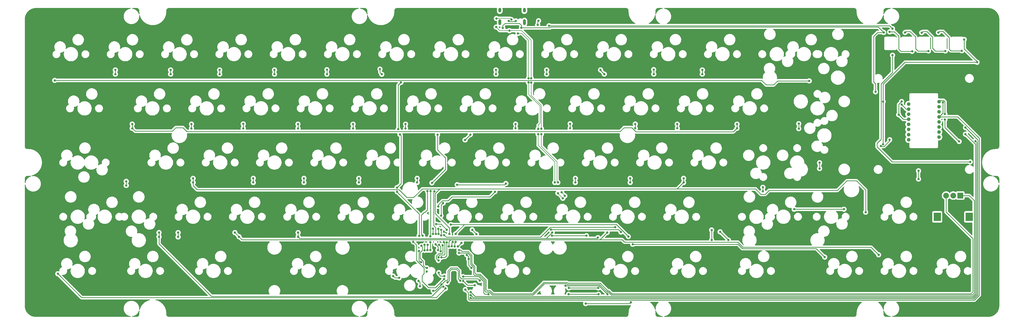
<source format=gbr>
%TF.GenerationSoftware,KiCad,Pcbnew,(6.0.5)*%
%TF.CreationDate,2023-05-18T02:22:56+09:00*%
%TF.ProjectId,dynamis,64796e61-6d69-4732-9e6b-696361645f70,v2.0.0*%
%TF.SameCoordinates,Original*%
%TF.FileFunction,Copper,L1,Top*%
%TF.FilePolarity,Positive*%
%FSLAX46Y46*%
G04 Gerber Fmt 4.6, Leading zero omitted, Abs format (unit mm)*
G04 Created by KiCad (PCBNEW (6.0.5)) date 2023-05-18 02:22:56*
%MOMM*%
%LPD*%
G01*
G04 APERTURE LIST*
%TA.AperFunction,ComponentPad*%
%ADD10R,2.000000X2.000000*%
%TD*%
%TA.AperFunction,ComponentPad*%
%ADD11C,2.000000*%
%TD*%
%TA.AperFunction,ComponentPad*%
%ADD12R,2.500000X3.000000*%
%TD*%
%TA.AperFunction,ComponentPad*%
%ADD13O,1.000000X2.100000*%
%TD*%
%TA.AperFunction,ComponentPad*%
%ADD14O,1.000000X1.600000*%
%TD*%
%TA.AperFunction,ComponentPad*%
%ADD15C,1.300000*%
%TD*%
%TA.AperFunction,ViaPad*%
%ADD16C,0.800000*%
%TD*%
%TA.AperFunction,Conductor*%
%ADD17C,0.250000*%
%TD*%
%TA.AperFunction,Conductor*%
%ADD18C,0.200000*%
%TD*%
G04 APERTURE END LIST*
D10*
%TO.P,RE0,A,A*%
%TO.N,RE_A*%
X460125000Y-221100000D03*
D11*
%TO.P,RE0,B,B*%
%TO.N,RE_B*%
X455125000Y-221100000D03*
%TO.P,RE0,C,C*%
%TO.N,GND*%
X457625000Y-221100000D03*
D12*
%TO.P,RE0,MP*%
%TO.N,N/C*%
X463225000Y-228600000D03*
X452025000Y-228600000D03*
%TD*%
D13*
%TO.P,J0,S1,SHIELD*%
%TO.N,GNDPWR*%
X307170000Y-160155000D03*
D14*
X298530000Y-155975000D03*
X307170000Y-155975000D03*
D13*
X298530000Y-160155000D03*
%TD*%
D15*
%TO.P,U1,1,NC_1*%
%TO.N,unconnected-(U1-Pad1)*%
X441950000Y-201450000D03*
%TO.P,U1,2,NC_2*%
%TO.N,unconnected-(U1-Pad2)*%
X441950000Y-199670000D03*
%TO.P,U1,3,VDDPIX*%
%TO.N,Net-(C7-Pad1)*%
X441950000Y-197890000D03*
%TO.P,U1,4,VDD*%
%TO.N,VDD_SS*%
X441950000Y-196110000D03*
%TO.P,U1,5,VDDIO*%
%TO.N,VDD_3_3v*%
X441950000Y-194330000D03*
%TO.P,U1,6,NC_3*%
%TO.N,unconnected-(U1-Pad6)*%
X441950000Y-192550000D03*
%TO.P,U1,7,NRESET*%
%TO.N,Net-(R6-Pad1)*%
X441950000Y-190770000D03*
%TO.P,U1,8,GND*%
%TO.N,GND*%
X441950000Y-188990000D03*
%TO.P,U1,9,MOTION*%
%TO.N,MOTION*%
X452650000Y-188100000D03*
%TO.P,U1,10,SCLK*%
%TO.N,SCLK*%
X452650000Y-189880000D03*
%TO.P,U1,11,MOSI*%
%TO.N,MOSI*%
X452650000Y-191660000D03*
%TO.P,U1,12,MISO*%
%TO.N,MISO*%
X452650000Y-193440000D03*
%TO.P,U1,13,NCS*%
%TO.N,NCS*%
X452650000Y-195220000D03*
%TO.P,U1,14,NC_4*%
%TO.N,unconnected-(U1-Pad14)*%
X452650000Y-197000000D03*
%TO.P,U1,15,LED_P*%
%TO.N,Net-(R7-Pad2)*%
X452650000Y-198780000D03*
%TO.P,U1,16,NC_5*%
%TO.N,unconnected-(U1-Pad16)*%
X452650000Y-200560000D03*
%TD*%
D16*
%TO.N,GND*%
X433250000Y-163775000D03*
X445450000Y-212400000D03*
X299600000Y-162200000D03*
X430350000Y-184625000D03*
X445450000Y-215299500D03*
X306126032Y-162082564D03*
%TO.N,RE_A*%
X284250500Y-241300000D03*
%TO.N,RE_B*%
X284250500Y-240300497D03*
%TO.N,col00*%
X279483031Y-253764609D03*
X142425000Y-180625000D03*
X403437701Y-197587299D03*
X407112500Y-180812500D03*
X143500000Y-248600000D03*
X410737299Y-211612299D03*
X410737701Y-209562701D03*
X403425000Y-195850000D03*
%TO.N,col01*%
X369600000Y-178424500D03*
X401825000Y-225900000D03*
X278733967Y-253102863D03*
X419300000Y-225900000D03*
X179000000Y-234100000D03*
X381775000Y-196000500D03*
X390850000Y-218200500D03*
X163675000Y-176975500D03*
X179000000Y-235574500D03*
X167500000Y-217549500D03*
X169600000Y-197474500D03*
X167500000Y-216100500D03*
X390850000Y-219649500D03*
X369600000Y-176975500D03*
X169600000Y-195975000D03*
X381775000Y-197449500D03*
X163675000Y-178424500D03*
%TO.N,col02*%
X352575000Y-178424500D03*
X280900000Y-234574500D03*
X363050000Y-216499500D03*
X360825000Y-197449500D03*
X352550000Y-176850000D03*
X281697772Y-238924500D03*
X185700000Y-235650000D03*
X190950000Y-216499500D03*
X183075000Y-178425000D03*
X360800000Y-196000000D03*
X426900000Y-226950000D03*
X190400000Y-197474500D03*
X363050000Y-215050500D03*
X183075000Y-176975500D03*
X190950000Y-215050500D03*
X185700000Y-234125500D03*
X282026219Y-237349500D03*
X190400000Y-196000000D03*
%TO.N,col03*%
X431450000Y-241925000D03*
X346100000Y-197449500D03*
X333900000Y-176975500D03*
X200275000Y-178424500D03*
X208550000Y-197474500D03*
X208550000Y-195925000D03*
X335225000Y-178424500D03*
X207075000Y-235574500D03*
X346075000Y-195975000D03*
X280699549Y-238975049D03*
X336225000Y-234075500D03*
X212075000Y-215050500D03*
X344300000Y-216499500D03*
X212075000Y-216499500D03*
X205625000Y-234125500D03*
X200275000Y-176975000D03*
X344300000Y-215050000D03*
%TO.N,col04*%
X277149174Y-248200620D03*
X323225000Y-197449500D03*
X219525000Y-176975500D03*
X316925000Y-234075500D03*
X229850000Y-215050500D03*
X325050000Y-216499500D03*
X323225000Y-195875000D03*
X325075000Y-215050500D03*
X315000000Y-178424500D03*
X229850000Y-216499500D03*
X279125000Y-249400000D03*
X261150000Y-249400000D03*
X263225000Y-250025000D03*
X219525000Y-178424500D03*
X227800000Y-234125000D03*
X227750000Y-196025500D03*
X315000000Y-176975500D03*
X332970347Y-235900500D03*
X345187451Y-238212049D03*
X227775000Y-197474500D03*
X227800000Y-235574500D03*
X412550000Y-242725000D03*
%TO.N,col05*%
X249100000Y-215050500D03*
X297225000Y-178424500D03*
X378750000Y-236750500D03*
X237900000Y-176875000D03*
X304100000Y-197449500D03*
X249100000Y-216499500D03*
X304100000Y-195975000D03*
X285087536Y-237712937D03*
X247075000Y-197474500D03*
X341025000Y-233925000D03*
X283800000Y-238975000D03*
X316490500Y-233092186D03*
X237900000Y-178424500D03*
X297225000Y-176975500D03*
X247075000Y-196025500D03*
X375850000Y-233850000D03*
%TO.N,col06*%
X269550000Y-216499500D03*
X257150000Y-178475000D03*
X283050000Y-234574500D03*
X265500000Y-196025500D03*
X265500000Y-197474500D03*
X282696656Y-238959657D03*
X281375000Y-231300000D03*
X283050000Y-237349500D03*
X343650000Y-235524500D03*
X256525000Y-176675000D03*
X269575000Y-215050500D03*
%TO.N,VCC*%
X301725000Y-159745498D03*
X311850000Y-161124500D03*
X312150000Y-159675500D03*
X304189908Y-159720067D03*
%TO.N,D+*%
X304950000Y-164125000D03*
X312000000Y-199550000D03*
X318950000Y-220250000D03*
X312000000Y-197675000D03*
X320650000Y-222050000D03*
X297375000Y-158875000D03*
X302600000Y-159225000D03*
X308605565Y-181349500D03*
X317850000Y-216499500D03*
X308600497Y-179900500D03*
%TO.N,D-*%
X309600000Y-179900500D03*
X309600000Y-181450000D03*
X297287701Y-161887299D03*
X313125000Y-197600000D03*
X320275000Y-219975000D03*
X301916250Y-163158349D03*
X313125000Y-199550000D03*
X321362049Y-221212049D03*
X318925000Y-216499500D03*
%TO.N,MISO*%
X286424020Y-254150000D03*
X454000000Y-188400000D03*
%TO.N,MOTION*%
X459700000Y-202100000D03*
X322700000Y-255775500D03*
X285699520Y-249600000D03*
X454725000Y-192425000D03*
X454725000Y-194400000D03*
X294573540Y-255775500D03*
X333175000Y-255775500D03*
%TO.N,SCLK*%
X465399799Y-202000201D03*
X288313979Y-256074476D03*
%TO.N,MOSI*%
X288300000Y-257150000D03*
X461925000Y-197200498D03*
%TO.N,VDD_3_3v*%
X438500000Y-192700000D03*
X439525000Y-188050000D03*
%TO.N,Net-(R6-Pad1)*%
X439525000Y-189125000D03*
%TO.N,NCS*%
X288313979Y-255000000D03*
X461900000Y-199525000D03*
%TO.N,Net-(C15-Pad2)*%
X432225000Y-203700000D03*
X435325000Y-201500500D03*
%TO.N,row00*%
X262900000Y-197775000D03*
X270250000Y-235250000D03*
X272175000Y-240350000D03*
X263850000Y-181349500D03*
X272150000Y-238400500D03*
X263525000Y-199625000D03*
X262475000Y-218325500D03*
X262525000Y-219774500D03*
%TO.N,row01*%
X273175000Y-219525000D03*
X271500000Y-235225000D03*
X276700000Y-199725000D03*
X273200497Y-240299020D03*
X273211134Y-238400500D03*
X274750000Y-216650000D03*
%TO.N,row02*%
X274200000Y-240299020D03*
X274200000Y-237450000D03*
X274205178Y-235450980D03*
X274250000Y-219499500D03*
%TO.N,row03*%
X268200000Y-237349500D03*
X278999500Y-250391592D03*
%TO.N,row04*%
X278062500Y-252362500D03*
X333099500Y-253550000D03*
X291524020Y-250976460D03*
X275200500Y-254575000D03*
X322750980Y-253550000D03*
%TO.N,row05*%
X288225000Y-199675000D03*
X278675000Y-223750000D03*
X277042637Y-242831806D03*
X277950000Y-228150000D03*
X278951326Y-237499393D03*
X277950000Y-235075000D03*
X286375000Y-201550000D03*
X277950000Y-233125500D03*
%TO.N,row06*%
X277084840Y-234574500D03*
X277002701Y-224922299D03*
X277028418Y-243911063D03*
X296850000Y-219750000D03*
X276987100Y-232857493D03*
X278500500Y-238575000D03*
%TO.N,row07*%
X276085337Y-234574500D03*
X275637701Y-219587701D03*
X300675000Y-216875000D03*
X277200000Y-238400500D03*
X277857592Y-240692908D03*
X283600000Y-217300000D03*
%TO.N,row08*%
X279950000Y-233125500D03*
X290375000Y-234675000D03*
X275085834Y-234574500D03*
X328950000Y-235200000D03*
X276850000Y-240299020D03*
X276250500Y-231147877D03*
X316875049Y-235150049D03*
X275125000Y-232725000D03*
X276000000Y-238250000D03*
X288875000Y-233125500D03*
%TO.N,row09*%
X339000000Y-232250000D03*
X372875000Y-236750500D03*
X279025000Y-235025000D03*
X372875000Y-233200500D03*
X279950500Y-237525000D03*
X278041601Y-242799020D03*
%TO.N,Net-(LED00-Pad2)*%
X435325000Y-163575000D03*
X443225000Y-170400000D03*
%TO.N,LED*%
X321575000Y-252800000D03*
X463600000Y-209275000D03*
X336350000Y-255775500D03*
X436325000Y-171775500D03*
%TO.N,Net-(LED01-Pad2)*%
X448950000Y-170300000D03*
X440727400Y-163801998D03*
%TO.N,Net-(LED02-Pad2)*%
X454875000Y-170300000D03*
X446575000Y-163875000D03*
%TO.N,Net-(LED03-Pad2)*%
X452420247Y-163819846D03*
X460625000Y-170225000D03*
%TO.N,Net-(R2-Pad2)*%
X270550000Y-252999500D03*
X270050000Y-251075000D03*
X270949799Y-244500201D03*
X270175000Y-240575000D03*
%TO.N,RESET*%
X289775000Y-252600000D03*
X285699520Y-251070612D03*
%TO.N,+5V*%
X328675000Y-259050000D03*
X433050000Y-188100000D03*
X273000000Y-246550000D03*
X271050000Y-238775000D03*
X436300000Y-162425000D03*
X344500201Y-258625201D03*
X433050000Y-203100000D03*
X280150000Y-251650000D03*
X465993550Y-174243148D03*
X287600000Y-243424500D03*
X315825000Y-161425000D03*
X461500000Y-166250000D03*
X288612451Y-246537049D03*
X284650000Y-251049500D03*
X286975000Y-241975500D03*
%TD*%
D17*
%TO.N,GND*%
X306126032Y-161276032D02*
X306126032Y-162082564D01*
X316200009Y-162149511D02*
X316475000Y-161874520D01*
X300300000Y-160650000D02*
X300325000Y-160625000D01*
X429675000Y-165150000D02*
X431050000Y-163775000D01*
X300325000Y-160625000D02*
X305475000Y-160625000D01*
X431349520Y-161874520D02*
X433250000Y-163775000D01*
X305475000Y-160625000D02*
X306126032Y-161276032D01*
X445450000Y-212400000D02*
X445450000Y-215299500D01*
X299600000Y-162200000D02*
X299600000Y-161350000D01*
X306126032Y-162082564D02*
X306192979Y-162149511D01*
X430350000Y-181850000D02*
X429675000Y-181175000D01*
X306192979Y-162149511D02*
X316200009Y-162149511D01*
X316475000Y-161874520D02*
X431349520Y-161874520D01*
X430350000Y-184625000D02*
X430350000Y-181850000D01*
X299600000Y-161350000D02*
X300300000Y-160650000D01*
X431050000Y-163775000D02*
X433250000Y-163775000D01*
X429675000Y-181175000D02*
X429675000Y-165150000D01*
%TO.N,RE_A*%
X333561197Y-252350480D02*
X336210718Y-255000000D01*
X287275103Y-241250989D02*
X288325000Y-242300886D01*
X293675000Y-254975000D02*
X294900000Y-254975000D01*
X294900000Y-254975000D02*
X295975480Y-256050480D01*
X310249520Y-256050480D02*
X314224511Y-252075489D01*
X314224511Y-252075489D02*
X321950009Y-252075489D01*
X337650000Y-256050480D02*
X464288802Y-256050480D01*
X288325000Y-245224984D02*
X289336962Y-246236946D01*
X289675480Y-249150480D02*
X291411197Y-249150480D01*
X462825000Y-221100000D02*
X460125000Y-221100000D01*
X462850000Y-221125000D02*
X462825000Y-221100000D01*
X336210718Y-255000000D02*
X336625000Y-255000000D01*
X464975480Y-222825000D02*
X463275480Y-221125000D01*
X336625000Y-255000000D02*
X336625000Y-255025000D01*
X322225000Y-252350480D02*
X333561197Y-252350480D01*
X293324520Y-251063803D02*
X293324520Y-254624520D01*
X464288802Y-256050480D02*
X464975480Y-255363802D01*
X288325000Y-242300886D02*
X288325000Y-245224984D01*
X289336962Y-246236946D02*
X289336962Y-248811962D01*
X321950009Y-252075489D02*
X322225000Y-252350480D01*
X463275480Y-221125000D02*
X462850000Y-221125000D01*
X289336962Y-248811962D02*
X289675480Y-249150480D01*
X293324520Y-254624520D02*
X293675000Y-254975000D01*
X336625000Y-255025000D02*
X337650000Y-256050000D01*
X295975480Y-256050480D02*
X310249520Y-256050480D01*
X284250500Y-241300000D02*
X284299511Y-241250989D01*
X291411197Y-249150480D02*
X293324520Y-251063803D01*
X464975480Y-255363802D02*
X464975480Y-222825000D01*
X284299511Y-241250989D02*
X287275103Y-241250989D01*
X337650000Y-256050000D02*
X337650000Y-256050480D01*
%TO.N,RE_B*%
X289786482Y-246036962D02*
X289786482Y-248236482D01*
X337836678Y-255600960D02*
X463849040Y-255600960D01*
X287461300Y-240801469D02*
X288774520Y-242114689D01*
X288774520Y-242114689D02*
X288774520Y-245025000D01*
X463849040Y-255600960D02*
X464475000Y-254975000D01*
X314038314Y-251625969D02*
X322136206Y-251625969D01*
X284825497Y-240300497D02*
X285326469Y-240801469D01*
X464475000Y-236200000D02*
X455125000Y-226850000D01*
X455125000Y-226850000D02*
X455125000Y-221100000D01*
X293774040Y-250877605D02*
X293774040Y-254224040D01*
X289786482Y-248236482D02*
X290250000Y-248700000D01*
X296161678Y-255600960D02*
X310063322Y-255600960D01*
X337830359Y-255569642D02*
X337830359Y-255594641D01*
X336396916Y-254550480D02*
X336811197Y-254550480D01*
X295086197Y-254525480D02*
X296161678Y-255600960D01*
X284250500Y-240300497D02*
X284825497Y-240300497D01*
X288774520Y-245025000D02*
X289786482Y-246036962D01*
X464475000Y-254975000D02*
X464475000Y-236200000D01*
X291596435Y-248700000D02*
X293774040Y-250877605D01*
X333747395Y-251900960D02*
X336396916Y-254550480D01*
X337830359Y-255594641D02*
X337836678Y-255600960D01*
X290250000Y-248700000D02*
X291596435Y-248700000D01*
X310063322Y-255600960D02*
X314038314Y-251625969D01*
X322411197Y-251900960D02*
X333747395Y-251900960D01*
X293774040Y-254224040D02*
X294075480Y-254525480D01*
X294075480Y-254525480D02*
X295086197Y-254525480D01*
X285326469Y-240801469D02*
X287461300Y-240801469D01*
X336811197Y-254550480D02*
X337830359Y-255569642D01*
X322136206Y-251625969D02*
X322411197Y-251900960D01*
%TO.N,col00*%
X395975000Y-180825000D02*
X407100000Y-180825000D01*
X279483031Y-253764609D02*
X279460391Y-253764609D01*
X403437701Y-197587299D02*
X403437701Y-195862701D01*
X407100000Y-180825000D02*
X407112500Y-180812500D01*
X403437701Y-195862701D02*
X403425000Y-195850000D01*
X410737701Y-211611897D02*
X410737299Y-211612299D01*
X142425000Y-180625000D02*
X390400000Y-180625000D01*
X276275000Y-256950000D02*
X279460391Y-253764609D01*
X394575000Y-182225000D02*
X395975000Y-180825000D01*
X151850000Y-256950000D02*
X143500000Y-248600000D01*
X151850000Y-256950000D02*
X276275000Y-256950000D01*
X410737701Y-209562701D02*
X410737701Y-211611897D01*
X392000000Y-182225000D02*
X394575000Y-182225000D01*
X390400000Y-180625000D02*
X392000000Y-182225000D01*
%TO.N,col01*%
X278097137Y-253102863D02*
X274711479Y-256488521D01*
X380524500Y-198700000D02*
X381775000Y-197449500D01*
X274711479Y-256488521D02*
X197388521Y-256488521D01*
X344850886Y-197225000D02*
X346325886Y-198700000D01*
X346325886Y-198700000D02*
X380524500Y-198700000D01*
X278733967Y-253102863D02*
X278097137Y-253102863D01*
X188750000Y-198600000D02*
X340750000Y-198600000D01*
X167500000Y-216100500D02*
X167500000Y-217549500D01*
X184900000Y-197225000D02*
X187375000Y-197225000D01*
X369600000Y-176975500D02*
X369600000Y-178424500D01*
X197388521Y-256488521D02*
X179000000Y-238100000D01*
X390850000Y-218200500D02*
X390850000Y-219649500D01*
X170625000Y-198450000D02*
X183675000Y-198450000D01*
X381775000Y-196000500D02*
X381775000Y-197449500D01*
X163675000Y-176975500D02*
X163675000Y-178424500D01*
X183675000Y-198450000D02*
X184900000Y-197225000D01*
X419300000Y-225900000D02*
X401825000Y-225900000D01*
X179000000Y-234100000D02*
X179000000Y-235574500D01*
X179000000Y-238100000D02*
X179000000Y-235574500D01*
X187375000Y-197225000D02*
X188750000Y-198600000D01*
X342125000Y-197225000D02*
X344850886Y-197225000D01*
X340750000Y-198600000D02*
X342125000Y-197225000D01*
X169649500Y-197474500D02*
X170625000Y-198450000D01*
X169600000Y-195975000D02*
X169600000Y-197474500D01*
X169600000Y-197474500D02*
X169649500Y-197474500D01*
%TO.N,col02*%
X417000000Y-219275000D02*
X393025000Y-219275000D01*
X423675000Y-215925000D02*
X426900000Y-219150000D01*
X363050000Y-216499500D02*
X363000500Y-216499500D01*
X360725000Y-218775000D02*
X360675000Y-218775000D01*
X263200000Y-219050000D02*
X192400000Y-219050000D01*
X192400000Y-219050000D02*
X190950000Y-217600000D01*
X190950000Y-217600000D02*
X190950000Y-216499500D01*
X265900000Y-221750000D02*
X263200000Y-219050000D01*
X185700000Y-234125500D02*
X185700000Y-235650000D01*
X391625000Y-220675000D02*
X390175000Y-220675000D01*
X360800000Y-196000000D02*
X360800000Y-197424500D01*
X275850000Y-220400000D02*
X277475000Y-218775000D01*
X390175000Y-220675000D02*
X388275000Y-218775000D01*
X360800000Y-197424500D02*
X360825000Y-197449500D01*
X271350000Y-218775000D02*
X268375000Y-221750000D01*
X363000500Y-216499500D02*
X360725000Y-218775000D01*
X277475000Y-218775000D02*
X271350000Y-218775000D01*
X183075000Y-176975500D02*
X183075000Y-178425000D01*
X388275000Y-218775000D02*
X360675000Y-218775000D01*
X280900000Y-232450000D02*
X275850000Y-227400000D01*
X420350000Y-215925000D02*
X423675000Y-215925000D01*
X190950000Y-215050500D02*
X190950000Y-216499500D01*
X360675000Y-218775000D02*
X277475000Y-218775000D01*
X363050000Y-215050500D02*
X363050000Y-216499500D01*
X281697772Y-237677947D02*
X282026219Y-237349500D01*
X393025000Y-219275000D02*
X391625000Y-220675000D01*
X426900000Y-226950000D02*
X426900000Y-219150000D01*
X280900000Y-234574500D02*
X280900000Y-232450000D01*
X268375000Y-221750000D02*
X265900000Y-221750000D01*
X190400000Y-196000000D02*
X190400000Y-197474500D01*
X275850000Y-227400000D02*
X275850000Y-220400000D01*
X352550000Y-176850000D02*
X352550000Y-178399500D01*
X281697772Y-238924500D02*
X281697772Y-237677947D01*
X352550000Y-178399500D02*
X352575000Y-178424500D01*
X420350000Y-215925000D02*
X417000000Y-219275000D01*
%TO.N,col03*%
X383825000Y-239275000D02*
X428800000Y-239275000D01*
X281500000Y-236625000D02*
X332775000Y-236625000D01*
X344300000Y-215050000D02*
X344300000Y-216499500D01*
X333900000Y-177099500D02*
X335225000Y-178424500D01*
X280675000Y-237300000D02*
X281350000Y-236625000D01*
X207075000Y-235574500D02*
X208125500Y-236625000D01*
X428800000Y-239275000D02*
X431450000Y-241925000D01*
X382025000Y-237475000D02*
X383825000Y-239275000D01*
X342350000Y-237475000D02*
X382025000Y-237475000D01*
X208125500Y-236625000D02*
X281500000Y-236625000D01*
X333675500Y-236625000D02*
X336225000Y-234075500D01*
X332775000Y-236625000D02*
X341500000Y-236625000D01*
X205626000Y-234125500D02*
X207075000Y-235574500D01*
X280699549Y-238975049D02*
X280675000Y-238950500D01*
X208550000Y-195925000D02*
X208550000Y-197474500D01*
X212075000Y-215050500D02*
X212075000Y-216499500D01*
X280675000Y-238950500D02*
X280675000Y-237300000D01*
X333900000Y-176975500D02*
X333900000Y-177099500D01*
X205625000Y-234125500D02*
X205626000Y-234125500D01*
X200275000Y-176975000D02*
X200275000Y-178424500D01*
X346075000Y-197424500D02*
X346100000Y-197449500D01*
X346075000Y-195975000D02*
X346075000Y-197424500D01*
X332775000Y-236625000D02*
X333675500Y-236625000D01*
X281350000Y-236625000D02*
X281500000Y-236625000D01*
X341500000Y-236625000D02*
X342350000Y-237475000D01*
%TO.N,col04*%
X345187451Y-238212049D02*
X382126331Y-238212049D01*
X227750000Y-197449500D02*
X227775000Y-197474500D01*
X325075000Y-216474500D02*
X325050000Y-216499500D01*
X323225000Y-195875000D02*
X323225000Y-197449500D01*
X228400980Y-236175480D02*
X313850480Y-236175480D01*
X263225000Y-250025000D02*
X261775000Y-250025000D01*
X229850000Y-215050500D02*
X229850000Y-216499500D01*
X313850480Y-236175480D02*
X314825020Y-236175480D01*
X277149174Y-248699174D02*
X277825000Y-249375000D01*
X227800000Y-234125000D02*
X227800000Y-235574500D01*
X315000000Y-176975500D02*
X315000000Y-178424500D01*
X277850000Y-249400000D02*
X279125000Y-249400000D01*
X227800000Y-235574500D02*
X228400980Y-236175480D01*
X313850480Y-236175480D02*
X332695367Y-236175480D01*
X227750000Y-196025500D02*
X227750000Y-197449500D01*
X409549520Y-239724520D02*
X412550000Y-242725000D01*
X332695367Y-236175480D02*
X332970347Y-235900500D01*
X261775000Y-250025000D02*
X261150000Y-249400000D01*
X325075000Y-215050500D02*
X325075000Y-216474500D01*
X277149174Y-248200620D02*
X277149174Y-248699174D01*
X277825000Y-249375000D02*
X277850000Y-249400000D01*
X382126331Y-238212049D02*
X383638803Y-239724520D01*
X383638803Y-239724520D02*
X409549520Y-239724520D01*
X219525000Y-176975500D02*
X219525000Y-178424500D01*
X314825020Y-236175480D02*
X316925000Y-234075500D01*
%TO.N,col05*%
X283825473Y-238975000D02*
X285087536Y-237712937D01*
X249100000Y-215050500D02*
X249100000Y-216499500D01*
X378750000Y-236750000D02*
X378750000Y-236750500D01*
X304100000Y-195975000D02*
X304100000Y-197449500D01*
X247075000Y-196025500D02*
X247075000Y-197474500D01*
X297225000Y-176975500D02*
X297225000Y-178424500D01*
X237900000Y-176875000D02*
X237900000Y-178424500D01*
X283800000Y-238975000D02*
X283825473Y-238975000D01*
X316498314Y-233100000D02*
X340200000Y-233100000D01*
X340200000Y-233100000D02*
X341025000Y-233925000D01*
X316490500Y-233092186D02*
X316498314Y-233100000D01*
X375850000Y-233850000D02*
X378750000Y-236750000D01*
%TO.N,col06*%
X286150000Y-231300000D02*
X281375000Y-231300000D01*
X282696656Y-238959657D02*
X282696656Y-237702844D01*
X256525000Y-177850000D02*
X257150000Y-178475000D01*
X269575000Y-216474500D02*
X269550000Y-216499500D01*
X283050000Y-234400000D02*
X286150000Y-231300000D01*
X343650000Y-235524500D02*
X339425500Y-231300000D01*
X282696656Y-237702844D02*
X283050000Y-237349500D01*
X269575000Y-215050500D02*
X269575000Y-216474500D01*
X283050000Y-234574500D02*
X283050000Y-234400000D01*
X339425500Y-231300000D02*
X286150000Y-231300000D01*
X256525000Y-176675000D02*
X256525000Y-177850000D01*
X265500000Y-196025500D02*
X265500000Y-197474500D01*
%TO.N,VCC*%
X311850000Y-161124500D02*
X311850000Y-159975500D01*
X304189908Y-159720067D02*
X303960464Y-159949511D01*
X311850000Y-159975500D02*
X312150000Y-159675500D01*
X303960464Y-159949511D02*
X301929013Y-159949511D01*
X301929013Y-159949511D02*
X301725000Y-159745498D01*
D18*
%TO.N,D+*%
X297444520Y-158805480D02*
X302180480Y-158805480D01*
X317850000Y-209285901D02*
X312000000Y-203435901D01*
X308600000Y-166500000D02*
X306225000Y-164125000D01*
X320650000Y-222050000D02*
X318950000Y-220350000D01*
X312725480Y-189675000D02*
X308700000Y-185649520D01*
X308600497Y-179900500D02*
X308600000Y-179900003D01*
X312000000Y-196350000D02*
X312725480Y-195624520D01*
X308700000Y-181443935D02*
X308605565Y-181349500D01*
X308600000Y-179900003D02*
X308600000Y-166500000D01*
X312000000Y-197675000D02*
X312000000Y-196350000D01*
X318950000Y-220350000D02*
X318950000Y-220250000D01*
X306225000Y-164125000D02*
X304950000Y-164125000D01*
X308700000Y-185649520D02*
X308700000Y-181443935D01*
X312000000Y-203435901D02*
X312000000Y-199550000D01*
X302180480Y-158805480D02*
X302600000Y-159225000D01*
X312725480Y-195624520D02*
X312725480Y-189675000D01*
X317850000Y-216499500D02*
X317850000Y-209285901D01*
X297375000Y-158875000D02*
X297444520Y-158805480D01*
%TO.N,D-*%
X301916250Y-163158349D02*
X298558751Y-163158349D01*
X309600000Y-185900000D02*
X313125000Y-189425000D01*
X318605479Y-216179979D02*
X318605479Y-209255479D01*
X309600000Y-166545791D02*
X306212558Y-163158349D01*
X321362049Y-221062049D02*
X320275000Y-219975000D01*
X298558751Y-163158349D02*
X297287701Y-161887299D01*
X306212558Y-163158349D02*
X301916250Y-163158349D01*
X321362049Y-221212049D02*
X321362049Y-221062049D01*
X309600000Y-185900000D02*
X309600000Y-181450000D01*
X313125000Y-203775000D02*
X313125000Y-199550000D01*
X318925000Y-216499500D02*
X318605479Y-216179979D01*
X313125000Y-197600000D02*
X313125000Y-189425000D01*
X309600000Y-179900500D02*
X309600000Y-166545791D01*
X313125000Y-203775000D02*
X318605479Y-209255479D01*
D17*
%TO.N,MISO*%
X287575489Y-256138979D02*
X287575489Y-257450103D01*
X286424020Y-254150000D02*
X287589468Y-255315448D01*
X288000386Y-257875000D02*
X465007151Y-257875000D01*
X287575489Y-257450103D02*
X288000386Y-257875000D01*
X465007151Y-257875000D02*
X466773560Y-256108591D01*
X287589468Y-255315448D02*
X287589468Y-256125000D01*
X466773560Y-201024444D02*
X459189116Y-193440000D01*
X466773560Y-256108591D02*
X466773560Y-201024444D01*
X454000000Y-188400000D02*
X454000000Y-192090000D01*
X287589468Y-256125000D02*
X287575489Y-256138979D01*
X459189116Y-193440000D02*
X452650000Y-193440000D01*
X454000000Y-192090000D02*
X452650000Y-193440000D01*
%TO.N,MOTION*%
X459700000Y-202100000D02*
X459625000Y-202100000D01*
X453074511Y-187675489D02*
X452650000Y-188100000D01*
X454725000Y-188100386D02*
X454300103Y-187675489D01*
X292875000Y-255350000D02*
X293300500Y-255775500D01*
X292875000Y-251250000D02*
X292875000Y-255350000D01*
X454725000Y-197200000D02*
X454725000Y-194400000D01*
X293300500Y-255775500D02*
X294573540Y-255775500D01*
X454300103Y-187675489D02*
X453074511Y-187675489D01*
X454725000Y-192425000D02*
X454725000Y-188100386D01*
X322700000Y-255775500D02*
X333175000Y-255775500D01*
X285699520Y-249600000D02*
X291225000Y-249600000D01*
X291225000Y-249600000D02*
X292875000Y-251250000D01*
X454725000Y-197200000D02*
X459625000Y-202100000D01*
%TO.N,SCLK*%
X465874520Y-255736197D02*
X465874520Y-202474922D01*
X464661198Y-256949520D02*
X465874520Y-255736197D01*
X288313979Y-256074476D02*
X289189023Y-256949520D01*
X289189023Y-256949520D02*
X464661198Y-256949520D01*
X465874520Y-202474922D02*
X465399799Y-202000201D01*
%TO.N,MOSI*%
X288300000Y-257150000D02*
X288550000Y-257400000D01*
X466324039Y-201599537D02*
X461925000Y-197200498D01*
X466324040Y-255922394D02*
X466324039Y-201599537D01*
X288550000Y-257400000D02*
X292250000Y-257400000D01*
X464847396Y-257399040D02*
X466324040Y-255922394D01*
X292250000Y-257400000D02*
X292250960Y-257399040D01*
X292250960Y-257399040D02*
X464847396Y-257399040D01*
%TO.N,VDD_3_3v*%
X440130000Y-194330000D02*
X441950000Y-194330000D01*
X438500000Y-192700000D02*
X438500000Y-189075000D01*
X438500000Y-189075000D02*
X439525000Y-188050000D01*
X438500000Y-192700000D02*
X440130000Y-194330000D01*
%TO.N,Net-(R6-Pad1)*%
X439525000Y-189125000D02*
X440750000Y-190350000D01*
X440750000Y-190375000D02*
X441145000Y-190770000D01*
X441145000Y-190770000D02*
X441950000Y-190770000D01*
X440750000Y-190350000D02*
X440750000Y-190375000D01*
%TO.N,NCS*%
X288313979Y-255000000D02*
X288313979Y-255013979D01*
X464475000Y-256500000D02*
X465425000Y-255550000D01*
X465425000Y-203050000D02*
X461900000Y-199525000D01*
X465425000Y-255550000D02*
X465425000Y-203050000D01*
X289800000Y-256500000D02*
X464475000Y-256500000D01*
X288313979Y-255013979D02*
X289800000Y-256500000D01*
%TO.N,Net-(C15-Pad2)*%
X435325000Y-201849614D02*
X433350103Y-203824511D01*
X432349511Y-203824511D02*
X432225000Y-203700000D01*
X435325000Y-201500500D02*
X435325000Y-201849614D01*
X433350103Y-203824511D02*
X432349511Y-203824511D01*
%TO.N,row00*%
X270250000Y-235250000D02*
X270250000Y-227575000D01*
X272175000Y-238425500D02*
X272150000Y-238400500D01*
X262475000Y-218325500D02*
X263929521Y-216870979D01*
X263929521Y-200029521D02*
X263525000Y-199625000D01*
X272175000Y-240350000D02*
X272175000Y-238425500D01*
X262900000Y-197775000D02*
X262900000Y-182299500D01*
X262525000Y-219850000D02*
X270250000Y-227575000D01*
X262525000Y-219850000D02*
X262525000Y-219774500D01*
X262900000Y-182299500D02*
X263850000Y-181349500D01*
X263929521Y-216870979D02*
X263929521Y-200029521D01*
%TO.N,row01*%
X273175000Y-226100000D02*
X273175000Y-219525000D01*
X273211134Y-238400500D02*
X273200497Y-238411137D01*
X271500000Y-235225000D02*
X271005479Y-234730479D01*
X273200497Y-238411137D02*
X273200497Y-240299020D01*
X276700000Y-205050000D02*
X276700000Y-199725000D01*
X279475000Y-207800000D02*
X279450000Y-207800000D01*
X279475000Y-211925000D02*
X279475000Y-207800000D01*
X271005479Y-234730479D02*
X271005479Y-228032430D01*
X274750000Y-216650000D02*
X279475000Y-211925000D01*
X272300000Y-226975000D02*
X273175000Y-226100000D01*
X276700000Y-205050000D02*
X279450000Y-207800000D01*
X272062909Y-226975000D02*
X272300000Y-226975000D01*
X271005479Y-228032430D02*
X272062909Y-226975000D01*
%TO.N,row02*%
X274200000Y-240299020D02*
X274200000Y-237450000D01*
X274205178Y-235450980D02*
X274250000Y-235406158D01*
X274250000Y-235406158D02*
X274250000Y-219499500D01*
%TO.N,row03*%
X271275000Y-251175000D02*
X271275000Y-249300000D01*
X269325000Y-243900000D02*
X269325000Y-238474500D01*
X278999500Y-250400500D02*
X275950000Y-253450000D01*
X271725000Y-248850000D02*
X271725000Y-248712359D01*
X269325000Y-243900000D02*
X271943680Y-246518680D01*
X271943680Y-246518680D02*
X271943680Y-248493680D01*
X275950000Y-253450000D02*
X273550000Y-253450000D01*
X271725000Y-248712359D02*
X271943680Y-248493680D01*
X278999500Y-250391592D02*
X278999500Y-250400500D01*
X271275000Y-249300000D02*
X271725000Y-248850000D01*
X273550000Y-253450000D02*
X271275000Y-251175000D01*
X269325000Y-238474500D02*
X268200000Y-237349500D01*
%TO.N,row04*%
X284450000Y-247489282D02*
X284450000Y-249675000D01*
X290872560Y-250325000D02*
X291524020Y-250976460D01*
X275850000Y-254575000D02*
X278062500Y-252362500D01*
X283535718Y-246575000D02*
X284450000Y-247489282D01*
X278062500Y-252362500D02*
X279499511Y-250925489D01*
X284450000Y-249675000D02*
X285100000Y-250325000D01*
X275200500Y-254575000D02*
X275850000Y-254575000D01*
X279999511Y-250925489D02*
X280350000Y-250575000D01*
X281400001Y-246575000D02*
X283535718Y-246575000D01*
X285100000Y-250325000D02*
X290872560Y-250325000D01*
X279499511Y-250925489D02*
X279999511Y-250925489D01*
X280350000Y-247625001D02*
X281400001Y-246575000D01*
X280350000Y-250575000D02*
X280350000Y-247625001D01*
X322750980Y-253550000D02*
X333099500Y-253550000D01*
%TO.N,row05*%
X277100000Y-242716007D02*
X277100000Y-242250000D01*
X286375000Y-201550000D02*
X288225000Y-199700000D01*
X277042637Y-242773370D02*
X277100000Y-242716007D01*
X278850000Y-241950000D02*
X278975000Y-241950000D01*
X277100000Y-242250000D02*
X277400000Y-241950000D01*
X279225000Y-241700000D02*
X279225000Y-237773067D01*
X278975000Y-241950000D02*
X279225000Y-241700000D01*
X277950000Y-235075000D02*
X277950000Y-233125500D01*
X277042637Y-242831806D02*
X277042637Y-242773370D01*
X288225000Y-199700000D02*
X288225000Y-199675000D01*
X279225000Y-237773067D02*
X278951326Y-237499393D01*
X277950000Y-224475000D02*
X278675000Y-223750000D01*
X277400000Y-241950000D02*
X278850000Y-241950000D01*
X277950000Y-228150000D02*
X277950000Y-224475000D01*
%TO.N,row06*%
X281804521Y-221595479D02*
X295020479Y-221595479D01*
X277028418Y-243911063D02*
X276318126Y-243200771D01*
X277084840Y-234574500D02*
X277084840Y-232955233D01*
X296850000Y-219775000D02*
X296850000Y-219750000D01*
X276318126Y-243200771D02*
X276318126Y-242331874D01*
X295025000Y-221600000D02*
X296850000Y-219775000D01*
X277002701Y-224922299D02*
X277002701Y-224397685D01*
X277002701Y-224397685D02*
X278450386Y-222950000D01*
X278600000Y-241075000D02*
X278600000Y-238674500D01*
X277084840Y-232955233D02*
X276987100Y-232857493D01*
X278250000Y-241425000D02*
X278600000Y-241075000D01*
X277225000Y-241425000D02*
X277350000Y-241425000D01*
X295020479Y-221595479D02*
X295025000Y-221600000D01*
X280450000Y-222950000D02*
X281804521Y-221595479D01*
X278600000Y-238674500D02*
X278500500Y-238575000D01*
X278450386Y-222950000D02*
X280450000Y-222950000D01*
X276318126Y-242331874D02*
X277225000Y-241425000D01*
X277350000Y-241425000D02*
X278250000Y-241425000D01*
%TO.N,row07*%
X275637701Y-219587701D02*
X275400480Y-219824922D01*
X276085337Y-234574500D02*
X276000000Y-234489163D01*
X275400480Y-231750480D02*
X276000000Y-232350000D01*
X277857592Y-239058092D02*
X277200000Y-238400500D01*
X283600000Y-217300000D02*
X300250000Y-217300000D01*
X275400480Y-219824922D02*
X275400480Y-231750480D01*
X277857592Y-240692908D02*
X277857592Y-239058092D01*
X300250000Y-217300000D02*
X300675000Y-216875000D01*
X276000000Y-234489163D02*
X276000000Y-232350000D01*
%TO.N,row08*%
X316925000Y-235200000D02*
X328950000Y-235200000D01*
X288875000Y-233125500D02*
X288875000Y-233175000D01*
X275085834Y-234574500D02*
X275085834Y-232764166D01*
X276850000Y-240299020D02*
X276850000Y-239100000D01*
X275085834Y-232764166D02*
X275125000Y-232725000D01*
X276250500Y-231147877D02*
X277972377Y-231147877D01*
X276850000Y-239100000D02*
X276000000Y-238250000D01*
X316875049Y-235150049D02*
X316925000Y-235200000D01*
X277972377Y-231147877D02*
X279950000Y-233125500D01*
X288875000Y-233175000D02*
X290375000Y-234675000D01*
%TO.N,row09*%
X278041601Y-242799020D02*
X279350980Y-242799020D01*
X279025000Y-235025000D02*
X279725960Y-235725960D01*
X312975000Y-235583072D02*
X316308072Y-232250000D01*
X372875000Y-233200500D02*
X372875000Y-236750500D01*
X279725960Y-235725960D02*
X312975000Y-235725960D01*
X312975000Y-235725960D02*
X312975000Y-235583072D01*
X279975000Y-237549500D02*
X279950500Y-237525000D01*
X316308072Y-232250000D02*
X339000000Y-232250000D01*
X279350980Y-242799020D02*
X279975000Y-242175000D01*
X279975000Y-242175000D02*
X279975000Y-237549500D01*
%TO.N,Net-(LED00-Pad2)*%
X435325000Y-163575000D02*
X437025000Y-163575000D01*
X439300000Y-170400000D02*
X443225000Y-170400000D01*
X437025000Y-163575000D02*
X438475000Y-165025000D01*
X438475000Y-169575000D02*
X439300000Y-170400000D01*
X438475000Y-165025000D02*
X438475000Y-169575000D01*
%TO.N,LED*%
X430925000Y-202825000D02*
X430925000Y-202725000D01*
X432325489Y-181874511D02*
X436325000Y-177875000D01*
X333375000Y-252800000D02*
X336350000Y-255775000D01*
X436325000Y-177875000D02*
X436325000Y-171775500D01*
X432325489Y-201324511D02*
X432325489Y-181874511D01*
X321575000Y-252800000D02*
X333300000Y-252800000D01*
X430925000Y-202725000D02*
X432325489Y-201324511D01*
X333300000Y-252800000D02*
X333375000Y-252800000D01*
X430925000Y-203950000D02*
X430925000Y-202825000D01*
X436250000Y-209275000D02*
X430925000Y-203950000D01*
X463600000Y-209275000D02*
X436250000Y-209275000D01*
X336350000Y-255775000D02*
X336350000Y-255775500D01*
%TO.N,Net-(LED01-Pad2)*%
X442525000Y-163450000D02*
X444425000Y-165350000D01*
X444425000Y-169475000D02*
X445225000Y-170275000D01*
X445225000Y-170275000D02*
X445250000Y-170300000D01*
X440727400Y-163801998D02*
X441079398Y-163450000D01*
X445250000Y-170300000D02*
X448950000Y-170300000D01*
X441079398Y-163450000D02*
X442525000Y-163450000D01*
X444425000Y-165350000D02*
X444425000Y-169475000D01*
%TO.N,Net-(LED02-Pad2)*%
X447000000Y-163450000D02*
X448450000Y-163450000D01*
X451350000Y-170300000D02*
X454875000Y-170300000D01*
X448450000Y-163450000D02*
X450400000Y-165400000D01*
X450400000Y-165400000D02*
X450400000Y-169350000D01*
X446575000Y-163875000D02*
X447000000Y-163450000D01*
X450400000Y-169350000D02*
X451350000Y-170300000D01*
%TO.N,Net-(LED03-Pad2)*%
X454000000Y-163400000D02*
X456225000Y-165625000D01*
X456825000Y-170225000D02*
X460625000Y-170225000D01*
X456225000Y-169625000D02*
X456825000Y-170225000D01*
X452840093Y-163400000D02*
X454000000Y-163400000D01*
X456225000Y-165625000D02*
X456225000Y-169625000D01*
X452420247Y-163819846D02*
X452840093Y-163400000D01*
%TO.N,Net-(R2-Pad2)*%
X270175000Y-244075000D02*
X270175000Y-240575000D01*
X270550000Y-251575000D02*
X270050000Y-251075000D01*
X270550000Y-252999500D02*
X270550000Y-251575000D01*
X270949799Y-244500201D02*
X270600201Y-244500201D01*
X270175000Y-244075000D02*
X270600201Y-244500201D01*
%TO.N,RESET*%
X285699520Y-251070612D02*
X287228908Y-252600000D01*
X287228908Y-252600000D02*
X289775000Y-252600000D01*
%TO.N,+5V*%
X280849520Y-247761198D02*
X281586198Y-247024520D01*
X283349520Y-247024520D02*
X284000000Y-247675000D01*
X271700000Y-245639282D02*
X272610718Y-246550000D01*
X272610718Y-246550000D02*
X273000000Y-246550000D01*
X461500000Y-169575000D02*
X465993550Y-174068550D01*
X287600000Y-243424500D02*
X287600000Y-245524598D01*
X433050000Y-188100000D02*
X433050000Y-203100000D01*
X270624520Y-241150480D02*
X270624520Y-243200000D01*
X440756852Y-174243148D02*
X465993550Y-174243148D01*
X270624520Y-243200000D02*
X270674212Y-243200000D01*
X284650000Y-251025000D02*
X284650000Y-251049500D01*
X344075402Y-259050000D02*
X344500201Y-258625201D01*
X280150000Y-251650000D02*
X280849520Y-250950480D01*
X433050000Y-188100000D02*
X433050000Y-181950000D01*
X281586198Y-247024520D02*
X283349520Y-247024520D01*
X461500000Y-169575000D02*
X461500000Y-166250000D01*
X315825000Y-161425000D02*
X435300000Y-161425000D01*
X284000000Y-250375000D02*
X284650000Y-251025000D01*
X287600000Y-245524598D02*
X288612451Y-246537049D01*
X465993550Y-174243148D02*
X465993550Y-174068550D01*
X270624520Y-241150480D02*
X271400000Y-240375000D01*
X328675000Y-259050000D02*
X344075402Y-259050000D01*
X433050000Y-181950000D02*
X440756852Y-174243148D01*
X270674212Y-243200000D02*
X271700000Y-244225788D01*
X271400000Y-239250000D02*
X271400000Y-240375000D01*
X280849520Y-250950480D02*
X280849520Y-247761198D01*
X271700000Y-244225788D02*
X271700000Y-245639282D01*
X271400000Y-239125000D02*
X271400000Y-239250000D01*
X284000000Y-247675000D02*
X284000000Y-250375000D01*
X287600000Y-243424500D02*
X287600000Y-242600500D01*
X271050000Y-238775000D02*
X271400000Y-239125000D01*
X435300000Y-161425000D02*
X436300000Y-162425000D01*
X287600000Y-242600500D02*
X286975000Y-241975500D01*
%TD*%
%TA.AperFunction,NonConductor*%
G36*
X435597795Y-155193372D02*
G01*
X435665913Y-155213375D01*
X435712406Y-155267030D01*
X435722509Y-155337305D01*
X435693016Y-155401885D01*
X435633289Y-155440268D01*
X435611676Y-155444605D01*
X435604930Y-155445353D01*
X435592704Y-155446708D01*
X435592074Y-155446870D01*
X435590878Y-155447029D01*
X435589725Y-155447035D01*
X435584915Y-155447809D01*
X435584914Y-155447809D01*
X435580433Y-155448530D01*
X435558303Y-155452091D01*
X435555259Y-155452542D01*
X435526792Y-155456407D01*
X435526162Y-155456586D01*
X435524941Y-155456779D01*
X435523789Y-155456813D01*
X435519007Y-155457703D01*
X435519002Y-155457704D01*
X435492508Y-155462638D01*
X435489454Y-155463167D01*
X435464813Y-155467131D01*
X435464802Y-155467133D01*
X435461116Y-155467726D01*
X435460481Y-155467924D01*
X435459310Y-155468138D01*
X435458199Y-155468198D01*
X435451534Y-155469608D01*
X435440625Y-155471916D01*
X435432407Y-155473373D01*
X435389390Y-155479533D01*
X435389388Y-155479534D01*
X435380503Y-155480806D01*
X435372329Y-155484523D01*
X435363718Y-155487041D01*
X435363634Y-155486753D01*
X435351253Y-155490822D01*
X435335880Y-155494075D01*
X435330732Y-155495164D01*
X435330108Y-155495392D01*
X435328918Y-155495671D01*
X435327768Y-155495790D01*
X435299695Y-155503187D01*
X435297008Y-155503895D01*
X435294005Y-155504647D01*
X435269596Y-155510441D01*
X435269589Y-155510443D01*
X435266058Y-155511281D01*
X435265454Y-155511519D01*
X435264264Y-155511829D01*
X435263125Y-155511975D01*
X435258437Y-155513334D01*
X435258434Y-155513335D01*
X435232578Y-155520832D01*
X435229593Y-155521658D01*
X435205332Y-155528051D01*
X435205322Y-155528054D01*
X435201815Y-155528978D01*
X435201219Y-155529230D01*
X435200047Y-155529566D01*
X435198907Y-155529741D01*
X435191722Y-155532017D01*
X435168569Y-155539351D01*
X435165621Y-155540246D01*
X435155975Y-155543043D01*
X435142112Y-155547063D01*
X435138032Y-155548246D01*
X435137437Y-155548514D01*
X435136282Y-155548877D01*
X435135152Y-155549079D01*
X435112618Y-155556832D01*
X435105070Y-155559429D01*
X435102127Y-155560401D01*
X435078210Y-155567977D01*
X435078184Y-155567986D01*
X435074746Y-155569075D01*
X435074165Y-155569355D01*
X435072997Y-155569753D01*
X435071866Y-155569984D01*
X435067297Y-155571683D01*
X435067286Y-155571686D01*
X435042025Y-155581079D01*
X435039189Y-155582094D01*
X435011989Y-155591452D01*
X435011398Y-155591755D01*
X435010233Y-155592184D01*
X435009098Y-155592445D01*
X434994908Y-155598122D01*
X434988654Y-155600624D01*
X434977218Y-155604573D01*
X434975629Y-155605038D01*
X434966746Y-155606310D01*
X434958578Y-155610024D01*
X434958574Y-155610025D01*
X434912973Y-155630759D01*
X434907659Y-155633029D01*
X434888145Y-155640837D01*
X434887633Y-155641132D01*
X434886540Y-155641597D01*
X434885433Y-155641909D01*
X434863400Y-155652000D01*
X434856522Y-155655150D01*
X434853691Y-155656405D01*
X434830686Y-155666264D01*
X434830660Y-155666276D01*
X434827288Y-155667721D01*
X434826726Y-155668063D01*
X434825609Y-155668571D01*
X434824505Y-155668912D01*
X434820125Y-155671050D01*
X434820122Y-155671051D01*
X434795926Y-155682861D01*
X434793126Y-155684185D01*
X434770333Y-155694624D01*
X434770282Y-155694648D01*
X434767004Y-155696150D01*
X434766461Y-155696499D01*
X434765369Y-155697028D01*
X434764292Y-155697390D01*
X434759974Y-155699630D01*
X434759970Y-155699632D01*
X434736046Y-155712044D01*
X434733298Y-155713428D01*
X434707456Y-155726041D01*
X434706927Y-155726400D01*
X434705864Y-155726948D01*
X434704787Y-155727339D01*
X434676849Y-155742716D01*
X434674169Y-155744148D01*
X434651911Y-155755695D01*
X434651882Y-155755711D01*
X434648684Y-155757370D01*
X434648160Y-155757744D01*
X434647115Y-155758315D01*
X434646057Y-155758730D01*
X434622504Y-155772456D01*
X434618551Y-155774760D01*
X434615892Y-155776266D01*
X434590687Y-155790139D01*
X434590186Y-155790516D01*
X434589136Y-155791124D01*
X434588086Y-155791565D01*
X434583945Y-155794116D01*
X434583940Y-155794119D01*
X434560954Y-155808282D01*
X434558327Y-155809856D01*
X434533523Y-155824312D01*
X434533017Y-155824713D01*
X434531973Y-155825351D01*
X434530928Y-155825821D01*
X434526861Y-155828467D01*
X434526852Y-155828472D01*
X434509833Y-155839544D01*
X434504303Y-155843142D01*
X434504238Y-155843184D01*
X434501628Y-155844836D01*
X434487404Y-155853600D01*
X434473479Y-155861019D01*
X434452834Y-155870406D01*
X434446037Y-155876263D01*
X434446034Y-155876265D01*
X434428727Y-155891178D01*
X434418964Y-155898296D01*
X434419142Y-155898543D01*
X434393374Y-155917172D01*
X434390856Y-155918946D01*
X434367148Y-155935213D01*
X434366665Y-155935658D01*
X434365669Y-155936372D01*
X434364663Y-155936917D01*
X434360787Y-155939866D01*
X434360780Y-155939871D01*
X434339315Y-155956205D01*
X434336835Y-155958045D01*
X434316459Y-155972776D01*
X434313571Y-155974864D01*
X434313116Y-155975303D01*
X434312152Y-155976032D01*
X434311174Y-155976593D01*
X434305907Y-155980809D01*
X434286300Y-155996502D01*
X434283869Y-155998399D01*
X434283772Y-155998473D01*
X434261013Y-156015792D01*
X434260572Y-156016239D01*
X434259647Y-156016975D01*
X434258681Y-156017561D01*
X434242535Y-156031147D01*
X434234309Y-156038068D01*
X434231969Y-156039989D01*
X434209495Y-156057978D01*
X434209071Y-156058430D01*
X434208162Y-156059190D01*
X434207220Y-156059793D01*
X434183343Y-156080902D01*
X434181045Y-156082884D01*
X434166485Y-156095136D01*
X434159026Y-156101412D01*
X434158612Y-156101875D01*
X434157724Y-156102655D01*
X434156801Y-156103279D01*
X434153244Y-156106583D01*
X434153237Y-156106588D01*
X434133462Y-156124953D01*
X434131175Y-156127025D01*
X434112291Y-156143720D01*
X434112261Y-156143748D01*
X434109641Y-156146064D01*
X434109238Y-156146538D01*
X434108366Y-156147343D01*
X434107455Y-156147991D01*
X434086470Y-156168458D01*
X434084664Y-156170219D01*
X434082449Y-156172327D01*
X434061347Y-156191925D01*
X434060942Y-156192426D01*
X434060036Y-156193304D01*
X434059069Y-156194029D01*
X434055676Y-156197506D01*
X434055667Y-156197514D01*
X434050896Y-156202404D01*
X434042969Y-156209856D01*
X434040949Y-156211596D01*
X434015029Y-156233930D01*
X434015027Y-156233932D01*
X434008230Y-156239789D01*
X434003347Y-156247323D01*
X434002792Y-156248179D01*
X433987240Y-156267644D01*
X433970620Y-156284677D01*
X433970603Y-156284696D01*
X433968075Y-156287286D01*
X433967694Y-156287808D01*
X433966855Y-156288706D01*
X433965974Y-156289436D01*
X433962744Y-156293089D01*
X433962742Y-156293091D01*
X433961546Y-156294444D01*
X433944928Y-156313239D01*
X433944901Y-156313269D01*
X433942825Y-156315560D01*
X433925742Y-156333950D01*
X433925729Y-156333965D01*
X433923268Y-156336614D01*
X433922899Y-156337146D01*
X433922097Y-156338047D01*
X433921237Y-156338797D01*
X433900741Y-156363157D01*
X433898752Y-156365462D01*
X433879698Y-156387013D01*
X433879347Y-156387547D01*
X433878575Y-156388460D01*
X433877736Y-156389227D01*
X433874683Y-156393042D01*
X433874681Y-156393044D01*
X433857847Y-156414079D01*
X433855885Y-156416470D01*
X433852141Y-156420920D01*
X433837389Y-156438453D01*
X433837051Y-156438996D01*
X433836302Y-156439925D01*
X433835478Y-156440718D01*
X433832545Y-156444573D01*
X433832537Y-156444582D01*
X433816206Y-156466047D01*
X433814306Y-156468483D01*
X433804054Y-156481294D01*
X433796358Y-156490910D01*
X433796028Y-156491469D01*
X433795302Y-156492417D01*
X433794498Y-156493230D01*
X433775855Y-156519024D01*
X433774038Y-156521475D01*
X433756616Y-156544374D01*
X433756303Y-156544935D01*
X433755588Y-156545919D01*
X433754802Y-156546753D01*
X433752045Y-156550772D01*
X433752038Y-156550781D01*
X433741932Y-156565512D01*
X433738131Y-156570416D01*
X433733938Y-156574029D01*
X433729056Y-156581561D01*
X433729055Y-156581562D01*
X433698012Y-156629455D01*
X433696179Y-156632204D01*
X433688751Y-156643032D01*
X433681097Y-156654188D01*
X433680808Y-156654774D01*
X433680123Y-156655819D01*
X433679376Y-156656694D01*
X433676821Y-156660841D01*
X433676819Y-156660844D01*
X433662670Y-156683810D01*
X433661016Y-156686423D01*
X433645372Y-156710471D01*
X433645097Y-156711064D01*
X433644453Y-156712102D01*
X433643727Y-156712996D01*
X433627705Y-156740493D01*
X433626122Y-156743135D01*
X433611051Y-156767598D01*
X433610794Y-156768188D01*
X433610186Y-156769226D01*
X433609492Y-156770124D01*
X433606257Y-156776003D01*
X433594151Y-156798002D01*
X433592633Y-156800682D01*
X433578155Y-156825528D01*
X433577916Y-156826118D01*
X433577339Y-156827158D01*
X433576668Y-156828073D01*
X433573154Y-156834847D01*
X433562010Y-156856329D01*
X433560553Y-156859055D01*
X433548560Y-156880849D01*
X433546702Y-156884225D01*
X433546477Y-156884821D01*
X433545928Y-156885871D01*
X433545283Y-156886797D01*
X433531312Y-156915424D01*
X433529954Y-156918123D01*
X433516697Y-156943679D01*
X433516489Y-156944275D01*
X433515967Y-156945336D01*
X433515337Y-156946289D01*
X433513318Y-156950698D01*
X433513312Y-156950708D01*
X433502071Y-156975251D01*
X433500750Y-156978044D01*
X433489729Y-157000626D01*
X433489720Y-157000646D01*
X433488158Y-157003846D01*
X433487962Y-157004453D01*
X433487462Y-157005537D01*
X433486864Y-157006492D01*
X433484946Y-157010966D01*
X433484941Y-157010976D01*
X433474321Y-157035747D01*
X433473072Y-157038564D01*
X433469369Y-157046649D01*
X433460546Y-157062712D01*
X433450916Y-157077569D01*
X433443717Y-157101641D01*
X433440272Y-157113159D01*
X433438606Y-157118320D01*
X433437414Y-157121759D01*
X433436942Y-157122929D01*
X433435524Y-157126237D01*
X433435356Y-157126860D01*
X433434884Y-157128031D01*
X433434322Y-157129035D01*
X433431939Y-157135446D01*
X433423238Y-157158852D01*
X433422125Y-157161737D01*
X433412818Y-157185008D01*
X433412809Y-157185032D01*
X433411458Y-157188410D01*
X433411305Y-157189040D01*
X433410868Y-157190205D01*
X433410334Y-157191216D01*
X433399997Y-157221264D01*
X433399983Y-157221305D01*
X433398944Y-157224210D01*
X433388935Y-157251136D01*
X433388799Y-157251766D01*
X433388397Y-157252922D01*
X433387890Y-157253941D01*
X433386418Y-157258587D01*
X433386417Y-157258590D01*
X433378278Y-157284283D01*
X433377308Y-157287218D01*
X433367964Y-157314381D01*
X433366709Y-157313949D01*
X433332880Y-157369646D01*
X433269068Y-157400768D01*
X433198560Y-157392451D01*
X433143742Y-157347334D01*
X433122019Y-157279743D01*
X433123458Y-157257293D01*
X433126646Y-157236684D01*
X433126696Y-157232200D01*
X433127024Y-157228227D01*
X433127597Y-157222746D01*
X433127598Y-157222744D01*
X433134592Y-157167559D01*
X433135603Y-157160981D01*
X433135635Y-157160804D01*
X433136868Y-157156097D01*
X433137383Y-157151053D01*
X433140103Y-157124380D01*
X433140453Y-157121321D01*
X433143505Y-157097247D01*
X433143505Y-157097242D01*
X433144068Y-157092803D01*
X433143995Y-157088316D01*
X433144083Y-157086718D01*
X433144544Y-157080840D01*
X433144559Y-157080702D01*
X433150939Y-157018155D01*
X433151450Y-157014307D01*
X433152254Y-157011016D01*
X433155189Y-156976652D01*
X433155373Y-156974694D01*
X433158094Y-156948023D01*
X433158094Y-156948007D01*
X433158548Y-156943561D01*
X433158412Y-156940198D01*
X433158643Y-156936202D01*
X433163781Y-156876025D01*
X433164208Y-156872355D01*
X433164932Y-156869175D01*
X433167329Y-156834656D01*
X433167482Y-156832684D01*
X433169779Y-156805785D01*
X433169779Y-156805782D01*
X433170161Y-156801309D01*
X433169975Y-156798060D01*
X433170134Y-156794264D01*
X433170390Y-156790587D01*
X433177623Y-156686426D01*
X433180269Y-156648332D01*
X433180564Y-156645435D01*
X433181134Y-156642769D01*
X433183121Y-156607425D01*
X433183123Y-156607397D01*
X433183227Y-156605740D01*
X433185062Y-156579321D01*
X433186143Y-156569431D01*
X433186274Y-156568557D01*
X433188843Y-156559964D01*
X433188900Y-156550736D01*
X433189053Y-156525533D01*
X433189086Y-156524741D01*
X433189257Y-156523644D01*
X433189257Y-156501853D01*
X433189456Y-156494779D01*
X433189612Y-156492000D01*
X433190505Y-156476125D01*
X433190119Y-156471651D01*
X433189931Y-156469471D01*
X433189467Y-156457877D01*
X433189709Y-156418246D01*
X433189709Y-156418245D01*
X433189733Y-156414309D01*
X433189349Y-156412965D01*
X433189257Y-156411621D01*
X433189257Y-156143484D01*
X433189259Y-156142709D01*
X433189316Y-156133438D01*
X433189323Y-156132671D01*
X433189399Y-156126482D01*
X433189561Y-156113275D01*
X433189636Y-156110261D01*
X433190374Y-156090245D01*
X433190524Y-156087181D01*
X433191753Y-156067189D01*
X433191981Y-156064109D01*
X433193695Y-156044207D01*
X433193998Y-156041124D01*
X433194122Y-156040011D01*
X433196208Y-156021204D01*
X433196586Y-156018144D01*
X433199280Y-155998305D01*
X433199729Y-155995276D01*
X433202085Y-155980624D01*
X433205768Y-155964539D01*
X433214133Y-155936567D01*
X433214134Y-155936562D01*
X433216705Y-155927964D01*
X433216760Y-155918990D01*
X433218087Y-155910112D01*
X433218647Y-155910196D01*
X433220887Y-155893323D01*
X433220928Y-155893170D01*
X433222375Y-155887679D01*
X433223001Y-155885305D01*
X433223823Y-155882335D01*
X433229410Y-155863069D01*
X433230309Y-155860104D01*
X433230357Y-155859952D01*
X433236357Y-155841016D01*
X433237318Y-155838111D01*
X433237372Y-155837956D01*
X433239131Y-155832842D01*
X433240738Y-155828173D01*
X433248989Y-155811233D01*
X433248843Y-155811166D01*
X433252609Y-155803015D01*
X433257491Y-155795483D01*
X433260122Y-155786687D01*
X433267618Y-155761621D01*
X433273778Y-155745257D01*
X433279048Y-155733750D01*
X433280374Y-155730946D01*
X433289117Y-155713034D01*
X433290515Y-155710257D01*
X433299740Y-155692484D01*
X433301193Y-155689767D01*
X433310826Y-155672268D01*
X433312350Y-155669577D01*
X433312730Y-155668926D01*
X433320739Y-155655185D01*
X433322434Y-155652278D01*
X433324021Y-155649631D01*
X433332513Y-155635850D01*
X433334026Y-155633456D01*
X433348252Y-155611508D01*
X433350064Y-155608791D01*
X433354439Y-155602411D01*
X433360257Y-155593927D01*
X433362027Y-155591414D01*
X433373723Y-155575227D01*
X433375566Y-155572741D01*
X433387679Y-155556816D01*
X433389577Y-155554383D01*
X433402059Y-155538781D01*
X433404032Y-155536376D01*
X433404147Y-155536240D01*
X433414826Y-155523546D01*
X433416897Y-155521085D01*
X433418916Y-155518744D01*
X433432163Y-155503761D01*
X433434202Y-155501511D01*
X433447784Y-155486888D01*
X433457836Y-155477204D01*
X433492567Y-155447279D01*
X433497451Y-155439743D01*
X433497885Y-155439246D01*
X433509392Y-155427664D01*
X433509577Y-155427501D01*
X433512725Y-155424718D01*
X433514773Y-155422908D01*
X433517074Y-155420923D01*
X433532439Y-155407997D01*
X433534780Y-155406077D01*
X433550460Y-155393531D01*
X433552812Y-155391695D01*
X433568834Y-155379506D01*
X433571211Y-155377744D01*
X433581699Y-155370163D01*
X433587440Y-155366014D01*
X433589961Y-155364238D01*
X433606458Y-155352919D01*
X433609027Y-155351203D01*
X433624541Y-155341109D01*
X433625749Y-155340323D01*
X433628325Y-155338691D01*
X433645428Y-155328150D01*
X433648018Y-155326597D01*
X433665331Y-155316505D01*
X433667990Y-155314998D01*
X433685520Y-155305346D01*
X433688233Y-155303896D01*
X433705964Y-155294694D01*
X433708718Y-155293307D01*
X433714453Y-155290507D01*
X433720066Y-155288335D01*
X433720055Y-155288310D01*
X433773651Y-155263941D01*
X433779063Y-155261631D01*
X433790391Y-155257106D01*
X433793265Y-155255999D01*
X433812084Y-155249010D01*
X433814974Y-155247976D01*
X433833968Y-155241444D01*
X433836872Y-155240485D01*
X433856091Y-155234398D01*
X433858945Y-155233533D01*
X433878207Y-155227946D01*
X433881161Y-155227129D01*
X433900543Y-155222020D01*
X433903508Y-155221276D01*
X433923087Y-155216626D01*
X433926039Y-155215964D01*
X433932028Y-155214696D01*
X433940260Y-155213237D01*
X433992089Y-155205814D01*
X433996303Y-155203899D01*
X434006610Y-155201704D01*
X434011455Y-155201045D01*
X434014062Y-155200691D01*
X434017121Y-155200314D01*
X434020229Y-155199969D01*
X434037020Y-155198107D01*
X434040087Y-155197804D01*
X434042315Y-155197612D01*
X434060027Y-155196085D01*
X434063104Y-155195859D01*
X434083051Y-155194632D01*
X434086150Y-155194479D01*
X434106188Y-155193741D01*
X434109269Y-155193666D01*
X434131513Y-155193391D01*
X434133080Y-155193372D01*
X434134632Y-155193362D01*
X435597795Y-155193372D01*
G37*
%TD.AperFunction*%
%TA.AperFunction,NonConductor*%
G36*
X171148714Y-155193308D02*
G01*
X171150870Y-155193335D01*
X171172546Y-155193602D01*
X171175628Y-155193677D01*
X171195670Y-155194415D01*
X171198768Y-155194568D01*
X171214230Y-155195519D01*
X171218705Y-155195794D01*
X171221789Y-155196022D01*
X171241750Y-155197743D01*
X171244819Y-155198045D01*
X171264706Y-155200251D01*
X171267767Y-155200629D01*
X171268246Y-155200694D01*
X171274597Y-155201557D01*
X171282108Y-155203204D01*
X171283700Y-155203951D01*
X171289969Y-155204927D01*
X171289973Y-155204928D01*
X171317609Y-155209231D01*
X171339456Y-155212632D01*
X171346153Y-155213862D01*
X171355877Y-155215920D01*
X171358843Y-155216585D01*
X171378373Y-155221221D01*
X171381310Y-155221956D01*
X171400768Y-155227082D01*
X171403696Y-155227893D01*
X171422929Y-155233468D01*
X171425841Y-155234350D01*
X171444903Y-155240387D01*
X171447821Y-155241351D01*
X171466771Y-155247869D01*
X171469683Y-155248911D01*
X171484786Y-155254524D01*
X171488037Y-155255732D01*
X171488424Y-155255876D01*
X171491288Y-155256981D01*
X171496792Y-155259182D01*
X171499240Y-155260161D01*
X171505989Y-155263092D01*
X171555734Y-155286447D01*
X171558492Y-155286876D01*
X171566547Y-155290051D01*
X171566699Y-155290125D01*
X171573069Y-155293235D01*
X171575744Y-155294581D01*
X171593621Y-155303859D01*
X171596314Y-155305299D01*
X171613819Y-155314935D01*
X171616514Y-155316462D01*
X171633771Y-155326522D01*
X171636420Y-155328110D01*
X171653435Y-155338596D01*
X171656028Y-155340238D01*
X171672639Y-155351046D01*
X171672813Y-155351159D01*
X171675328Y-155352840D01*
X171691877Y-155364193D01*
X171694337Y-155365926D01*
X171710578Y-155377663D01*
X171713062Y-155379506D01*
X171728946Y-155391590D01*
X171731382Y-155393491D01*
X171747000Y-155405989D01*
X171749387Y-155407947D01*
X171764712Y-155420839D01*
X171767049Y-155422855D01*
X171772771Y-155427913D01*
X171781710Y-155437021D01*
X171785142Y-155442460D01*
X171822253Y-155475235D01*
X171822421Y-155475383D01*
X171829221Y-155481855D01*
X171829952Y-155482605D01*
X171831806Y-155484506D01*
X171833880Y-155486685D01*
X171847582Y-155501439D01*
X171849572Y-155503635D01*
X171862912Y-155518725D01*
X171864896Y-155521025D01*
X171864990Y-155521137D01*
X171874301Y-155532203D01*
X171877819Y-155536385D01*
X171879731Y-155538713D01*
X171892311Y-155554430D01*
X171894169Y-155556811D01*
X171896907Y-155560410D01*
X171906292Y-155572746D01*
X171908129Y-155575223D01*
X171919873Y-155591470D01*
X171921655Y-155594001D01*
X171929868Y-155605972D01*
X171932531Y-155610018D01*
X171960950Y-155655059D01*
X171963233Y-155658822D01*
X171964594Y-155661157D01*
X171969407Y-155669417D01*
X171970927Y-155672100D01*
X171973121Y-155676087D01*
X171980556Y-155689596D01*
X171980588Y-155689655D01*
X171982044Y-155692381D01*
X171991249Y-155710124D01*
X171992639Y-155712885D01*
X172001437Y-155730912D01*
X172002756Y-155733701D01*
X172006651Y-155742204D01*
X172013247Y-155760053D01*
X172017886Y-155776282D01*
X172021722Y-155789705D01*
X172026510Y-155797294D01*
X172026513Y-155797300D01*
X172027396Y-155798699D01*
X172039975Y-155824932D01*
X172044494Y-155838065D01*
X172045466Y-155841007D01*
X172047957Y-155848870D01*
X172051476Y-155859975D01*
X172051530Y-155860147D01*
X172052413Y-155863059D01*
X172057745Y-155881439D01*
X172057983Y-155882259D01*
X172058796Y-155885195D01*
X172060401Y-155891283D01*
X172063399Y-155906303D01*
X172064277Y-155912712D01*
X172064222Y-155921687D01*
X172075981Y-155962832D01*
X172079229Y-155977425D01*
X172081317Y-155990404D01*
X172082091Y-155995214D01*
X172082542Y-155998258D01*
X172083937Y-156008522D01*
X172085227Y-156018011D01*
X172085237Y-156018088D01*
X172085614Y-156021143D01*
X172087812Y-156040951D01*
X172087822Y-156041041D01*
X172088125Y-156044118D01*
X172089845Y-156064083D01*
X172090072Y-156067161D01*
X172091298Y-156087088D01*
X172091451Y-156090189D01*
X172092189Y-156110234D01*
X172092264Y-156113315D01*
X172092507Y-156133007D01*
X172092515Y-156135332D01*
X172092136Y-156197310D01*
X172092092Y-156204567D01*
X172092476Y-156205911D01*
X172092568Y-156207256D01*
X172092568Y-156452339D01*
X172091959Y-156464708D01*
X172091706Y-156467276D01*
X172091146Y-156472950D01*
X172091419Y-156477808D01*
X172091419Y-156477810D01*
X172092224Y-156492134D01*
X172092420Y-156499972D01*
X172092410Y-156501586D01*
X172092092Y-156553687D01*
X172094558Y-156562317D01*
X172095776Y-156571207D01*
X172095257Y-156571278D01*
X172096829Y-156580244D01*
X172096921Y-156581562D01*
X172098589Y-156605577D01*
X172098594Y-156605656D01*
X172098693Y-156607235D01*
X172100512Y-156639589D01*
X172101049Y-156642261D01*
X172101341Y-156645229D01*
X172111436Y-156790587D01*
X172111477Y-156791180D01*
X172111620Y-156794884D01*
X172111394Y-156798144D01*
X172111808Y-156802991D01*
X172111808Y-156802995D01*
X172113095Y-156818064D01*
X172114326Y-156832468D01*
X172114342Y-156832661D01*
X172114496Y-156834656D01*
X172116096Y-156857696D01*
X172116672Y-156865999D01*
X172117354Y-156869175D01*
X172117780Y-156872931D01*
X172122922Y-156933145D01*
X172123135Y-156937023D01*
X172122956Y-156940404D01*
X172126438Y-156974532D01*
X172126441Y-156974563D01*
X172126632Y-156976596D01*
X172129301Y-157007848D01*
X172130063Y-157011140D01*
X172130578Y-157015114D01*
X172135018Y-157058631D01*
X172136991Y-157077973D01*
X172137491Y-157084595D01*
X172137501Y-157084808D01*
X172137364Y-157089669D01*
X172141372Y-157121278D01*
X172141721Y-157124334D01*
X172142842Y-157135321D01*
X172144640Y-157152941D01*
X172145723Y-157157290D01*
X172146003Y-157158896D01*
X172146879Y-157164713D01*
X172154205Y-157222494D01*
X172154739Y-157230237D01*
X172154745Y-157230237D01*
X172155178Y-157235095D01*
X172155234Y-157239957D01*
X172159686Y-157266520D01*
X172151219Y-157337010D01*
X172105986Y-157391732D01*
X172038349Y-157413313D01*
X171969781Y-157394900D01*
X171922053Y-157342340D01*
X171916771Y-157328598D01*
X171916546Y-157328681D01*
X171915123Y-157324823D01*
X171914756Y-157323652D01*
X171913746Y-157320168D01*
X171913479Y-157319576D01*
X171913116Y-157318420D01*
X171912915Y-157317295D01*
X171910996Y-157311715D01*
X171902556Y-157287185D01*
X171901597Y-157284283D01*
X171892916Y-157256881D01*
X171892639Y-157256307D01*
X171892243Y-157255145D01*
X171892017Y-157254035D01*
X171890318Y-157249464D01*
X171880931Y-157224212D01*
X171879888Y-157221297D01*
X171873170Y-157201771D01*
X171870542Y-157194132D01*
X171870245Y-157193551D01*
X171869824Y-157192408D01*
X171869564Y-157191280D01*
X171857735Y-157161706D01*
X171856632Y-157158847D01*
X171856630Y-157158840D01*
X171846627Y-157131934D01*
X171846317Y-157131365D01*
X171845870Y-157130236D01*
X171845595Y-157129161D01*
X171843682Y-157124696D01*
X171842844Y-157122231D01*
X171840992Y-157116309D01*
X171834342Y-157093041D01*
X171831553Y-157083283D01*
X171820487Y-157065745D01*
X171812490Y-157050972D01*
X171806822Y-157038594D01*
X171805604Y-157035846D01*
X171794275Y-157009411D01*
X171793926Y-157008838D01*
X171793425Y-157007735D01*
X171793082Y-157006625D01*
X171779113Y-156978004D01*
X171777808Y-156975244D01*
X171777800Y-156975225D01*
X171765845Y-156949123D01*
X171765489Y-156948569D01*
X171764966Y-156947489D01*
X171764597Y-156946392D01*
X171749929Y-156918123D01*
X171748545Y-156915373D01*
X171742233Y-156902440D01*
X171735955Y-156889577D01*
X171735589Y-156889038D01*
X171735044Y-156887978D01*
X171734653Y-156886904D01*
X171731290Y-156880793D01*
X171723283Y-156866246D01*
X171719302Y-156859013D01*
X171717855Y-156856306D01*
X171706264Y-156833966D01*
X171706242Y-156833926D01*
X171704615Y-156830790D01*
X171704246Y-156830273D01*
X171703670Y-156829220D01*
X171703253Y-156828156D01*
X171700799Y-156823945D01*
X171687223Y-156800651D01*
X171685700Y-156797963D01*
X171673582Y-156775947D01*
X171673568Y-156775923D01*
X171671853Y-156772807D01*
X171671471Y-156772300D01*
X171670862Y-156771247D01*
X171670426Y-156770210D01*
X171667875Y-156766069D01*
X171667872Y-156766064D01*
X171653716Y-156743088D01*
X171652131Y-156740444D01*
X171637667Y-156715628D01*
X171637267Y-156715123D01*
X171636648Y-156714112D01*
X171636180Y-156713070D01*
X171632524Y-156707449D01*
X171618823Y-156686388D01*
X171618807Y-156686364D01*
X171617171Y-156683780D01*
X171602093Y-156659308D01*
X171601675Y-156658806D01*
X171600995Y-156657754D01*
X171600479Y-156656678D01*
X171597724Y-156652664D01*
X171585573Y-156634958D01*
X171582899Y-156630896D01*
X171582887Y-156630876D01*
X171550020Y-156578784D01*
X171544054Y-156573515D01*
X171537807Y-156565354D01*
X171529823Y-156553720D01*
X171526755Y-156549249D01*
X171526324Y-156548781D01*
X171525624Y-156547807D01*
X171525082Y-156546804D01*
X171505787Y-156521447D01*
X171503972Y-156518999D01*
X171489215Y-156498587D01*
X171489187Y-156498550D01*
X171487128Y-156495702D01*
X171486693Y-156495252D01*
X171485967Y-156494291D01*
X171485406Y-156493313D01*
X171482367Y-156489516D01*
X171482362Y-156489508D01*
X171465491Y-156468430D01*
X171463591Y-156465996D01*
X171448357Y-156445976D01*
X171448354Y-156445972D01*
X171446208Y-156443152D01*
X171445759Y-156442709D01*
X171445019Y-156441780D01*
X171444434Y-156440814D01*
X171423897Y-156416406D01*
X171422001Y-156414096D01*
X171404021Y-156391632D01*
X171403560Y-156391199D01*
X171402810Y-156390303D01*
X171402202Y-156389353D01*
X171381071Y-156365451D01*
X171379111Y-156363178D01*
X171362837Y-156343838D01*
X171360583Y-156341159D01*
X171360119Y-156340745D01*
X171359332Y-156339849D01*
X171358700Y-156338913D01*
X171337001Y-156315550D01*
X171334972Y-156313310D01*
X171318340Y-156294498D01*
X171318324Y-156294481D01*
X171315931Y-156291774D01*
X171315442Y-156291358D01*
X171314626Y-156290474D01*
X171313966Y-156289547D01*
X171310572Y-156286068D01*
X171310568Y-156286063D01*
X171295342Y-156270455D01*
X171285758Y-156258307D01*
X171280506Y-156252136D01*
X171275716Y-156244544D01*
X171238404Y-156211591D01*
X171231622Y-156205137D01*
X171231191Y-156204695D01*
X171222986Y-156196284D01*
X171222446Y-156195869D01*
X171221548Y-156194987D01*
X171220832Y-156194079D01*
X171197469Y-156172375D01*
X171195305Y-156170315D01*
X171174718Y-156150227D01*
X171174193Y-156149843D01*
X171173305Y-156149013D01*
X171172568Y-156148125D01*
X171148686Y-156127008D01*
X171146436Y-156124968D01*
X171128031Y-156107870D01*
X171128018Y-156107858D01*
X171125391Y-156105418D01*
X171124865Y-156105053D01*
X171123960Y-156104248D01*
X171123213Y-156103391D01*
X171119487Y-156100255D01*
X171098840Y-156082882D01*
X171096503Y-156080866D01*
X171079122Y-156065498D01*
X171074992Y-156061846D01*
X171074453Y-156061491D01*
X171073555Y-156060731D01*
X171072781Y-156059886D01*
X171047912Y-156039981D01*
X171045555Y-156038047D01*
X171045533Y-156038028D01*
X171036392Y-156030336D01*
X171026304Y-156021847D01*
X171026286Y-156021833D01*
X171023558Y-156019537D01*
X171023018Y-156019200D01*
X171022078Y-156018444D01*
X171021288Y-156017622D01*
X171017417Y-156014677D01*
X171017414Y-156014674D01*
X170999629Y-156001143D01*
X170995948Y-155998342D01*
X170993528Y-155996453D01*
X170992233Y-155995416D01*
X170971102Y-155978503D01*
X170970547Y-155978176D01*
X170969574Y-155977431D01*
X170968761Y-155976626D01*
X170964807Y-155973768D01*
X170964802Y-155973764D01*
X170942960Y-155957977D01*
X170940474Y-155956133D01*
X170920588Y-155941002D01*
X170920541Y-155940968D01*
X170917634Y-155938756D01*
X170917064Y-155938439D01*
X170916073Y-155937718D01*
X170915236Y-155936929D01*
X170888950Y-155918896D01*
X170886481Y-155917157D01*
X170863337Y-155900430D01*
X170853747Y-155892760D01*
X170839030Y-155879762D01*
X170839027Y-155879760D01*
X170832301Y-155873820D01*
X170809262Y-155863003D01*
X170796728Y-155856228D01*
X170778176Y-155844799D01*
X170775592Y-155843163D01*
X170751516Y-155827502D01*
X170750927Y-155827229D01*
X170749900Y-155826591D01*
X170749014Y-155825872D01*
X170744815Y-155823425D01*
X170744812Y-155823423D01*
X170721476Y-155809824D01*
X170718826Y-155808236D01*
X170718044Y-155807754D01*
X170694396Y-155793185D01*
X170693817Y-155792934D01*
X170692781Y-155792326D01*
X170691886Y-155791634D01*
X170687620Y-155789286D01*
X170687617Y-155789284D01*
X170663967Y-155776268D01*
X170661372Y-155774799D01*
X170636482Y-155760295D01*
X170635888Y-155760054D01*
X170634859Y-155759483D01*
X170633938Y-155758808D01*
X170605637Y-155744125D01*
X170603010Y-155742721D01*
X170577788Y-155728840D01*
X170577198Y-155728617D01*
X170576141Y-155728065D01*
X170575214Y-155727419D01*
X170570844Y-155725286D01*
X170570837Y-155725282D01*
X170546601Y-155713453D01*
X170543842Y-155712064D01*
X170521519Y-155700482D01*
X170521464Y-155700455D01*
X170518334Y-155698831D01*
X170517741Y-155698624D01*
X170516664Y-155698094D01*
X170515720Y-155697470D01*
X170486765Y-155684206D01*
X170483987Y-155682892D01*
X170468399Y-155675284D01*
X170458167Y-155670290D01*
X170457564Y-155670096D01*
X170456459Y-155669586D01*
X170455499Y-155668984D01*
X170451028Y-155667067D01*
X170451022Y-155667064D01*
X170431733Y-155658795D01*
X170426205Y-155656425D01*
X170423418Y-155655189D01*
X170397292Y-155643221D01*
X170396668Y-155643037D01*
X170395548Y-155642552D01*
X170394550Y-155641961D01*
X170375641Y-155634399D01*
X170368895Y-155631469D01*
X170327267Y-155611925D01*
X170327266Y-155611925D01*
X170319139Y-155608109D01*
X170310266Y-155606727D01*
X170301689Y-155604105D01*
X170301875Y-155603498D01*
X170290747Y-155600446D01*
X170276999Y-155594948D01*
X170273579Y-155593580D01*
X170272940Y-155593425D01*
X170271792Y-155592994D01*
X170270771Y-155592455D01*
X170264440Y-155590277D01*
X170243956Y-155583231D01*
X170240648Y-155582093D01*
X170237784Y-155581069D01*
X170210845Y-155571056D01*
X170210214Y-155570919D01*
X170209067Y-155570521D01*
X170208037Y-155570009D01*
X170177711Y-155560404D01*
X170174794Y-155559440D01*
X170151059Y-155551276D01*
X170151040Y-155551270D01*
X170147607Y-155550089D01*
X170146970Y-155549967D01*
X170145830Y-155549602D01*
X170144797Y-155549120D01*
X170114169Y-155540239D01*
X170111297Y-155539368D01*
X170111266Y-155539358D01*
X170105974Y-155537682D01*
X170087242Y-155531749D01*
X170087224Y-155531744D01*
X170083878Y-155530684D01*
X170083262Y-155530582D01*
X170082090Y-155530238D01*
X170081056Y-155529786D01*
X170050261Y-155521671D01*
X170047280Y-155520846D01*
X170023114Y-155513839D01*
X170023102Y-155513836D01*
X170019709Y-155512852D01*
X170019083Y-155512764D01*
X170017915Y-155512452D01*
X170016876Y-155512028D01*
X169985813Y-155504651D01*
X169982943Y-155503932D01*
X169955107Y-155496596D01*
X169954480Y-155496523D01*
X169953318Y-155496243D01*
X169952256Y-155495840D01*
X169931858Y-155491521D01*
X169921125Y-155488749D01*
X169913506Y-155486419D01*
X169905382Y-155482605D01*
X169891947Y-155480513D01*
X169885659Y-155479534D01*
X169849663Y-155473929D01*
X169842980Y-155472702D01*
X169824795Y-155468852D01*
X169824139Y-155468808D01*
X169822928Y-155468579D01*
X169821822Y-155468220D01*
X169817022Y-155467448D01*
X169817019Y-155467447D01*
X169797495Y-155464306D01*
X169790429Y-155463169D01*
X169787399Y-155462644D01*
X169759131Y-155457380D01*
X169758475Y-155457352D01*
X169757265Y-155457154D01*
X169756160Y-155456825D01*
X169724631Y-155452544D01*
X169721562Y-155452089D01*
X169716855Y-155451332D01*
X169693216Y-155447528D01*
X169692566Y-155447517D01*
X169691366Y-155447350D01*
X169690260Y-155447050D01*
X169673642Y-155445208D01*
X169667579Y-155444536D01*
X169602076Y-155417150D01*
X169561778Y-155358699D01*
X169559478Y-155287740D01*
X169595907Y-155226801D01*
X169659499Y-155195232D01*
X169681457Y-155193303D01*
X171147166Y-155193298D01*
X171148714Y-155193308D01*
G37*
%TD.AperFunction*%
%TA.AperFunction,NonConductor*%
G36*
X355599244Y-155193210D02*
G01*
X355667364Y-155213212D01*
X355713857Y-155266868D01*
X355723960Y-155337142D01*
X355694467Y-155401723D01*
X355634741Y-155440106D01*
X355613123Y-155444443D01*
X355611795Y-155444590D01*
X355596310Y-155446306D01*
X355596287Y-155446309D01*
X355592688Y-155446708D01*
X355592061Y-155446870D01*
X355590859Y-155447029D01*
X355589710Y-155447035D01*
X355558288Y-155452091D01*
X355555244Y-155452542D01*
X355526777Y-155456407D01*
X355526147Y-155456586D01*
X355524926Y-155456779D01*
X355523774Y-155456813D01*
X355518992Y-155457703D01*
X355518987Y-155457704D01*
X355492493Y-155462638D01*
X355489439Y-155463167D01*
X355464748Y-155467139D01*
X355464735Y-155467141D01*
X355461101Y-155467726D01*
X355460475Y-155467921D01*
X355459288Y-155468138D01*
X355458180Y-155468198D01*
X355453421Y-155469205D01*
X355453412Y-155469206D01*
X355440576Y-155471922D01*
X355432394Y-155473373D01*
X355380488Y-155480806D01*
X355372312Y-155484524D01*
X355363700Y-155487042D01*
X355363616Y-155486754D01*
X355351235Y-155490824D01*
X355330715Y-155495165D01*
X355330096Y-155495392D01*
X355328892Y-155495673D01*
X355327745Y-155495792D01*
X355323028Y-155497035D01*
X355323023Y-155497036D01*
X355296954Y-155503906D01*
X355293950Y-155504659D01*
X355266041Y-155511284D01*
X355265437Y-155511522D01*
X355264246Y-155511832D01*
X355263108Y-155511978D01*
X355258432Y-155513334D01*
X355258427Y-155513335D01*
X355232556Y-155520837D01*
X355229626Y-155521648D01*
X355201798Y-155528982D01*
X355201205Y-155529233D01*
X355200029Y-155529570D01*
X355198901Y-155529743D01*
X355194249Y-155531217D01*
X355194244Y-155531218D01*
X355168551Y-155539358D01*
X355165589Y-155540257D01*
X355165555Y-155540267D01*
X355138022Y-155548251D01*
X355137438Y-155548515D01*
X355136276Y-155548879D01*
X355135157Y-155549079D01*
X355130551Y-155550664D01*
X355130546Y-155550665D01*
X355105047Y-155559438D01*
X355102164Y-155560391D01*
X355074743Y-155569078D01*
X355074159Y-155569359D01*
X355073024Y-155569746D01*
X355071894Y-155569977D01*
X355067342Y-155571669D01*
X355067339Y-155571670D01*
X355042094Y-155581055D01*
X355039185Y-155582097D01*
X355037070Y-155582825D01*
X355015408Y-155590277D01*
X355015391Y-155590283D01*
X355011994Y-155591452D01*
X355011422Y-155591745D01*
X355010261Y-155592173D01*
X355009143Y-155592430D01*
X355004613Y-155594242D01*
X354988699Y-155600607D01*
X354977268Y-155604555D01*
X354975619Y-155605037D01*
X354966730Y-155606310D01*
X354915809Y-155629463D01*
X354913003Y-155630739D01*
X354907642Y-155633028D01*
X354891399Y-155639525D01*
X354891370Y-155639537D01*
X354888173Y-155640816D01*
X354887644Y-155641121D01*
X354886530Y-155641594D01*
X354885418Y-155641908D01*
X354880978Y-155643941D01*
X354880974Y-155643943D01*
X354856522Y-155655142D01*
X354853708Y-155656390D01*
X354827279Y-155667716D01*
X354826716Y-155668059D01*
X354825584Y-155668573D01*
X354824477Y-155668915D01*
X354797632Y-155682018D01*
X354795864Y-155682881D01*
X354793064Y-155684205D01*
X354766987Y-155696148D01*
X354766436Y-155696503D01*
X354765345Y-155697031D01*
X354764261Y-155697395D01*
X354759936Y-155699639D01*
X354735995Y-155712060D01*
X354733246Y-155713445D01*
X354707431Y-155726045D01*
X354706901Y-155726405D01*
X354705839Y-155726952D01*
X354704765Y-155727342D01*
X354683643Y-155738968D01*
X354676893Y-155742683D01*
X354674171Y-155744138D01*
X354651858Y-155755716D01*
X354651837Y-155755728D01*
X354648658Y-155757377D01*
X354648139Y-155757748D01*
X354647092Y-155758320D01*
X354646035Y-155758734D01*
X354640224Y-155762121D01*
X354618506Y-155774778D01*
X354615839Y-155776289D01*
X354590667Y-155790144D01*
X354590160Y-155790525D01*
X354589130Y-155791122D01*
X354588075Y-155791565D01*
X354583939Y-155794113D01*
X354583932Y-155794117D01*
X354560946Y-155808280D01*
X354558314Y-155809858D01*
X354533504Y-155824317D01*
X354533000Y-155824716D01*
X354531973Y-155825344D01*
X354530939Y-155825809D01*
X354507502Y-155841054D01*
X354504260Y-155843163D01*
X354501651Y-155844815D01*
X354501641Y-155844821D01*
X354487409Y-155853590D01*
X354473467Y-155861017D01*
X354464710Y-155864999D01*
X354452818Y-155870406D01*
X354446023Y-155876261D01*
X354446020Y-155876263D01*
X354428698Y-155891189D01*
X354418944Y-155898304D01*
X354419121Y-155898549D01*
X354408685Y-155906094D01*
X354393415Y-155917134D01*
X354393311Y-155917209D01*
X354390828Y-155918958D01*
X354367116Y-155935230D01*
X354366642Y-155935666D01*
X354365655Y-155936375D01*
X354364650Y-155936919D01*
X354360780Y-155939864D01*
X354360769Y-155939871D01*
X354339276Y-155956227D01*
X354336859Y-155958021D01*
X354313553Y-155974871D01*
X354313096Y-155975313D01*
X354312144Y-155976033D01*
X354311166Y-155976593D01*
X354307360Y-155979639D01*
X354307359Y-155979640D01*
X354286316Y-155996483D01*
X354283887Y-155998379D01*
X354283764Y-155998473D01*
X354263802Y-156013664D01*
X354261000Y-156015796D01*
X354260562Y-156016241D01*
X354259632Y-156016981D01*
X354258668Y-156017565D01*
X354254938Y-156020703D01*
X354254936Y-156020705D01*
X354234316Y-156038056D01*
X354231934Y-156040011D01*
X354209487Y-156057978D01*
X354209054Y-156058439D01*
X354208162Y-156059185D01*
X354207213Y-156059793D01*
X354203574Y-156063010D01*
X354203569Y-156063014D01*
X354183329Y-156080909D01*
X354180996Y-156082921D01*
X354172557Y-156090022D01*
X354159015Y-156101417D01*
X354158608Y-156101873D01*
X354157714Y-156102658D01*
X354156783Y-156103287D01*
X354153212Y-156106604D01*
X354153208Y-156106607D01*
X354147680Y-156111741D01*
X354133432Y-156124975D01*
X354133424Y-156124982D01*
X354131195Y-156127002D01*
X354109634Y-156146064D01*
X354109229Y-156146541D01*
X354108341Y-156147360D01*
X354107425Y-156148012D01*
X354103947Y-156151405D01*
X354103938Y-156151412D01*
X354084588Y-156170286D01*
X354082356Y-156172410D01*
X354063964Y-156189492D01*
X354061334Y-156191935D01*
X354060931Y-156192433D01*
X354060027Y-156193310D01*
X354059073Y-156194025D01*
X354055675Y-156197507D01*
X354055673Y-156197509D01*
X354050891Y-156202409D01*
X354042968Y-156209856D01*
X354008230Y-156239789D01*
X354003350Y-156247318D01*
X354003348Y-156247320D01*
X354002793Y-156248177D01*
X353987247Y-156267635D01*
X353984496Y-156270455D01*
X353968078Y-156287281D01*
X353967695Y-156287805D01*
X353966863Y-156288696D01*
X353965982Y-156289426D01*
X353944886Y-156313285D01*
X353942833Y-156315551D01*
X353942786Y-156315601D01*
X353927763Y-156331773D01*
X353923270Y-156336609D01*
X353922903Y-156337139D01*
X353922103Y-156338037D01*
X353921243Y-156338787D01*
X353905239Y-156357807D01*
X353900778Y-156363109D01*
X353898762Y-156365447D01*
X353898746Y-156365466D01*
X353882067Y-156384329D01*
X353879703Y-156387002D01*
X353879353Y-156387534D01*
X353878573Y-156388455D01*
X353877736Y-156389222D01*
X353874695Y-156393022D01*
X353874690Y-156393027D01*
X353857827Y-156414096D01*
X353855866Y-156416485D01*
X353837391Y-156438442D01*
X353837048Y-156438991D01*
X353836302Y-156439919D01*
X353835471Y-156440718D01*
X353832535Y-156444578D01*
X353832528Y-156444585D01*
X353816185Y-156466067D01*
X353814319Y-156468459D01*
X353796355Y-156490904D01*
X353796026Y-156491461D01*
X353795288Y-156492425D01*
X353794481Y-156493241D01*
X353791634Y-156497180D01*
X353791630Y-156497185D01*
X353788257Y-156501853D01*
X353775889Y-156518967D01*
X353775838Y-156519037D01*
X353774004Y-156521510D01*
X353770837Y-156525673D01*
X353760514Y-156539242D01*
X353756609Y-156544374D01*
X353756291Y-156544945D01*
X353755570Y-156545936D01*
X353754773Y-156546782D01*
X353741908Y-156565539D01*
X353738121Y-156570425D01*
X353733938Y-156574029D01*
X353729058Y-156581558D01*
X353729057Y-156581559D01*
X353712292Y-156607425D01*
X353697998Y-156629478D01*
X353697982Y-156629502D01*
X353696169Y-156632221D01*
X353694141Y-156635178D01*
X353683191Y-156651142D01*
X353681078Y-156654222D01*
X353680798Y-156654788D01*
X353680127Y-156655813D01*
X353679380Y-156656688D01*
X353676821Y-156660842D01*
X353676817Y-156660847D01*
X353662670Y-156683808D01*
X353661044Y-156686376D01*
X353645375Y-156710464D01*
X353645100Y-156711057D01*
X353644460Y-156712088D01*
X353643739Y-156712976D01*
X353627703Y-156740493D01*
X353626156Y-156743075D01*
X353611052Y-156767591D01*
X353610798Y-156768176D01*
X353610193Y-156769207D01*
X353609500Y-156770104D01*
X353594146Y-156798002D01*
X353592646Y-156800651D01*
X353578161Y-156825506D01*
X353577925Y-156826088D01*
X353577340Y-156827143D01*
X353576673Y-156828052D01*
X353574435Y-156832366D01*
X353574433Y-156832369D01*
X353562019Y-156856297D01*
X353560560Y-156859026D01*
X353548438Y-156881050D01*
X353548429Y-156881068D01*
X353546704Y-156884202D01*
X353546480Y-156884796D01*
X353545923Y-156885862D01*
X353545276Y-156886790D01*
X353543141Y-156891165D01*
X353543136Y-156891174D01*
X353531333Y-156915358D01*
X353529941Y-156918123D01*
X353518362Y-156940440D01*
X353518343Y-156940479D01*
X353516695Y-156943655D01*
X353516484Y-156944259D01*
X353515956Y-156945332D01*
X353515338Y-156946267D01*
X353502068Y-156975235D01*
X353500764Y-156977990D01*
X353495715Y-156988337D01*
X353488149Y-157003838D01*
X353487952Y-157004448D01*
X353487456Y-157005522D01*
X353486849Y-157006492D01*
X353481912Y-157018007D01*
X353474314Y-157035729D01*
X353473066Y-157038545D01*
X353473003Y-157038682D01*
X353469344Y-157046669D01*
X353460529Y-157062714D01*
X353460528Y-157062716D01*
X353450901Y-157077569D01*
X353443702Y-157101641D01*
X353440257Y-157113159D01*
X353438591Y-157118320D01*
X353437399Y-157121759D01*
X353436927Y-157122929D01*
X353435509Y-157126237D01*
X353435341Y-157126860D01*
X353434869Y-157128031D01*
X353434307Y-157129035D01*
X353431924Y-157135446D01*
X353423223Y-157158852D01*
X353422110Y-157161737D01*
X353412804Y-157185006D01*
X353412798Y-157185021D01*
X353411443Y-157188410D01*
X353411288Y-157189046D01*
X353410855Y-157190200D01*
X353410315Y-157191224D01*
X353399957Y-157221338D01*
X353398929Y-157224210D01*
X353390836Y-157245982D01*
X353388920Y-157251136D01*
X353388781Y-157251776D01*
X353388382Y-157252925D01*
X353387873Y-157253949D01*
X353386409Y-157258570D01*
X353386408Y-157258573D01*
X353378260Y-157284296D01*
X353377306Y-157287185D01*
X353367949Y-157314388D01*
X353367830Y-157315012D01*
X353367459Y-157316169D01*
X353366979Y-157317198D01*
X353365626Y-157321865D01*
X353365622Y-157321875D01*
X353362009Y-157334336D01*
X353323826Y-157394191D01*
X353259345Y-157423901D01*
X353189038Y-157414034D01*
X353135226Y-157367722D01*
X353114995Y-157299669D01*
X353115995Y-157283396D01*
X353118015Y-157267464D01*
X353118496Y-157264048D01*
X353122061Y-157241008D01*
X353122062Y-157240990D01*
X353122746Y-157236572D01*
X353122796Y-157232095D01*
X353123123Y-157228133D01*
X353123697Y-157222646D01*
X353130698Y-157167428D01*
X353131708Y-157160854D01*
X353131742Y-157160666D01*
X353132975Y-157155959D01*
X353136216Y-157124200D01*
X353136560Y-157121195D01*
X353136740Y-157119780D01*
X353140176Y-157092675D01*
X353140103Y-157088183D01*
X353140192Y-157086570D01*
X353140653Y-157080702D01*
X353147050Y-157018007D01*
X353147561Y-157014156D01*
X353148365Y-157010866D01*
X353151168Y-156978044D01*
X353151292Y-156976596D01*
X353151486Y-156974532D01*
X353154205Y-156947880D01*
X353154205Y-156947876D01*
X353154660Y-156943417D01*
X353154523Y-156940039D01*
X353154755Y-156936040D01*
X353154993Y-156933261D01*
X353159895Y-156875850D01*
X353160320Y-156872198D01*
X353161045Y-156869013D01*
X353163447Y-156834415D01*
X353163583Y-156832659D01*
X353166274Y-156801156D01*
X353166089Y-156797906D01*
X353166248Y-156794087D01*
X353166250Y-156794066D01*
X353171880Y-156712976D01*
X353176381Y-156648166D01*
X353176676Y-156645265D01*
X353177246Y-156642598D01*
X353179225Y-156607397D01*
X353179234Y-156607235D01*
X353179338Y-156605577D01*
X353181175Y-156579128D01*
X353182256Y-156569232D01*
X353182380Y-156568404D01*
X353184952Y-156559804D01*
X353185008Y-156550736D01*
X353185162Y-156525373D01*
X353185195Y-156524581D01*
X353185366Y-156523484D01*
X353185366Y-156501686D01*
X353185565Y-156494614D01*
X353185643Y-156493230D01*
X353186614Y-156475954D01*
X353186151Y-156470595D01*
X353186040Y-156469304D01*
X353185576Y-156457704D01*
X353185818Y-156418086D01*
X353185818Y-156418085D01*
X353185842Y-156414149D01*
X353185458Y-156412805D01*
X353185366Y-156411461D01*
X353185366Y-156143308D01*
X353185368Y-156142529D01*
X353185425Y-156133308D01*
X353185432Y-156132548D01*
X353185624Y-156116843D01*
X353185670Y-156113120D01*
X353185746Y-156110038D01*
X353185750Y-156109948D01*
X353186483Y-156090084D01*
X353186634Y-156087010D01*
X353187853Y-156067189D01*
X353187864Y-156067011D01*
X353188080Y-156064076D01*
X353189816Y-156043936D01*
X353190108Y-156040980D01*
X353190112Y-156040951D01*
X353192324Y-156021009D01*
X353192696Y-156017998D01*
X353192756Y-156017561D01*
X353195392Y-155998168D01*
X353195845Y-155995115D01*
X353195855Y-155995057D01*
X353198201Y-155980485D01*
X353201879Y-155964426D01*
X353210258Y-155936405D01*
X353210258Y-155936404D01*
X353212830Y-155927804D01*
X353212885Y-155918829D01*
X353214212Y-155909951D01*
X353214772Y-155910035D01*
X353217010Y-155893170D01*
X353219138Y-155885097D01*
X353219962Y-155882119D01*
X353220646Y-155879762D01*
X353225539Y-155862888D01*
X353226398Y-155860059D01*
X353232498Y-155840804D01*
X353233433Y-155837977D01*
X353236862Y-155828013D01*
X353245114Y-155811072D01*
X353244968Y-155811005D01*
X353248736Y-155802851D01*
X353253615Y-155795323D01*
X353257877Y-155781074D01*
X353263746Y-155761448D01*
X353269902Y-155745093D01*
X353270335Y-155744148D01*
X353275190Y-155733545D01*
X353276500Y-155730776D01*
X353276527Y-155730722D01*
X353285282Y-155712783D01*
X353286655Y-155710056D01*
X353286707Y-155709957D01*
X353295857Y-155692323D01*
X353297315Y-155689596D01*
X353306962Y-155672071D01*
X353308479Y-155669393D01*
X353318571Y-155652075D01*
X353320168Y-155649411D01*
X353320210Y-155649344D01*
X353328656Y-155635637D01*
X353330156Y-155633265D01*
X353344349Y-155611367D01*
X353346157Y-155608656D01*
X353356355Y-155593786D01*
X353358139Y-155591252D01*
X353369822Y-155575084D01*
X353371663Y-155572600D01*
X353380943Y-155560400D01*
X353383791Y-155556655D01*
X353385688Y-155554225D01*
X353398179Y-155538616D01*
X353400100Y-155536276D01*
X353412991Y-155520953D01*
X353414989Y-155518638D01*
X353425865Y-155506337D01*
X353428267Y-155503621D01*
X353430303Y-155501374D01*
X353443911Y-155486725D01*
X353453962Y-155477042D01*
X353488691Y-155447119D01*
X353493574Y-155439586D01*
X353494014Y-155439081D01*
X353505518Y-155427501D01*
X353505547Y-155427476D01*
X353510905Y-155422740D01*
X353513186Y-155420773D01*
X353528566Y-155407835D01*
X353530895Y-155405924D01*
X353546597Y-155393362D01*
X353548957Y-155391521D01*
X353564895Y-155379398D01*
X353567329Y-155377594D01*
X353583562Y-155365863D01*
X353586081Y-155364089D01*
X353598259Y-155355734D01*
X353602610Y-155352749D01*
X353605061Y-155351111D01*
X353621924Y-155340140D01*
X353624471Y-155338528D01*
X353641536Y-155328012D01*
X353644182Y-155326426D01*
X353661422Y-155316376D01*
X353664092Y-155314862D01*
X353681664Y-155305188D01*
X353684379Y-155303737D01*
X353702184Y-155294497D01*
X353704858Y-155293150D01*
X353710611Y-155290342D01*
X353716207Y-155288175D01*
X353716195Y-155288150D01*
X353769841Y-155263759D01*
X353775236Y-155261456D01*
X353775469Y-155261363D01*
X353786548Y-155256936D01*
X353789412Y-155255832D01*
X353808210Y-155248849D01*
X353811111Y-155247812D01*
X353830123Y-155241274D01*
X353833051Y-155240307D01*
X353840376Y-155237987D01*
X353852126Y-155234265D01*
X353855078Y-155233369D01*
X353874350Y-155227780D01*
X353877329Y-155226956D01*
X353896654Y-155221862D01*
X353899655Y-155221110D01*
X353919158Y-155216478D01*
X353922131Y-155215810D01*
X353928137Y-155214538D01*
X353936372Y-155213078D01*
X353963729Y-155209160D01*
X353979331Y-155206926D01*
X353979332Y-155206926D01*
X353988213Y-155205654D01*
X353992427Y-155203738D01*
X354002758Y-155201539D01*
X354010170Y-155200532D01*
X354013242Y-155200153D01*
X354033157Y-155197944D01*
X354036223Y-155197642D01*
X354052053Y-155196277D01*
X354056121Y-155195926D01*
X354059201Y-155195699D01*
X354060794Y-155195601D01*
X354079171Y-155194471D01*
X354082249Y-155194319D01*
X354102302Y-155193581D01*
X354105380Y-155193506D01*
X354127199Y-155193237D01*
X354129197Y-155193212D01*
X354130747Y-155193202D01*
X354142739Y-155193202D01*
X355599244Y-155193210D01*
G37*
%TD.AperFunction*%
%TA.AperFunction,NonConductor*%
G36*
X251111417Y-155193362D02*
G01*
X251147165Y-155193362D01*
X251148715Y-155193372D01*
X251149930Y-155193387D01*
X251172550Y-155193666D01*
X251175631Y-155193741D01*
X251192718Y-155194370D01*
X251195742Y-155194481D01*
X251198794Y-155194632D01*
X251218724Y-155195858D01*
X251221692Y-155196076D01*
X251241828Y-155197812D01*
X251244803Y-155198106D01*
X251264720Y-155200316D01*
X251267779Y-155200693D01*
X251274598Y-155201619D01*
X251282116Y-155203268D01*
X251283708Y-155204015D01*
X251289972Y-155204990D01*
X251289975Y-155204991D01*
X251339464Y-155212697D01*
X251346155Y-155213925D01*
X251353089Y-155215392D01*
X251355042Y-155215805D01*
X251355850Y-155215976D01*
X251358837Y-155216646D01*
X251378406Y-155221291D01*
X251381347Y-155222028D01*
X251400763Y-155227143D01*
X251403745Y-155227968D01*
X251422922Y-155233527D01*
X251425876Y-155234423D01*
X251430157Y-155235779D01*
X251444956Y-155240465D01*
X251447853Y-155241422D01*
X251466779Y-155247932D01*
X251469689Y-155248973D01*
X251470195Y-155249161D01*
X251488440Y-155255942D01*
X251491270Y-155257034D01*
X251499257Y-155260229D01*
X251505993Y-155263154D01*
X251555742Y-155286511D01*
X251558496Y-155286940D01*
X251566575Y-155290125D01*
X251573105Y-155293314D01*
X251575846Y-155294694D01*
X251579292Y-155296482D01*
X251593615Y-155303915D01*
X251596240Y-155305318D01*
X251613894Y-155315036D01*
X251616517Y-155316523D01*
X251633814Y-155326607D01*
X251636394Y-155328154D01*
X251653458Y-155338669D01*
X251656021Y-155340292D01*
X251672823Y-155351224D01*
X251675360Y-155352919D01*
X251691886Y-155364257D01*
X251694315Y-155365967D01*
X251710585Y-155377726D01*
X251713041Y-155379548D01*
X251728953Y-155391653D01*
X251731390Y-155393554D01*
X251731634Y-155393749D01*
X251746930Y-155405989D01*
X251747017Y-155406059D01*
X251749405Y-155408019D01*
X251751231Y-155409555D01*
X251764156Y-155420428D01*
X251764706Y-155420891D01*
X251767053Y-155422915D01*
X251772776Y-155427975D01*
X251781710Y-155437078D01*
X251785146Y-155442524D01*
X251791875Y-155448467D01*
X251791876Y-155448468D01*
X251822439Y-155475461D01*
X251829216Y-155481910D01*
X251831781Y-155484539D01*
X251833885Y-155486748D01*
X251847588Y-155501503D01*
X251849625Y-155503752D01*
X251856698Y-155511752D01*
X251862787Y-155518638D01*
X251862928Y-155518798D01*
X251864920Y-155521108D01*
X251877789Y-155536402D01*
X251879729Y-155538765D01*
X251892288Y-155554457D01*
X251894188Y-155556892D01*
X251906311Y-155572825D01*
X251908150Y-155575305D01*
X251919855Y-155591497D01*
X251921620Y-155594001D01*
X251929716Y-155605803D01*
X251929896Y-155606065D01*
X251932555Y-155610106D01*
X251960970Y-155655141D01*
X251963274Y-155658940D01*
X251969415Y-155669479D01*
X251970937Y-155672166D01*
X251980582Y-155689692D01*
X251982020Y-155692381D01*
X251985785Y-155699639D01*
X251991266Y-155710205D01*
X251992650Y-155712955D01*
X251996062Y-155719946D01*
X252001415Y-155730912D01*
X252001447Y-155730978D01*
X252002735Y-155733701D01*
X252006128Y-155741106D01*
X252006661Y-155742270D01*
X252013254Y-155760115D01*
X252018874Y-155779778D01*
X252021729Y-155789769D01*
X252027364Y-155798699D01*
X252027403Y-155798761D01*
X252039991Y-155825014D01*
X252041180Y-155828468D01*
X252044516Y-155838166D01*
X252045483Y-155841092D01*
X252047531Y-155847554D01*
X252051467Y-155859975D01*
X252051528Y-155860169D01*
X252052418Y-155863101D01*
X252057476Y-155880541D01*
X252058003Y-155882357D01*
X252058813Y-155885283D01*
X252060367Y-155891178D01*
X252060410Y-155891341D01*
X252063402Y-155906341D01*
X252064284Y-155912778D01*
X252064229Y-155921751D01*
X252075997Y-155962926D01*
X252079242Y-155977514D01*
X252081384Y-155990826D01*
X252082099Y-155995270D01*
X252082549Y-155998305D01*
X252085251Y-156018193D01*
X252085618Y-156021164D01*
X252087710Y-156040016D01*
X252087831Y-156041105D01*
X252088128Y-156044118D01*
X252089852Y-156064109D01*
X252089854Y-156064138D01*
X252090080Y-156067212D01*
X252090922Y-156080909D01*
X252091306Y-156087146D01*
X252091459Y-156090245D01*
X252092197Y-156110300D01*
X252092272Y-156113378D01*
X252092515Y-156133048D01*
X252092523Y-156135374D01*
X252092143Y-156197514D01*
X252092100Y-156204631D01*
X252092484Y-156205975D01*
X252092576Y-156207320D01*
X252092576Y-156452397D01*
X252091967Y-156464767D01*
X252091154Y-156473008D01*
X252091427Y-156477867D01*
X252092232Y-156492193D01*
X252092428Y-156500031D01*
X252092100Y-156553751D01*
X252094568Y-156562386D01*
X252095786Y-156571275D01*
X252095264Y-156571347D01*
X252096836Y-156580305D01*
X252098604Y-156605762D01*
X252098604Y-156605763D01*
X252098694Y-156607186D01*
X252100519Y-156639647D01*
X252101056Y-156642320D01*
X252101347Y-156645271D01*
X252105884Y-156710610D01*
X252111483Y-156791255D01*
X252111626Y-156794951D01*
X252111400Y-156798204D01*
X252111814Y-156803051D01*
X252111814Y-156803056D01*
X252114344Y-156832679D01*
X252114498Y-156834674D01*
X252116191Y-156859055D01*
X252116677Y-156866061D01*
X252117361Y-156869246D01*
X252117787Y-156873004D01*
X252120129Y-156900430D01*
X252122926Y-156933194D01*
X252123140Y-156937085D01*
X252122961Y-156940468D01*
X252123455Y-156945309D01*
X252126453Y-156974694D01*
X252126647Y-156976761D01*
X252129306Y-157007908D01*
X252130068Y-157011202D01*
X252130579Y-157015138D01*
X252136999Y-157078063D01*
X252137496Y-157084660D01*
X252137506Y-157084873D01*
X252137369Y-157089730D01*
X252137981Y-157094555D01*
X252137981Y-157094560D01*
X252141377Y-157121344D01*
X252141727Y-157124403D01*
X252144189Y-157148537D01*
X252144645Y-157153005D01*
X252145731Y-157157366D01*
X252146007Y-157158949D01*
X252146883Y-157164770D01*
X252154209Y-157222556D01*
X252154743Y-157230296D01*
X252154749Y-157230295D01*
X252155182Y-157235156D01*
X252155238Y-157240015D01*
X252159579Y-157265915D01*
X252159689Y-157266574D01*
X252160420Y-157271549D01*
X252161946Y-157283585D01*
X252150671Y-157353680D01*
X252103290Y-157406553D01*
X252034845Y-157425415D01*
X251967067Y-157404280D01*
X251921476Y-157349856D01*
X251915931Y-157334520D01*
X251913618Y-157326540D01*
X251911770Y-157320168D01*
X251911503Y-157319576D01*
X251911140Y-157318420D01*
X251910939Y-157317295D01*
X251909020Y-157311715D01*
X251900580Y-157287185D01*
X251899621Y-157284283D01*
X251890940Y-157256881D01*
X251890663Y-157256307D01*
X251890267Y-157255145D01*
X251890041Y-157254035D01*
X251888342Y-157249464D01*
X251878955Y-157224212D01*
X251877912Y-157221297D01*
X251871194Y-157201771D01*
X251868566Y-157194132D01*
X251868269Y-157193551D01*
X251867848Y-157192408D01*
X251867588Y-157191280D01*
X251855759Y-157161706D01*
X251854656Y-157158847D01*
X251854654Y-157158841D01*
X251844651Y-157131934D01*
X251844341Y-157131365D01*
X251843897Y-157130245D01*
X251843622Y-157129168D01*
X251841707Y-157124698D01*
X251840873Y-157122247D01*
X251839013Y-157116299D01*
X251838113Y-157113148D01*
X251829577Y-157083283D01*
X251818511Y-157065744D01*
X251810522Y-157050987D01*
X251804848Y-157038596D01*
X251803630Y-157035846D01*
X251793769Y-157012836D01*
X251793759Y-157012814D01*
X251792304Y-157009418D01*
X251791959Y-157008852D01*
X251791449Y-157007729D01*
X251791108Y-157006625D01*
X251777155Y-156978035D01*
X251775838Y-156975251D01*
X251763875Y-156949131D01*
X251763519Y-156948577D01*
X251762992Y-156947489D01*
X251762623Y-156946392D01*
X251758812Y-156939046D01*
X251747963Y-156918138D01*
X251746571Y-156915373D01*
X251740259Y-156902440D01*
X251733981Y-156889577D01*
X251733615Y-156889038D01*
X251733070Y-156887978D01*
X251732679Y-156886904D01*
X251729316Y-156880793D01*
X251721309Y-156866246D01*
X251717328Y-156859013D01*
X251715881Y-156856306D01*
X251704290Y-156833966D01*
X251704268Y-156833926D01*
X251702641Y-156830790D01*
X251702272Y-156830273D01*
X251701696Y-156829220D01*
X251701279Y-156828156D01*
X251698825Y-156823945D01*
X251685249Y-156800651D01*
X251683726Y-156797963D01*
X251671632Y-156775991D01*
X251671607Y-156775947D01*
X251669879Y-156772807D01*
X251669494Y-156772295D01*
X251668892Y-156771257D01*
X251668456Y-156770217D01*
X251651733Y-156743075D01*
X251650183Y-156740488D01*
X251637496Y-156718720D01*
X251637479Y-156718692D01*
X251635693Y-156715628D01*
X251635302Y-156715134D01*
X251634675Y-156714110D01*
X251634211Y-156713077D01*
X251616854Y-156686394D01*
X251616844Y-156686378D01*
X251615195Y-156683772D01*
X251602034Y-156662413D01*
X251602020Y-156662391D01*
X251600124Y-156659314D01*
X251599708Y-156658814D01*
X251599020Y-156657749D01*
X251598503Y-156656672D01*
X251594821Y-156651306D01*
X251583617Y-156634981D01*
X251580943Y-156630919D01*
X251552838Y-156586375D01*
X251552836Y-156586373D01*
X251548048Y-156578784D01*
X251542079Y-156573512D01*
X251535825Y-156565342D01*
X251532457Y-156560433D01*
X251524777Y-156549243D01*
X251524341Y-156548769D01*
X251523645Y-156547799D01*
X251523102Y-156546797D01*
X251520163Y-156542935D01*
X251520158Y-156542927D01*
X251507042Y-156525692D01*
X251503796Y-156521426D01*
X251501972Y-156518967D01*
X251501750Y-156518659D01*
X251489406Y-156501586D01*
X251487235Y-156498583D01*
X251487227Y-156498572D01*
X251485143Y-156495690D01*
X251484703Y-156495234D01*
X251483988Y-156494289D01*
X251483425Y-156493307D01*
X251469672Y-156476125D01*
X251463520Y-156468438D01*
X251461623Y-156466007D01*
X251454814Y-156457060D01*
X251444227Y-156443147D01*
X251443780Y-156442706D01*
X251443042Y-156441779D01*
X251442457Y-156440814D01*
X251438163Y-156435710D01*
X251429772Y-156425738D01*
X251421924Y-156416411D01*
X251419989Y-156414053D01*
X251402039Y-156391627D01*
X251401588Y-156391204D01*
X251400825Y-156390292D01*
X251400221Y-156389348D01*
X251379082Y-156365440D01*
X251377132Y-156363178D01*
X251358606Y-156341159D01*
X251358133Y-156340736D01*
X251357359Y-156339855D01*
X251356726Y-156338919D01*
X251353421Y-156335360D01*
X251353415Y-156335353D01*
X251335059Y-156315590D01*
X251333022Y-156313343D01*
X251313948Y-156291769D01*
X251313463Y-156291357D01*
X251312652Y-156290478D01*
X251311993Y-156289552D01*
X251293368Y-156270459D01*
X251283760Y-156258280D01*
X251278529Y-156252134D01*
X251273740Y-156244544D01*
X251236428Y-156211591D01*
X251229661Y-156205153D01*
X251221015Y-156196289D01*
X251220477Y-156195875D01*
X251219576Y-156194990D01*
X251218857Y-156194079D01*
X251195519Y-156172399D01*
X251193313Y-156170298D01*
X251175356Y-156152775D01*
X251175334Y-156152754D01*
X251172748Y-156150231D01*
X251172227Y-156149851D01*
X251171326Y-156149009D01*
X251170598Y-156148130D01*
X251166951Y-156144905D01*
X251166944Y-156144898D01*
X251146735Y-156127029D01*
X251144485Y-156124991D01*
X251123416Y-156105418D01*
X251122886Y-156105050D01*
X251121991Y-156104254D01*
X251121239Y-156103391D01*
X251117519Y-156100261D01*
X251117513Y-156100255D01*
X251096871Y-156082886D01*
X251094532Y-156080869D01*
X251079100Y-156067224D01*
X251073023Y-156061850D01*
X251072488Y-156061498D01*
X251071577Y-156060727D01*
X251070807Y-156059886D01*
X251045938Y-156039981D01*
X251043581Y-156038047D01*
X251043559Y-156038028D01*
X251034418Y-156030336D01*
X251024330Y-156021847D01*
X251024312Y-156021833D01*
X251021584Y-156019537D01*
X251021044Y-156019200D01*
X251020104Y-156018444D01*
X251019314Y-156017622D01*
X251015443Y-156014677D01*
X251015440Y-156014674D01*
X250997655Y-156001143D01*
X250993974Y-155998342D01*
X250991554Y-155996453D01*
X250991513Y-155996420D01*
X250969128Y-155978503D01*
X250968557Y-155978166D01*
X250967612Y-155977443D01*
X250966791Y-155976630D01*
X250940984Y-155957977D01*
X250938546Y-155956168D01*
X250918586Y-155940981D01*
X250918548Y-155940954D01*
X250915660Y-155938756D01*
X250915095Y-155938442D01*
X250914101Y-155937718D01*
X250913267Y-155936932D01*
X250886987Y-155918903D01*
X250884478Y-155917136D01*
X250880922Y-155914566D01*
X250861355Y-155900423D01*
X250851767Y-155892754D01*
X250850383Y-155891531D01*
X250830329Y-155873820D01*
X250822201Y-155870004D01*
X250822198Y-155870002D01*
X250807282Y-155862999D01*
X250794741Y-155856221D01*
X250790474Y-155853592D01*
X250776201Y-155844799D01*
X250773618Y-155843163D01*
X250770376Y-155841054D01*
X250749539Y-155827500D01*
X250748950Y-155827227D01*
X250747923Y-155826590D01*
X250747037Y-155825870D01*
X250741239Y-155822491D01*
X250733264Y-155817844D01*
X250719517Y-155809833D01*
X250716910Y-155808270D01*
X250695491Y-155795074D01*
X250695453Y-155795052D01*
X250692423Y-155793185D01*
X250691839Y-155792931D01*
X250690805Y-155792324D01*
X250689908Y-155791632D01*
X250685654Y-155789291D01*
X250685645Y-155789285D01*
X250662017Y-155776282D01*
X250659328Y-155774759D01*
X250637574Y-155762082D01*
X250637572Y-155762081D01*
X250634504Y-155760293D01*
X250633917Y-155760055D01*
X250632880Y-155759480D01*
X250631967Y-155758810D01*
X250603675Y-155744132D01*
X250600968Y-155742684D01*
X250585223Y-155734019D01*
X250575809Y-155728838D01*
X250575224Y-155728617D01*
X250574165Y-155728064D01*
X250573237Y-155727417D01*
X250544582Y-155713431D01*
X250541920Y-155712091D01*
X250516364Y-155698832D01*
X250515761Y-155698621D01*
X250514689Y-155698094D01*
X250513745Y-155697470D01*
X250509329Y-155695447D01*
X250509320Y-155695442D01*
X250484793Y-155684207D01*
X250482003Y-155682887D01*
X250480721Y-155682261D01*
X250474199Y-155679078D01*
X250459437Y-155671873D01*
X250459428Y-155671869D01*
X250456189Y-155670288D01*
X250455578Y-155670091D01*
X250454490Y-155669589D01*
X250453521Y-155668982D01*
X250449051Y-155667066D01*
X250449048Y-155667064D01*
X250424259Y-155656436D01*
X250421438Y-155655185D01*
X250398618Y-155644732D01*
X250398576Y-155644714D01*
X250395317Y-155643221D01*
X250394702Y-155643040D01*
X250393562Y-155642547D01*
X250392574Y-155641961D01*
X250373665Y-155634399D01*
X250366919Y-155631469D01*
X250325291Y-155611925D01*
X250325290Y-155611925D01*
X250317163Y-155608109D01*
X250308290Y-155606727D01*
X250299713Y-155604105D01*
X250299899Y-155603498D01*
X250288771Y-155600446D01*
X250275023Y-155594948D01*
X250271603Y-155593580D01*
X250270964Y-155593425D01*
X250269816Y-155592994D01*
X250268795Y-155592455D01*
X250262464Y-155590277D01*
X250241980Y-155583231D01*
X250238672Y-155582093D01*
X250235808Y-155581069D01*
X250208869Y-155571056D01*
X250208240Y-155570919D01*
X250207089Y-155570520D01*
X250206059Y-155570008D01*
X250201431Y-155568542D01*
X250175724Y-155560400D01*
X250172787Y-155559430D01*
X250164751Y-155556666D01*
X250145631Y-155550089D01*
X250144998Y-155549968D01*
X250143851Y-155549601D01*
X250142823Y-155549121D01*
X250138146Y-155547765D01*
X250138141Y-155547763D01*
X250112225Y-155540249D01*
X250109270Y-155539352D01*
X250085310Y-155531763D01*
X250085282Y-155531755D01*
X250081898Y-155530683D01*
X250081274Y-155530579D01*
X250080123Y-155530242D01*
X250079080Y-155529786D01*
X250074379Y-155528547D01*
X250072496Y-155528051D01*
X250048237Y-155521658D01*
X250045363Y-155520862D01*
X250028645Y-155516015D01*
X250021234Y-155513866D01*
X250021225Y-155513864D01*
X250017736Y-155512852D01*
X250017095Y-155512762D01*
X250015946Y-155512455D01*
X250014900Y-155512028D01*
X249983837Y-155504651D01*
X249980967Y-155503932D01*
X249953131Y-155496596D01*
X249952504Y-155496523D01*
X249951342Y-155496243D01*
X249950280Y-155495840D01*
X249929882Y-155491521D01*
X249919149Y-155488749D01*
X249911530Y-155486419D01*
X249903406Y-155482605D01*
X249889971Y-155480513D01*
X249883683Y-155479534D01*
X249847687Y-155473929D01*
X249841004Y-155472702D01*
X249822819Y-155468852D01*
X249822162Y-155468808D01*
X249820959Y-155468580D01*
X249819849Y-155468220D01*
X249815050Y-155467448D01*
X249815042Y-155467446D01*
X249788441Y-155463167D01*
X249785414Y-155462642D01*
X249766319Y-155459086D01*
X249760762Y-155458051D01*
X249760755Y-155458050D01*
X249757158Y-155457380D01*
X249756503Y-155457353D01*
X249755288Y-155457153D01*
X249754186Y-155456825D01*
X249722569Y-155452532D01*
X249719622Y-155452095D01*
X249691244Y-155447529D01*
X249690593Y-155447518D01*
X249689394Y-155447351D01*
X249688287Y-155447051D01*
X249666084Y-155444590D01*
X249600582Y-155417206D01*
X249560283Y-155358755D01*
X249557982Y-155287795D01*
X249594410Y-155226857D01*
X249658001Y-155195286D01*
X249679965Y-155193357D01*
X251111417Y-155193362D01*
G37*
%TD.AperFunction*%
%TA.AperFunction,NonConductor*%
G36*
X433184616Y-157678482D02*
G01*
X433239548Y-157723459D01*
X433261443Y-157790995D01*
X433260347Y-157811459D01*
X433257924Y-157829311D01*
X433257165Y-157834903D01*
X433257170Y-157835552D01*
X433257034Y-157836744D01*
X433256763Y-157837850D01*
X433256345Y-157842709D01*
X433254037Y-157869535D01*
X433253735Y-157872610D01*
X433251791Y-157890157D01*
X433250568Y-157901194D01*
X433250588Y-157901829D01*
X433250482Y-157903021D01*
X433250238Y-157904134D01*
X433248283Y-157936001D01*
X433248063Y-157938970D01*
X433245600Y-157967605D01*
X433245636Y-157968242D01*
X433245559Y-157969438D01*
X433245344Y-157970549D01*
X433245165Y-157975415D01*
X433244174Y-158002346D01*
X433244025Y-158005397D01*
X433242262Y-158034134D01*
X433242313Y-158034767D01*
X433242265Y-158035973D01*
X433242077Y-158037092D01*
X433242017Y-158041965D01*
X433242017Y-158041969D01*
X433241949Y-158047516D01*
X433241865Y-158054467D01*
X433241816Y-158058454D01*
X433241707Y-158059808D01*
X433241305Y-158061152D01*
X433241187Y-158080500D01*
X433241176Y-158082239D01*
X433241093Y-158086078D01*
X433240555Y-158100724D01*
X433240623Y-158101363D01*
X433240604Y-158102584D01*
X433240444Y-158103701D01*
X433240830Y-158135190D01*
X433240831Y-158135273D01*
X433240837Y-158137673D01*
X433240830Y-158138703D01*
X433240824Y-158139387D01*
X433240652Y-158153439D01*
X433240482Y-158167372D01*
X433240563Y-158167992D01*
X433240574Y-158169214D01*
X433240441Y-158170342D01*
X433240610Y-158174930D01*
X433240606Y-158175560D01*
X433240574Y-158176358D01*
X433240593Y-158177634D01*
X433240518Y-158189951D01*
X433240415Y-158206807D01*
X433241500Y-158210605D01*
X433241803Y-158214670D01*
X433241855Y-158218963D01*
X433241987Y-158229695D01*
X433242039Y-158233971D01*
X433242136Y-158234596D01*
X433242177Y-158235804D01*
X433242072Y-158236929D01*
X433243610Y-158261989D01*
X433244022Y-158268712D01*
X433244173Y-158271793D01*
X433244495Y-158280546D01*
X433245230Y-158300512D01*
X433245343Y-158301137D01*
X433245412Y-158302324D01*
X433245334Y-158303462D01*
X433247889Y-158333148D01*
X433248060Y-158335138D01*
X433248280Y-158338124D01*
X433250048Y-158366929D01*
X433250178Y-158367560D01*
X433250276Y-158368743D01*
X433250226Y-158369881D01*
X433253701Y-158401232D01*
X433253733Y-158401525D01*
X433254029Y-158404526D01*
X433256497Y-158433219D01*
X433256642Y-158433845D01*
X433256770Y-158435035D01*
X433256748Y-158436183D01*
X433257403Y-158441008D01*
X433257404Y-158441019D01*
X433261027Y-158467704D01*
X433261405Y-158470770D01*
X433261614Y-158472653D01*
X433264165Y-158495683D01*
X433264168Y-158495706D01*
X433264569Y-158499325D01*
X433264732Y-158499957D01*
X433264892Y-158501164D01*
X433264898Y-158502313D01*
X433265670Y-158507110D01*
X433265670Y-158507115D01*
X433269946Y-158533697D01*
X433270400Y-158536755D01*
X433272602Y-158552973D01*
X433274268Y-158565246D01*
X433274446Y-158565873D01*
X433274640Y-158567103D01*
X433274675Y-158568265D01*
X433275565Y-158573041D01*
X433275565Y-158573045D01*
X433280498Y-158599529D01*
X433281033Y-158602616D01*
X433281255Y-158603998D01*
X433282848Y-158624743D01*
X433282773Y-158637079D01*
X433285239Y-158645706D01*
X433285239Y-158645708D01*
X433286516Y-158650174D01*
X433294684Y-158678755D01*
X433297403Y-158690304D01*
X433298529Y-158696351D01*
X433298726Y-158696932D01*
X433298975Y-158698128D01*
X433299066Y-158699280D01*
X433301315Y-158708750D01*
X433306418Y-158730245D01*
X433307086Y-158733219D01*
X433313038Y-158761343D01*
X433313266Y-158761966D01*
X433313546Y-158763164D01*
X433313665Y-158764307D01*
X433314904Y-158769010D01*
X433314905Y-158769013D01*
X433321776Y-158795083D01*
X433322523Y-158798066D01*
X433329161Y-158826020D01*
X433329399Y-158826624D01*
X433329705Y-158827801D01*
X433329852Y-158828943D01*
X433331204Y-158833604D01*
X433331206Y-158833613D01*
X433338720Y-158859521D01*
X433339544Y-158862498D01*
X433346859Y-158890253D01*
X433347113Y-158890854D01*
X433347446Y-158892015D01*
X433347619Y-158893142D01*
X433349089Y-158897781D01*
X433349089Y-158897782D01*
X433357213Y-158923423D01*
X433358112Y-158926383D01*
X433365114Y-158950526D01*
X433366130Y-158954030D01*
X433366394Y-158954615D01*
X433366757Y-158955770D01*
X433366957Y-158956892D01*
X433377308Y-158986975D01*
X433378275Y-158989903D01*
X433384490Y-159009518D01*
X433386955Y-159017299D01*
X433387236Y-159017882D01*
X433387629Y-159019035D01*
X433387858Y-159020158D01*
X433398936Y-159049953D01*
X433398955Y-159050004D01*
X433399986Y-159052885D01*
X433409334Y-159080055D01*
X433409634Y-159080640D01*
X433410051Y-159081773D01*
X433410308Y-159082891D01*
X433412117Y-159087414D01*
X433412118Y-159087416D01*
X433422115Y-159112411D01*
X433423228Y-159115294D01*
X433431877Y-159138556D01*
X433433253Y-159142258D01*
X433433559Y-159142821D01*
X433434003Y-159143941D01*
X433434276Y-159145008D01*
X433436192Y-159149479D01*
X433437028Y-159151939D01*
X433438877Y-159157852D01*
X433448319Y-159190889D01*
X433459388Y-159208433D01*
X433467374Y-159223183D01*
X433473047Y-159235571D01*
X433474280Y-159238354D01*
X433484150Y-159261387D01*
X433484167Y-159261424D01*
X433485596Y-159264759D01*
X433485933Y-159265313D01*
X433486444Y-159266437D01*
X433486781Y-159267528D01*
X433493738Y-159281784D01*
X433500747Y-159296146D01*
X433502059Y-159298919D01*
X433514022Y-159325042D01*
X433514372Y-159325586D01*
X433514895Y-159326666D01*
X433515264Y-159327764D01*
X433517507Y-159332087D01*
X433529901Y-159355975D01*
X433531292Y-159358738D01*
X433543902Y-159384577D01*
X433544271Y-159385121D01*
X433544813Y-159386174D01*
X433545203Y-159387246D01*
X433560558Y-159415146D01*
X433561994Y-159417834D01*
X433573576Y-159440159D01*
X433573609Y-159440219D01*
X433575242Y-159443367D01*
X433575611Y-159443883D01*
X433576184Y-159444933D01*
X433576603Y-159446001D01*
X433592622Y-159473488D01*
X433594146Y-159476178D01*
X433602278Y-159490953D01*
X433607997Y-159501345D01*
X433608383Y-159501857D01*
X433608993Y-159502911D01*
X433609431Y-159503955D01*
X433616500Y-159515427D01*
X433626132Y-159531060D01*
X433627720Y-159533710D01*
X433636110Y-159548106D01*
X433642185Y-159558530D01*
X433642580Y-159559029D01*
X433643216Y-159560068D01*
X433643684Y-159561109D01*
X433646344Y-159565198D01*
X433661042Y-159587792D01*
X433662695Y-159590402D01*
X433664111Y-159592700D01*
X433677763Y-159614857D01*
X433678183Y-159615361D01*
X433678867Y-159616419D01*
X433679382Y-159617494D01*
X433682130Y-159621498D01*
X433682131Y-159621500D01*
X433694288Y-159639214D01*
X433696948Y-159643255D01*
X433729841Y-159695388D01*
X433735807Y-159700657D01*
X433742054Y-159708818D01*
X433751008Y-159721866D01*
X433753106Y-159724923D01*
X433753536Y-159725391D01*
X433754238Y-159726368D01*
X433754776Y-159727362D01*
X433757720Y-159731231D01*
X433757724Y-159731237D01*
X433774056Y-159752699D01*
X433775853Y-159755120D01*
X433792733Y-159778470D01*
X433793168Y-159778920D01*
X433793886Y-159779870D01*
X433794446Y-159780847D01*
X433797485Y-159784644D01*
X433814344Y-159805709D01*
X433816241Y-159808140D01*
X433831489Y-159828178D01*
X433833647Y-159831014D01*
X433834091Y-159831451D01*
X433834828Y-159832378D01*
X433835411Y-159833340D01*
X433855526Y-159857248D01*
X433855910Y-159857705D01*
X433857866Y-159860089D01*
X433873606Y-159879755D01*
X433873624Y-159879776D01*
X433875827Y-159882529D01*
X433876282Y-159882956D01*
X433877042Y-159883865D01*
X433877649Y-159884813D01*
X433888202Y-159896749D01*
X433898740Y-159908669D01*
X433900744Y-159910993D01*
X433919257Y-159932997D01*
X433919725Y-159933415D01*
X433920510Y-159934308D01*
X433921144Y-159935247D01*
X433932630Y-159947614D01*
X433942791Y-159958555D01*
X433944864Y-159960842D01*
X433963916Y-159982392D01*
X433964398Y-159982801D01*
X433965219Y-159983691D01*
X433965872Y-159984609D01*
X433984505Y-160003711D01*
X433994111Y-160015889D01*
X433999344Y-160022037D01*
X434004133Y-160029628D01*
X434041425Y-160062564D01*
X434041431Y-160062569D01*
X434048210Y-160069021D01*
X434054032Y-160074989D01*
X434054048Y-160075005D01*
X434056847Y-160077874D01*
X434057418Y-160078313D01*
X434058331Y-160079210D01*
X434059042Y-160080111D01*
X434082310Y-160101723D01*
X434082376Y-160101784D01*
X434084615Y-160103916D01*
X434102639Y-160121500D01*
X434102660Y-160121520D01*
X434105184Y-160123982D01*
X434105691Y-160124353D01*
X434106565Y-160125169D01*
X434107288Y-160126041D01*
X434131140Y-160147132D01*
X434131157Y-160147147D01*
X434133444Y-160149220D01*
X434148524Y-160163227D01*
X434154491Y-160168770D01*
X434155007Y-160169128D01*
X434155898Y-160169921D01*
X434156648Y-160170781D01*
X434160368Y-160173911D01*
X434160376Y-160173919D01*
X434181004Y-160191275D01*
X434183334Y-160193284D01*
X434204863Y-160212322D01*
X434205399Y-160212675D01*
X434206308Y-160213445D01*
X434207079Y-160214286D01*
X434231764Y-160234043D01*
X434231903Y-160234154D01*
X434234275Y-160236100D01*
X434256303Y-160254635D01*
X434256845Y-160254973D01*
X434257781Y-160255727D01*
X434258573Y-160256550D01*
X434276349Y-160270075D01*
X434283879Y-160275804D01*
X434286318Y-160277707D01*
X434298554Y-160287500D01*
X434308759Y-160295668D01*
X434309311Y-160295993D01*
X434310289Y-160296742D01*
X434311104Y-160297549D01*
X434325678Y-160308082D01*
X434336888Y-160316184D01*
X434339365Y-160318021D01*
X434362227Y-160335416D01*
X434362805Y-160335738D01*
X434363802Y-160336463D01*
X434364651Y-160337263D01*
X434368661Y-160340013D01*
X434368664Y-160340016D01*
X434390893Y-160355263D01*
X434393426Y-160357047D01*
X434410308Y-160369248D01*
X434414922Y-160372582D01*
X434416546Y-160373756D01*
X434426140Y-160381429D01*
X434438861Y-160392663D01*
X434440837Y-160394408D01*
X434447567Y-160400352D01*
X434470600Y-160411166D01*
X434483124Y-160417937D01*
X434501658Y-160429354D01*
X434504282Y-160431015D01*
X434525243Y-160444651D01*
X434525257Y-160444660D01*
X434528335Y-160446662D01*
X434528931Y-160446939D01*
X434529976Y-160447587D01*
X434530864Y-160448308D01*
X434557232Y-160463673D01*
X434558347Y-160464323D01*
X434560988Y-160465905D01*
X434585475Y-160480990D01*
X434586055Y-160481242D01*
X434587104Y-160481857D01*
X434587998Y-160482548D01*
X434615952Y-160497931D01*
X434618595Y-160499429D01*
X434630239Y-160506214D01*
X434643400Y-160513883D01*
X434643991Y-160514123D01*
X434645030Y-160514699D01*
X434645946Y-160515371D01*
X434674208Y-160530032D01*
X434676898Y-160531470D01*
X434698960Y-160543612D01*
X434698970Y-160543617D01*
X434702101Y-160545340D01*
X434702697Y-160545565D01*
X434703741Y-160546111D01*
X434704669Y-160546757D01*
X434715957Y-160552266D01*
X434768403Y-160600119D01*
X434786653Y-160668730D01*
X434764911Y-160736316D01*
X434710081Y-160781418D01*
X434660694Y-160791500D01*
X430933113Y-160791500D01*
X430864992Y-160771498D01*
X430818499Y-160717842D01*
X430808395Y-160647568D01*
X430837889Y-160582988D01*
X430867013Y-160558231D01*
X430887568Y-160545566D01*
X430890144Y-160544021D01*
X430915029Y-160529519D01*
X430918541Y-160526737D01*
X430919979Y-160525756D01*
X430924902Y-160522562D01*
X430925318Y-160522306D01*
X430949429Y-160507450D01*
X430955164Y-160504122D01*
X430955410Y-160503988D01*
X430959840Y-160501997D01*
X430965016Y-160498630D01*
X430986510Y-160484646D01*
X430989127Y-160482989D01*
X431009769Y-160470271D01*
X431009773Y-160470268D01*
X431013584Y-160467920D01*
X431017026Y-160465053D01*
X431018438Y-160464038D01*
X431023277Y-160460727D01*
X431025624Y-160459200D01*
X431039833Y-160449956D01*
X431056382Y-160440878D01*
X431079518Y-160430358D01*
X431108106Y-160405726D01*
X431109283Y-160404775D01*
X431110638Y-160403893D01*
X431113811Y-160401116D01*
X431114269Y-160400746D01*
X431115352Y-160399926D01*
X431120131Y-160396480D01*
X431122544Y-160394825D01*
X431128234Y-160390921D01*
X431143950Y-160380139D01*
X431149516Y-160376532D01*
X431149728Y-160376402D01*
X431154070Y-160374189D01*
X431158275Y-160371150D01*
X431179838Y-160355564D01*
X431182366Y-160353783D01*
X431190607Y-160348129D01*
X431206074Y-160337518D01*
X431209367Y-160334489D01*
X431210736Y-160333400D01*
X431215402Y-160329859D01*
X431238749Y-160312983D01*
X431244231Y-160309236D01*
X431244451Y-160309094D01*
X431248734Y-160306777D01*
X431262484Y-160296315D01*
X431274070Y-160287500D01*
X431276551Y-160285660D01*
X431287587Y-160277683D01*
X431299824Y-160268838D01*
X431303051Y-160265721D01*
X431304390Y-160264600D01*
X431308958Y-160260954D01*
X431331872Y-160243519D01*
X431337253Y-160239645D01*
X431337459Y-160239505D01*
X431341684Y-160237083D01*
X431366523Y-160217203D01*
X431366543Y-160217187D01*
X431368969Y-160215293D01*
X431391834Y-160197896D01*
X431394983Y-160194701D01*
X431396249Y-160193587D01*
X431400742Y-160189816D01*
X431421714Y-160173030D01*
X431423241Y-160171808D01*
X431428535Y-160167796D01*
X431428716Y-160167666D01*
X431432880Y-160165142D01*
X431451789Y-160149232D01*
X431457259Y-160144630D01*
X431459644Y-160142673D01*
X431459655Y-160142664D01*
X431482059Y-160124733D01*
X431485136Y-160121454D01*
X431486362Y-160120320D01*
X431490771Y-160116432D01*
X431512807Y-160097891D01*
X431518004Y-160093747D01*
X431518186Y-160093610D01*
X431522284Y-160090986D01*
X431525926Y-160087766D01*
X431525935Y-160087759D01*
X431546130Y-160069903D01*
X431548469Y-160067885D01*
X431567033Y-160052265D01*
X431567035Y-160052263D01*
X431570458Y-160049383D01*
X431573438Y-160046047D01*
X431574665Y-160044856D01*
X431578969Y-160040868D01*
X431600555Y-160021782D01*
X431605642Y-160017517D01*
X431605824Y-160017373D01*
X431609859Y-160014647D01*
X431613430Y-160011330D01*
X431613435Y-160011326D01*
X431633182Y-159992984D01*
X431635472Y-159990908D01*
X431653632Y-159974852D01*
X431653637Y-159974847D01*
X431656996Y-159971877D01*
X431659900Y-159968461D01*
X431661090Y-159967247D01*
X431665298Y-159963152D01*
X431686417Y-159943536D01*
X431691389Y-159939156D01*
X431691600Y-159938980D01*
X431695558Y-159936162D01*
X431700018Y-159931811D01*
X431718335Y-159913940D01*
X431720574Y-159911808D01*
X431729627Y-159903399D01*
X431741631Y-159892249D01*
X431744447Y-159888766D01*
X431745619Y-159887512D01*
X431749717Y-159883324D01*
X431770380Y-159863163D01*
X431775255Y-159858651D01*
X431775478Y-159858455D01*
X431779378Y-159855532D01*
X431782776Y-159852050D01*
X431782780Y-159852046D01*
X431787546Y-159847161D01*
X431795476Y-159839706D01*
X431816763Y-159821364D01*
X431823416Y-159815632D01*
X431823417Y-159815631D01*
X431830213Y-159809775D01*
X431835650Y-159801387D01*
X431851206Y-159781916D01*
X431852375Y-159780718D01*
X431857127Y-159776097D01*
X431857336Y-159775905D01*
X431861160Y-159772888D01*
X431882870Y-159749515D01*
X431884904Y-159747378D01*
X431905004Y-159726778D01*
X431907647Y-159723159D01*
X431908769Y-159721833D01*
X431912644Y-159717460D01*
X431932276Y-159696325D01*
X431936913Y-159691590D01*
X431937105Y-159691404D01*
X431940846Y-159688302D01*
X431961915Y-159664473D01*
X431963986Y-159662188D01*
X431980504Y-159644404D01*
X431980506Y-159644402D01*
X431983554Y-159641120D01*
X431986106Y-159637440D01*
X431987180Y-159636104D01*
X431990965Y-159631617D01*
X432010045Y-159610037D01*
X432014570Y-159605183D01*
X432014744Y-159605006D01*
X432018412Y-159601809D01*
X432038927Y-159577426D01*
X432040894Y-159575145D01*
X432056275Y-159557749D01*
X432056983Y-159556948D01*
X432056984Y-159556947D01*
X432059950Y-159553592D01*
X432062411Y-159549849D01*
X432063449Y-159548492D01*
X432067125Y-159543910D01*
X432085645Y-159521898D01*
X432090047Y-159516937D01*
X432090228Y-159516744D01*
X432093813Y-159513461D01*
X432096890Y-159509617D01*
X432113704Y-159488607D01*
X432115663Y-159486219D01*
X432125138Y-159474957D01*
X432134165Y-159464228D01*
X432136539Y-159460418D01*
X432137518Y-159459070D01*
X432141072Y-159454410D01*
X432159085Y-159431903D01*
X432163369Y-159426830D01*
X432163518Y-159426663D01*
X432167029Y-159423286D01*
X432169980Y-159419408D01*
X432186316Y-159397938D01*
X432188215Y-159395505D01*
X432203360Y-159376581D01*
X432203361Y-159376580D01*
X432206161Y-159373081D01*
X432208434Y-159369225D01*
X432209410Y-159367811D01*
X432212847Y-159363069D01*
X432230290Y-159340142D01*
X432234457Y-159334955D01*
X432234597Y-159334790D01*
X432238020Y-159331333D01*
X432240871Y-159327389D01*
X432240877Y-159327382D01*
X432256670Y-159305535D01*
X432258507Y-159303058D01*
X432273196Y-159283752D01*
X432273203Y-159283741D01*
X432275911Y-159280182D01*
X432278090Y-159276269D01*
X432279012Y-159274860D01*
X432282343Y-159270017D01*
X432285342Y-159265869D01*
X432299241Y-159246641D01*
X432303272Y-159241364D01*
X432303416Y-159241185D01*
X432306751Y-159237647D01*
X432309498Y-159233644D01*
X432309506Y-159233634D01*
X432324781Y-159211373D01*
X432326560Y-159208848D01*
X432340753Y-159189215D01*
X432340762Y-159189200D01*
X432343382Y-159185576D01*
X432345299Y-159181927D01*
X432352446Y-159172250D01*
X432355726Y-159169423D01*
X432361174Y-159161019D01*
X432390812Y-159115293D01*
X432391636Y-159114021D01*
X432393474Y-159111266D01*
X432406002Y-159093009D01*
X432406003Y-159093007D01*
X432408538Y-159089313D01*
X432410527Y-159085291D01*
X432411445Y-159083724D01*
X432414514Y-159078757D01*
X432430261Y-159054551D01*
X432434022Y-159049088D01*
X432434166Y-159048890D01*
X432437330Y-159045184D01*
X432439990Y-159040868D01*
X432451756Y-159021770D01*
X432454040Y-159018063D01*
X432455676Y-159015479D01*
X432468906Y-158995142D01*
X432468908Y-158995138D01*
X432471347Y-158991389D01*
X432473233Y-158987324D01*
X432474054Y-158985841D01*
X432477021Y-158980764D01*
X432492148Y-158956214D01*
X432495775Y-158950659D01*
X432495918Y-158950452D01*
X432498985Y-158946676D01*
X432502831Y-158940078D01*
X432515020Y-158919162D01*
X432516608Y-158916513D01*
X432526697Y-158900137D01*
X432531672Y-158892063D01*
X432533459Y-158887950D01*
X432534247Y-158886441D01*
X432537085Y-158881300D01*
X432551583Y-158856423D01*
X432555076Y-158850776D01*
X432555209Y-158850574D01*
X432558187Y-158846717D01*
X432573565Y-158818775D01*
X432575036Y-158816179D01*
X432589525Y-158791318D01*
X432591207Y-158787174D01*
X432591971Y-158785618D01*
X432594676Y-158780420D01*
X432608548Y-158755215D01*
X432611897Y-158749492D01*
X432612042Y-158749258D01*
X432614917Y-158745340D01*
X432629576Y-158717086D01*
X432631026Y-158714373D01*
X432631097Y-158714245D01*
X432636857Y-158703778D01*
X432642720Y-158693126D01*
X432642721Y-158693123D01*
X432644881Y-158689199D01*
X432646464Y-158685004D01*
X432647185Y-158683440D01*
X432649754Y-158678192D01*
X432663033Y-158652598D01*
X432666232Y-158646811D01*
X432666352Y-158646607D01*
X432669141Y-158642604D01*
X432671276Y-158638229D01*
X432671282Y-158638219D01*
X432683102Y-158613999D01*
X432684492Y-158611236D01*
X432688248Y-158603996D01*
X432697719Y-158585742D01*
X432699198Y-158581512D01*
X432699877Y-158579938D01*
X432702328Y-158574603D01*
X432714953Y-158548735D01*
X432718017Y-158542856D01*
X432718160Y-158542598D01*
X432720839Y-158538544D01*
X432723989Y-158531666D01*
X432734103Y-158509582D01*
X432735427Y-158506781D01*
X432736100Y-158505403D01*
X432748006Y-158481008D01*
X432749383Y-158476734D01*
X432750024Y-158475143D01*
X432752342Y-158469754D01*
X432752405Y-158469616D01*
X432764353Y-158443528D01*
X432767264Y-158437591D01*
X432767402Y-158437327D01*
X432769982Y-158433206D01*
X432771946Y-158428624D01*
X432782502Y-158403993D01*
X432783755Y-158401165D01*
X432793856Y-158379107D01*
X432795724Y-158375029D01*
X432796994Y-158370731D01*
X432797617Y-158369067D01*
X432799798Y-158363633D01*
X432805042Y-158351396D01*
X432815124Y-158332494D01*
X432820541Y-158324136D01*
X432820542Y-158324133D01*
X432825423Y-158316603D01*
X432827993Y-158308010D01*
X432827996Y-158308003D01*
X432836064Y-158281024D01*
X432837737Y-158275840D01*
X432839077Y-158271976D01*
X432840843Y-158267856D01*
X432842007Y-158263528D01*
X432842524Y-158262037D01*
X432844580Y-158256527D01*
X432855313Y-158229695D01*
X432857937Y-158223606D01*
X432858062Y-158223336D01*
X432860437Y-158219093D01*
X432862129Y-158214541D01*
X432862133Y-158214533D01*
X432871526Y-158189265D01*
X432872642Y-158186373D01*
X432875683Y-158178772D01*
X432883299Y-158159731D01*
X432884356Y-158155378D01*
X432884895Y-158153694D01*
X432886806Y-158148164D01*
X432896848Y-158121150D01*
X432899324Y-158114992D01*
X432899431Y-158114744D01*
X432901703Y-158110442D01*
X432912065Y-158080320D01*
X432913091Y-158077454D01*
X432923104Y-158050521D01*
X432924057Y-158046129D01*
X432924542Y-158044472D01*
X432926313Y-158038907D01*
X432935694Y-158011641D01*
X432938009Y-158005447D01*
X432938110Y-158005198D01*
X432940277Y-158000837D01*
X432949881Y-157970520D01*
X432950849Y-157967589D01*
X432958738Y-157944658D01*
X432958740Y-157944652D01*
X432960199Y-157940410D01*
X432961043Y-157935998D01*
X432961481Y-157934353D01*
X432963124Y-157928713D01*
X432963431Y-157927744D01*
X432971821Y-157901261D01*
X432973988Y-157894998D01*
X432974078Y-157894758D01*
X432976136Y-157890349D01*
X432977532Y-157885537D01*
X432985001Y-157859778D01*
X432985887Y-157856857D01*
X432994574Y-157829434D01*
X432995308Y-157825016D01*
X432995714Y-157823325D01*
X432997209Y-157817681D01*
X433005230Y-157790017D01*
X433007241Y-157783710D01*
X433007320Y-157783482D01*
X433009273Y-157779016D01*
X433013653Y-157762398D01*
X433050355Y-157701626D01*
X433114087Y-157670342D01*
X433184616Y-157678482D01*
G37*
%TD.AperFunction*%
%TA.AperFunction,NonConductor*%
G36*
X353190323Y-157654948D02*
G01*
X353244132Y-157701263D01*
X353264359Y-157769317D01*
X353263592Y-157783621D01*
X353261404Y-157803353D01*
X353261026Y-157806421D01*
X353259526Y-157817469D01*
X353257161Y-157834884D01*
X353257166Y-157835528D01*
X353257029Y-157836725D01*
X353256758Y-157837832D01*
X353255966Y-157847032D01*
X353254028Y-157869545D01*
X353253725Y-157872619D01*
X353251455Y-157893101D01*
X353250561Y-157901166D01*
X353250581Y-157901809D01*
X353250476Y-157902996D01*
X353250232Y-157904107D01*
X353249934Y-157908962D01*
X353249933Y-157908968D01*
X353248281Y-157935873D01*
X353248054Y-157938952D01*
X353247563Y-157944658D01*
X353245590Y-157967586D01*
X353245626Y-157968221D01*
X353245549Y-157969421D01*
X353245332Y-157970540D01*
X353244218Y-158000837D01*
X353244162Y-158002348D01*
X353244016Y-158005328D01*
X353242249Y-158034106D01*
X353242301Y-158034746D01*
X353242252Y-158035965D01*
X353242064Y-158037083D01*
X353242004Y-158041945D01*
X353242004Y-158041948D01*
X353241975Y-158044331D01*
X353241848Y-158054726D01*
X353241802Y-158058453D01*
X353241693Y-158059802D01*
X353241290Y-158061152D01*
X353241161Y-158082239D01*
X353241161Y-158082263D01*
X353241079Y-158086099D01*
X353240541Y-158100715D01*
X353240609Y-158101356D01*
X353240590Y-158102577D01*
X353240428Y-158103710D01*
X353240816Y-158135307D01*
X353240822Y-158137711D01*
X353240815Y-158138740D01*
X353240809Y-158139426D01*
X353240542Y-158161252D01*
X353240467Y-158167362D01*
X353240550Y-158167992D01*
X353240561Y-158169221D01*
X353240427Y-158170351D01*
X353240595Y-158174912D01*
X353240591Y-158175590D01*
X353240559Y-158176374D01*
X353240578Y-158177616D01*
X353240509Y-158189019D01*
X353240400Y-158206807D01*
X353241487Y-158210608D01*
X353241790Y-158214682D01*
X353241860Y-158220402D01*
X353241974Y-158229695D01*
X353242026Y-158233980D01*
X353242124Y-158234609D01*
X353242165Y-158235822D01*
X353242059Y-158236957D01*
X353243489Y-158260252D01*
X353244008Y-158268703D01*
X353244160Y-158271788D01*
X353245218Y-158300521D01*
X353245332Y-158301151D01*
X353245402Y-158302348D01*
X353245324Y-158303481D01*
X353247643Y-158330428D01*
X353248054Y-158335202D01*
X353248277Y-158338226D01*
X353250042Y-158366956D01*
X353250170Y-158367578D01*
X353250269Y-158368768D01*
X353250219Y-158369909D01*
X353250756Y-158374753D01*
X353253727Y-158401558D01*
X353254029Y-158404624D01*
X353256492Y-158433237D01*
X353256637Y-158433861D01*
X353256766Y-158435062D01*
X353256744Y-158436201D01*
X353261031Y-158467768D01*
X353261393Y-158470705D01*
X353264569Y-158499353D01*
X353264731Y-158499981D01*
X353264891Y-158501187D01*
X353264897Y-158502341D01*
X353265671Y-158507150D01*
X353265671Y-158507152D01*
X353269952Y-158533759D01*
X353270406Y-158536819D01*
X353270988Y-158541101D01*
X353274269Y-158565264D01*
X353274450Y-158565900D01*
X353274641Y-158567109D01*
X353274675Y-158568265D01*
X353280498Y-158599529D01*
X353280503Y-158599558D01*
X353281038Y-158602645D01*
X353281255Y-158603996D01*
X353282848Y-158624739D01*
X353282773Y-158637079D01*
X353285239Y-158645706D01*
X353285239Y-158645708D01*
X353286516Y-158650174D01*
X353294684Y-158678755D01*
X353297403Y-158690305D01*
X353297905Y-158692998D01*
X353298529Y-158696351D01*
X353298719Y-158696912D01*
X353298966Y-158698095D01*
X353299056Y-158699244D01*
X353303263Y-158716969D01*
X353306403Y-158730197D01*
X353307081Y-158733219D01*
X353311517Y-158754187D01*
X353313021Y-158761299D01*
X353313248Y-158761921D01*
X353313532Y-158763133D01*
X353313652Y-158764289D01*
X353314892Y-158768994D01*
X353314892Y-158768995D01*
X353321768Y-158795088D01*
X353322501Y-158798014D01*
X353329141Y-158825985D01*
X353329382Y-158826598D01*
X353329692Y-158827787D01*
X353329838Y-158828925D01*
X353331366Y-158834195D01*
X353338698Y-158859481D01*
X353339516Y-158862435D01*
X353346842Y-158890236D01*
X353347098Y-158890841D01*
X353347430Y-158892002D01*
X353347604Y-158893133D01*
X353357230Y-158923516D01*
X353358114Y-158926434D01*
X353365096Y-158950514D01*
X353365098Y-158950519D01*
X353366111Y-158954012D01*
X353366377Y-158954601D01*
X353366737Y-158955751D01*
X353366940Y-158956883D01*
X353368521Y-158961478D01*
X353368522Y-158961482D01*
X353377303Y-158987003D01*
X353378261Y-158989903D01*
X353386938Y-159017291D01*
X353387219Y-159017874D01*
X353387612Y-159019026D01*
X353387841Y-159020150D01*
X353389539Y-159024716D01*
X353389542Y-159024725D01*
X353398921Y-159049954D01*
X353399964Y-159052869D01*
X353408107Y-159076538D01*
X353408124Y-159076583D01*
X353409315Y-159080046D01*
X353409614Y-159080630D01*
X353410037Y-159081777D01*
X353410295Y-159082900D01*
X353422120Y-159112462D01*
X353423213Y-159115294D01*
X353433234Y-159142249D01*
X353433549Y-159142828D01*
X353433984Y-159143926D01*
X353434261Y-159145008D01*
X353436175Y-159149475D01*
X353437001Y-159151902D01*
X353438862Y-159157852D01*
X353448304Y-159190889D01*
X353459364Y-159208418D01*
X353467356Y-159223183D01*
X353473027Y-159235565D01*
X353474279Y-159238388D01*
X353485581Y-159264759D01*
X353485928Y-159265328D01*
X353486435Y-159266445D01*
X353486777Y-159267552D01*
X353500728Y-159296134D01*
X353500731Y-159296141D01*
X353502056Y-159298942D01*
X353512500Y-159321746D01*
X353512510Y-159321767D01*
X353514017Y-159325057D01*
X353514368Y-159325602D01*
X353514896Y-159326692D01*
X353515261Y-159327779D01*
X353529926Y-159356043D01*
X353531290Y-159358754D01*
X353542316Y-159381345D01*
X353542331Y-159381375D01*
X353543905Y-159384599D01*
X353544264Y-159385128D01*
X353544818Y-159386204D01*
X353545208Y-159387276D01*
X353547556Y-159391542D01*
X353547558Y-159391546D01*
X353560562Y-159415170D01*
X353561987Y-159417834D01*
X353575243Y-159443382D01*
X353575613Y-159443899D01*
X353576192Y-159444959D01*
X353576606Y-159446016D01*
X353579062Y-159450229D01*
X353579064Y-159450234D01*
X353592642Y-159473529D01*
X353594140Y-159476172D01*
X353608011Y-159501373D01*
X353608396Y-159501884D01*
X353608995Y-159502919D01*
X353609433Y-159503962D01*
X353611983Y-159508100D01*
X353611985Y-159508104D01*
X353626133Y-159531066D01*
X353627720Y-159533714D01*
X353640390Y-159555452D01*
X353642192Y-159558543D01*
X353642586Y-159559041D01*
X353643219Y-159560075D01*
X353643687Y-159561116D01*
X353653653Y-159576435D01*
X353661028Y-159587772D01*
X353662656Y-159590341D01*
X353677766Y-159614864D01*
X353678186Y-159615369D01*
X353678861Y-159616412D01*
X353679363Y-159617460D01*
X353689077Y-159631617D01*
X353694265Y-159639179D01*
X353696929Y-159643228D01*
X353725049Y-159687795D01*
X353725053Y-159687800D01*
X353729841Y-159695388D01*
X353735796Y-159700647D01*
X353742028Y-159708790D01*
X353750730Y-159721472D01*
X353753077Y-159724893D01*
X353753520Y-159725375D01*
X353754223Y-159726354D01*
X353754765Y-159727355D01*
X353757709Y-159731224D01*
X353774044Y-159752692D01*
X353775871Y-159755155D01*
X353792722Y-159778464D01*
X353793157Y-159778914D01*
X353793880Y-159779870D01*
X353794443Y-159780853D01*
X353797491Y-159784661D01*
X353797495Y-159784667D01*
X353814342Y-159805716D01*
X353816244Y-159808152D01*
X353831501Y-159828203D01*
X353833636Y-159831009D01*
X353834079Y-159831446D01*
X353834828Y-159832387D01*
X353835413Y-159833352D01*
X353838548Y-159837078D01*
X353838553Y-159837085D01*
X353855934Y-159857743D01*
X353857889Y-159860125D01*
X353873609Y-159879765D01*
X353873626Y-159879785D01*
X353875826Y-159882534D01*
X353876282Y-159882962D01*
X353877045Y-159883874D01*
X353877653Y-159884824D01*
X353880876Y-159888469D01*
X353880884Y-159888480D01*
X353898758Y-159908696D01*
X353900753Y-159911007D01*
X353919264Y-159933008D01*
X353919733Y-159933427D01*
X353920517Y-159934319D01*
X353921147Y-159935252D01*
X353924456Y-159938815D01*
X353924461Y-159938821D01*
X353942814Y-159958582D01*
X353944887Y-159960870D01*
X353961573Y-159979743D01*
X353961596Y-159979768D01*
X353963924Y-159982401D01*
X353964402Y-159982807D01*
X353965220Y-159983693D01*
X353965875Y-159984614D01*
X353973913Y-159992854D01*
X353984504Y-160003711D01*
X353994093Y-160015867D01*
X353999343Y-160022035D01*
X354004133Y-160029628D01*
X354010862Y-160035570D01*
X354010863Y-160035572D01*
X354041433Y-160062570D01*
X354048221Y-160069030D01*
X354050879Y-160071754D01*
X354056853Y-160077879D01*
X354057407Y-160078305D01*
X354058315Y-160079197D01*
X354059029Y-160080102D01*
X354062606Y-160083425D01*
X354062610Y-160083429D01*
X354082329Y-160101746D01*
X354084570Y-160103879D01*
X354102530Y-160121403D01*
X354102560Y-160121431D01*
X354105154Y-160123962D01*
X354105675Y-160124343D01*
X354106553Y-160125163D01*
X354107281Y-160126041D01*
X354110913Y-160129252D01*
X354110921Y-160129261D01*
X354131166Y-160147163D01*
X354133414Y-160149200D01*
X354154473Y-160168761D01*
X354155000Y-160169127D01*
X354155884Y-160169913D01*
X354156637Y-160170777D01*
X354180999Y-160191276D01*
X354183325Y-160193284D01*
X354202174Y-160209952D01*
X354202217Y-160209988D01*
X354204856Y-160212322D01*
X354205382Y-160212668D01*
X354206305Y-160213449D01*
X354207071Y-160214286D01*
X354210877Y-160217332D01*
X354210886Y-160217340D01*
X354231943Y-160234194D01*
X354234333Y-160236155D01*
X354236974Y-160238377D01*
X354256290Y-160254631D01*
X354256837Y-160254972D01*
X354257768Y-160255722D01*
X354258561Y-160256546D01*
X354262429Y-160259489D01*
X354262439Y-160259498D01*
X354283905Y-160275831D01*
X354286341Y-160277732D01*
X354298546Y-160287500D01*
X354308751Y-160295668D01*
X354309312Y-160295999D01*
X354310265Y-160296729D01*
X354311087Y-160297542D01*
X354315031Y-160300392D01*
X354315035Y-160300396D01*
X354336864Y-160316173D01*
X354339356Y-160318021D01*
X354359234Y-160333146D01*
X354362213Y-160335413D01*
X354362788Y-160335733D01*
X354363782Y-160336456D01*
X354364620Y-160337246D01*
X354368624Y-160339993D01*
X354368628Y-160339996D01*
X354390843Y-160355235D01*
X354393375Y-160357018D01*
X354416526Y-160373751D01*
X354426125Y-160381429D01*
X354447551Y-160400352D01*
X354458624Y-160405551D01*
X354470597Y-160411173D01*
X354483130Y-160417947D01*
X354501659Y-160429361D01*
X354504276Y-160431018D01*
X354523211Y-160443334D01*
X354528347Y-160446675D01*
X354528931Y-160446946D01*
X354529966Y-160447588D01*
X354530845Y-160448302D01*
X354535053Y-160450754D01*
X354535059Y-160450758D01*
X354558361Y-160464338D01*
X354560985Y-160465910D01*
X354585464Y-160480990D01*
X354586047Y-160481243D01*
X354587077Y-160481848D01*
X354587977Y-160482543D01*
X354592238Y-160484888D01*
X354615876Y-160497897D01*
X354618567Y-160499421D01*
X354640315Y-160512095D01*
X354640347Y-160512113D01*
X354643378Y-160513879D01*
X354643958Y-160514114D01*
X354645012Y-160514698D01*
X354645919Y-160515364D01*
X354650239Y-160517605D01*
X354650245Y-160517609D01*
X354674178Y-160530025D01*
X354676892Y-160531475D01*
X354702078Y-160545336D01*
X354702669Y-160545559D01*
X354703721Y-160546109D01*
X354704644Y-160546752D01*
X354709021Y-160548888D01*
X354709022Y-160548889D01*
X354715945Y-160552268D01*
X354768389Y-160600124D01*
X354786635Y-160668736D01*
X354764891Y-160736320D01*
X354710059Y-160781420D01*
X354660677Y-160791500D01*
X350928995Y-160791500D01*
X350860874Y-160771498D01*
X350814381Y-160717842D01*
X350804277Y-160647568D01*
X350833771Y-160582988D01*
X350862898Y-160558229D01*
X350883678Y-160545425D01*
X350886330Y-160543835D01*
X350886503Y-160543734D01*
X350911124Y-160529385D01*
X350914643Y-160526597D01*
X350916041Y-160525643D01*
X350920953Y-160522456D01*
X350945533Y-160507310D01*
X350951260Y-160503986D01*
X350951497Y-160503857D01*
X350955938Y-160501861D01*
X350960897Y-160498635D01*
X350982598Y-160484516D01*
X350985174Y-160482885D01*
X351009675Y-160467787D01*
X351013114Y-160464923D01*
X351014545Y-160463894D01*
X351019378Y-160460587D01*
X351035911Y-160449830D01*
X351052476Y-160440742D01*
X351067425Y-160433945D01*
X351067424Y-160433945D01*
X351075596Y-160430230D01*
X351082545Y-160424243D01*
X351104171Y-160405609D01*
X351105373Y-160404638D01*
X351106729Y-160403755D01*
X351109896Y-160400983D01*
X351110349Y-160400617D01*
X351111412Y-160399812D01*
X351116202Y-160396358D01*
X351116379Y-160396237D01*
X351140014Y-160380023D01*
X351145577Y-160376418D01*
X351145812Y-160376274D01*
X351150148Y-160374064D01*
X351173727Y-160357022D01*
X351175920Y-160355437D01*
X351178447Y-160353657D01*
X351202146Y-160337399D01*
X351205443Y-160334367D01*
X351206812Y-160333277D01*
X351211481Y-160329734D01*
X351234828Y-160312859D01*
X351240306Y-160309115D01*
X351240538Y-160308965D01*
X351244819Y-160306649D01*
X351248694Y-160303701D01*
X351248701Y-160303696D01*
X351270136Y-160287386D01*
X351272627Y-160285538D01*
X351292263Y-160271346D01*
X351292267Y-160271343D01*
X351295904Y-160268714D01*
X351299135Y-160265593D01*
X351300456Y-160264487D01*
X351305023Y-160260841D01*
X351325358Y-160245369D01*
X351327951Y-160243396D01*
X351333334Y-160239520D01*
X351333546Y-160239375D01*
X351337769Y-160236955D01*
X351362448Y-160217203D01*
X351362628Y-160217059D01*
X351365042Y-160215174D01*
X351387919Y-160197768D01*
X351391070Y-160194571D01*
X351392344Y-160193450D01*
X351396824Y-160189690D01*
X351419319Y-160171686D01*
X351424605Y-160167679D01*
X351424809Y-160167532D01*
X351428970Y-160165010D01*
X351432690Y-160161880D01*
X351432694Y-160161877D01*
X351453323Y-160144519D01*
X351455711Y-160142559D01*
X351456031Y-160142303D01*
X351478144Y-160124605D01*
X351481218Y-160121329D01*
X351482465Y-160120176D01*
X351486856Y-160116303D01*
X351508897Y-160097758D01*
X351514085Y-160093622D01*
X351514281Y-160093474D01*
X351518373Y-160090854D01*
X351542244Y-160069748D01*
X351544546Y-160067763D01*
X351563117Y-160052136D01*
X351566546Y-160049251D01*
X351569536Y-160045903D01*
X351570733Y-160044741D01*
X351575050Y-160040740D01*
X351596644Y-160021648D01*
X351601724Y-160017389D01*
X351601914Y-160017238D01*
X351605945Y-160014515D01*
X351629274Y-159992845D01*
X351631494Y-159990832D01*
X351653081Y-159971745D01*
X351655985Y-159968328D01*
X351657180Y-159967110D01*
X351661389Y-159963013D01*
X351661521Y-159962891D01*
X351682506Y-159943398D01*
X351687491Y-159939007D01*
X351687670Y-159938857D01*
X351691637Y-159936034D01*
X351714468Y-159913760D01*
X351716631Y-159911700D01*
X351737715Y-159892115D01*
X351740539Y-159888622D01*
X351741669Y-159887412D01*
X351745778Y-159883213D01*
X351766471Y-159863024D01*
X351771343Y-159858514D01*
X351771548Y-159858334D01*
X351775457Y-159855404D01*
X351778860Y-159851916D01*
X351778866Y-159851911D01*
X351783625Y-159847033D01*
X351791555Y-159839578D01*
X351811377Y-159822499D01*
X351819495Y-159815504D01*
X351819496Y-159815503D01*
X351826292Y-159809647D01*
X351831171Y-159802119D01*
X351831174Y-159802116D01*
X351831731Y-159801256D01*
X351847311Y-159781761D01*
X351848477Y-159780566D01*
X351853198Y-159775978D01*
X351853420Y-159775773D01*
X351857234Y-159772765D01*
X351878918Y-159749421D01*
X351881035Y-159747197D01*
X351881146Y-159747084D01*
X351893144Y-159734787D01*
X351897957Y-159729854D01*
X351897958Y-159729853D01*
X351901083Y-159726650D01*
X351903727Y-159723030D01*
X351904828Y-159721728D01*
X351908713Y-159717345D01*
X351928348Y-159696206D01*
X351932989Y-159691466D01*
X351933171Y-159691289D01*
X351936925Y-159688177D01*
X351940156Y-159684523D01*
X351958016Y-159664323D01*
X351960093Y-159662031D01*
X351971194Y-159650079D01*
X351979631Y-159640997D01*
X351982184Y-159637316D01*
X351983257Y-159635981D01*
X351987042Y-159631493D01*
X351987163Y-159631356D01*
X352006119Y-159609918D01*
X352010639Y-159605069D01*
X352010820Y-159604884D01*
X352014489Y-159601687D01*
X352017618Y-159597968D01*
X352017625Y-159597961D01*
X352034999Y-159577311D01*
X352037018Y-159574970D01*
X352042930Y-159568284D01*
X352056030Y-159553467D01*
X352058491Y-159549724D01*
X352059526Y-159548371D01*
X352063200Y-159543791D01*
X352071675Y-159533718D01*
X352081751Y-159521743D01*
X352086159Y-159516776D01*
X352086298Y-159516627D01*
X352089894Y-159513335D01*
X352093043Y-159509400D01*
X352109775Y-159488495D01*
X352111732Y-159486110D01*
X352127363Y-159467532D01*
X352127367Y-159467527D01*
X352130244Y-159464107D01*
X352132607Y-159460314D01*
X352133623Y-159458916D01*
X352137180Y-159454253D01*
X352155157Y-159431790D01*
X352159445Y-159426712D01*
X352159602Y-159426536D01*
X352163114Y-159423158D01*
X352182432Y-159397769D01*
X352184289Y-159395390D01*
X352184376Y-159395282D01*
X352190783Y-159387276D01*
X352199439Y-159376461D01*
X352199441Y-159376458D01*
X352202243Y-159372957D01*
X352204520Y-159369095D01*
X352205488Y-159367691D01*
X352208933Y-159362938D01*
X352226365Y-159340027D01*
X352230522Y-159334853D01*
X352230691Y-159334654D01*
X352234111Y-159331199D01*
X352252787Y-159305361D01*
X352254607Y-159302908D01*
X352269277Y-159283628D01*
X352269279Y-159283624D01*
X352271996Y-159280054D01*
X352274182Y-159276129D01*
X352275110Y-159274711D01*
X352278437Y-159269876D01*
X352278486Y-159269809D01*
X352295232Y-159246641D01*
X352295327Y-159246510D01*
X352299355Y-159241236D01*
X352299512Y-159241041D01*
X352302847Y-159237503D01*
X352320637Y-159211576D01*
X352320870Y-159211236D01*
X352322617Y-159208755D01*
X352339469Y-159185441D01*
X352341387Y-159181788D01*
X352348529Y-159172117D01*
X352351804Y-159169295D01*
X352357169Y-159161019D01*
X352367546Y-159145008D01*
X352387741Y-159113853D01*
X352389562Y-159111122D01*
X352389612Y-159111050D01*
X352393385Y-159105551D01*
X352402090Y-159092864D01*
X352402094Y-159092858D01*
X352404626Y-159089167D01*
X352406612Y-159085148D01*
X352407497Y-159083639D01*
X352410582Y-159078646D01*
X352410616Y-159078595D01*
X352426347Y-159054413D01*
X352430109Y-159048952D01*
X352430239Y-159048774D01*
X352433403Y-159045068D01*
X352450130Y-159017921D01*
X352451716Y-159015417D01*
X352467421Y-158991276D01*
X352469302Y-158987224D01*
X352470151Y-158985690D01*
X352473107Y-158980632D01*
X352483851Y-158963195D01*
X352488223Y-158956100D01*
X352491842Y-158950559D01*
X352492001Y-158950329D01*
X352495069Y-158946551D01*
X352497516Y-158942352D01*
X352497521Y-158942345D01*
X352511109Y-158919029D01*
X352512674Y-158916418D01*
X352527750Y-158891950D01*
X352529534Y-158887844D01*
X352530345Y-158886291D01*
X352533163Y-158881185D01*
X352547683Y-158856272D01*
X352551158Y-158850654D01*
X352551294Y-158850446D01*
X352554273Y-158846589D01*
X352569653Y-158818644D01*
X352571124Y-158816048D01*
X352585610Y-158791192D01*
X352587296Y-158787035D01*
X352588057Y-158785487D01*
X352590752Y-158780309D01*
X352604644Y-158755069D01*
X352607981Y-158749367D01*
X352608128Y-158749131D01*
X352611003Y-158745212D01*
X352625662Y-158716958D01*
X352627112Y-158714245D01*
X352627150Y-158714177D01*
X352630153Y-158708720D01*
X352638806Y-158692998D01*
X352638807Y-158692995D01*
X352640967Y-158689071D01*
X352642550Y-158684876D01*
X352643271Y-158683312D01*
X352645841Y-158678063D01*
X352659112Y-158652484D01*
X352662314Y-158646690D01*
X352662439Y-158646478D01*
X352665226Y-158642477D01*
X352674115Y-158624262D01*
X352679190Y-158613864D01*
X352680554Y-158611153D01*
X352693805Y-158585614D01*
X352695287Y-158581375D01*
X352695963Y-158579809D01*
X352698414Y-158574476D01*
X352711045Y-158548596D01*
X352714109Y-158542716D01*
X352714241Y-158542479D01*
X352716920Y-158538424D01*
X352730158Y-158509520D01*
X352731476Y-158506734D01*
X352742124Y-158484917D01*
X352742130Y-158484902D01*
X352744092Y-158480882D01*
X352745466Y-158476618D01*
X352746111Y-158475016D01*
X352748424Y-158469638D01*
X352760436Y-158443411D01*
X352763341Y-158437486D01*
X352763479Y-158437223D01*
X352766061Y-158433098D01*
X352767998Y-158428580D01*
X352778590Y-158403866D01*
X352779844Y-158401037D01*
X352789944Y-158378984D01*
X352789946Y-158378979D01*
X352791809Y-158374911D01*
X352793077Y-158370618D01*
X352793687Y-158368990D01*
X352795871Y-158363546D01*
X352801131Y-158351273D01*
X352811207Y-158332382D01*
X352821517Y-158316475D01*
X352832157Y-158280898D01*
X352833825Y-158275730D01*
X352835164Y-158271868D01*
X352836929Y-158267749D01*
X352838093Y-158263420D01*
X352838611Y-158261925D01*
X352840673Y-158256400D01*
X352851401Y-158229581D01*
X352854024Y-158223492D01*
X352854155Y-158223209D01*
X352856532Y-158218963D01*
X352858227Y-158214403D01*
X352858230Y-158214397D01*
X352867622Y-158189134D01*
X352868735Y-158186249D01*
X352877731Y-158163758D01*
X352879393Y-158159603D01*
X352880449Y-158155255D01*
X352880992Y-158153556D01*
X352882897Y-158148040D01*
X352892949Y-158121000D01*
X352895412Y-158114874D01*
X352895521Y-158114622D01*
X352897798Y-158110310D01*
X352908155Y-158080205D01*
X352909191Y-158077313D01*
X352917635Y-158054598D01*
X352917640Y-158054582D01*
X352919198Y-158050390D01*
X352920148Y-158046011D01*
X352920636Y-158044345D01*
X352922415Y-158038754D01*
X352931775Y-158011547D01*
X352934099Y-158005328D01*
X352934204Y-158005069D01*
X352936369Y-158000713D01*
X352937861Y-157996005D01*
X352945994Y-157970331D01*
X352946950Y-157967437D01*
X352956293Y-157940278D01*
X352957137Y-157935871D01*
X352957580Y-157934207D01*
X352959219Y-157928583D01*
X352967911Y-157901142D01*
X352970085Y-157894858D01*
X352970166Y-157894641D01*
X352972230Y-157890221D01*
X352973586Y-157885545D01*
X352973589Y-157885537D01*
X352980953Y-157860139D01*
X352981114Y-157859586D01*
X352981984Y-157856719D01*
X352990666Y-157829311D01*
X352991400Y-157824891D01*
X352991800Y-157823225D01*
X352993303Y-157817551D01*
X353001320Y-157789906D01*
X353003336Y-157783583D01*
X353003421Y-157783339D01*
X353005368Y-157778886D01*
X353013512Y-157747988D01*
X353014308Y-157745114D01*
X353014326Y-157745055D01*
X353017347Y-157734636D01*
X353055533Y-157674783D01*
X353120016Y-157645077D01*
X353190323Y-157654948D01*
G37*
%TD.AperFunction*%
%TA.AperFunction,NonConductor*%
G36*
X422747335Y-155193554D02*
G01*
X422783092Y-155193554D01*
X422784642Y-155193564D01*
X422808520Y-155193858D01*
X422811611Y-155193934D01*
X422813578Y-155194006D01*
X422831591Y-155194671D01*
X422834682Y-155194823D01*
X422854629Y-155196050D01*
X422857704Y-155196277D01*
X422873206Y-155197612D01*
X422877684Y-155197998D01*
X422880710Y-155198296D01*
X422900650Y-155200508D01*
X422903621Y-155200875D01*
X422910533Y-155201813D01*
X422918029Y-155203457D01*
X422919626Y-155204207D01*
X422925907Y-155205185D01*
X422975383Y-155212889D01*
X422982079Y-155214118D01*
X422991815Y-155216178D01*
X422994829Y-155216854D01*
X423014308Y-155221477D01*
X423017312Y-155222229D01*
X423036653Y-155227325D01*
X423039621Y-155228146D01*
X423058843Y-155233718D01*
X423061784Y-155234610D01*
X423080879Y-155240657D01*
X423083774Y-155241613D01*
X423102685Y-155248118D01*
X423105600Y-155249161D01*
X423124303Y-155256113D01*
X423127193Y-155257228D01*
X423135159Y-155260414D01*
X423141892Y-155263338D01*
X423191659Y-155286703D01*
X423194418Y-155287133D01*
X423202479Y-155290310D01*
X423208633Y-155293314D01*
X423208967Y-155293477D01*
X423211728Y-155294867D01*
X423229527Y-155304104D01*
X423232247Y-155305558D01*
X423249781Y-155315210D01*
X423252433Y-155316713D01*
X423269731Y-155326797D01*
X423272369Y-155328379D01*
X423286745Y-155337238D01*
X423289343Y-155338839D01*
X423291952Y-155340491D01*
X423308742Y-155351415D01*
X423311312Y-155353133D01*
X423327767Y-155364423D01*
X423330286Y-155366197D01*
X423346500Y-155377915D01*
X423348965Y-155379742D01*
X423364920Y-155391880D01*
X423367315Y-155393749D01*
X423382940Y-155406253D01*
X423385329Y-155408213D01*
X423400641Y-155421095D01*
X423402983Y-155423115D01*
X423408687Y-155428158D01*
X423417627Y-155437268D01*
X423421064Y-155442716D01*
X423427793Y-155448659D01*
X423427794Y-155448660D01*
X423458353Y-155475649D01*
X423465136Y-155482104D01*
X423467729Y-155484762D01*
X423469850Y-155486991D01*
X423479179Y-155497035D01*
X423483462Y-155501646D01*
X423485537Y-155503935D01*
X423491289Y-155510441D01*
X423498580Y-155518687D01*
X423498828Y-155518968D01*
X423500841Y-155521302D01*
X423513747Y-155536640D01*
X423515706Y-155539027D01*
X423528231Y-155554675D01*
X423530132Y-155557111D01*
X423532643Y-155560411D01*
X423542090Y-155572825D01*
X423542238Y-155573020D01*
X423544066Y-155575485D01*
X423548867Y-155582126D01*
X423555801Y-155591719D01*
X423557585Y-155594252D01*
X423565807Y-155606237D01*
X423568468Y-155610280D01*
X423596838Y-155655244D01*
X423599131Y-155659023D01*
X423605348Y-155669694D01*
X423606827Y-155672305D01*
X423616510Y-155689903D01*
X423617942Y-155692583D01*
X423627170Y-155710371D01*
X423628564Y-155713141D01*
X423637341Y-155731129D01*
X423638654Y-155733903D01*
X423640668Y-155738301D01*
X423642567Y-155742448D01*
X423649158Y-155760288D01*
X423654729Y-155779778D01*
X423657639Y-155789961D01*
X423662430Y-155797554D01*
X423663348Y-155799009D01*
X423675927Y-155825238D01*
X423680455Y-155838393D01*
X423681427Y-155841334D01*
X423687461Y-155860373D01*
X423688360Y-155863336D01*
X423693939Y-155882568D01*
X423694766Y-155885556D01*
X423696341Y-155891531D01*
X423699337Y-155906545D01*
X423700217Y-155912967D01*
X423700162Y-155921943D01*
X423710477Y-155958033D01*
X423711917Y-155963073D01*
X423715167Y-155977679D01*
X423718011Y-155995352D01*
X423718021Y-155995416D01*
X423718474Y-155998473D01*
X423721177Y-156018372D01*
X423721554Y-156021425D01*
X423723749Y-156041213D01*
X423723756Y-156041277D01*
X423724059Y-156044357D01*
X423725773Y-156064261D01*
X423726001Y-156067339D01*
X423727233Y-156087379D01*
X423727385Y-156090475D01*
X423728122Y-156110490D01*
X423728197Y-156113571D01*
X423728440Y-156133263D01*
X423728448Y-156135588D01*
X423728060Y-156199055D01*
X423728025Y-156204823D01*
X423728409Y-156206167D01*
X423728501Y-156207512D01*
X423728501Y-156452595D01*
X423727892Y-156464962D01*
X423727790Y-156465996D01*
X423727583Y-156468101D01*
X423727080Y-156473195D01*
X423727353Y-156478055D01*
X423728157Y-156492371D01*
X423728353Y-156500206D01*
X423728025Y-156553943D01*
X423730489Y-156562563D01*
X423731709Y-156571468D01*
X423731187Y-156571540D01*
X423732761Y-156580498D01*
X423734514Y-156605740D01*
X423734524Y-156605890D01*
X423734627Y-156607518D01*
X423736442Y-156639834D01*
X423736979Y-156642503D01*
X423737270Y-156645452D01*
X423740832Y-156696760D01*
X423747405Y-156791456D01*
X423747547Y-156795138D01*
X423747321Y-156798393D01*
X423747735Y-156803241D01*
X423747735Y-156803248D01*
X423750263Y-156832856D01*
X423750417Y-156834847D01*
X423751614Y-156852081D01*
X423752597Y-156866246D01*
X423753280Y-156869425D01*
X423753708Y-156873210D01*
X423758847Y-156933393D01*
X423759060Y-156937272D01*
X423758881Y-156940653D01*
X423762358Y-156974728D01*
X423762366Y-156974810D01*
X423762560Y-156976881D01*
X423765225Y-157008097D01*
X423765987Y-157011390D01*
X423766503Y-157015368D01*
X423767121Y-157021425D01*
X423772918Y-157078251D01*
X423773417Y-157084865D01*
X423773426Y-157085043D01*
X423773287Y-157089921D01*
X423777295Y-157121534D01*
X423777640Y-157124547D01*
X423777808Y-157126188D01*
X423780107Y-157148735D01*
X423780108Y-157148743D01*
X423780562Y-157153190D01*
X423781643Y-157157532D01*
X423781929Y-157159173D01*
X423782804Y-157164987D01*
X423790127Y-157222747D01*
X423790661Y-157230488D01*
X423790667Y-157230487D01*
X423791100Y-157235344D01*
X423791156Y-157240209D01*
X423795615Y-157266822D01*
X423796340Y-157271751D01*
X423799341Y-157295418D01*
X423800530Y-157299742D01*
X423800851Y-157301348D01*
X423803138Y-157311711D01*
X423807613Y-157338414D01*
X423809344Y-157360005D01*
X423809232Y-157378327D01*
X423819541Y-157414397D01*
X423820791Y-157419918D01*
X423820942Y-157419881D01*
X423821994Y-157424233D01*
X423822736Y-157428658D01*
X423824169Y-157433159D01*
X423827376Y-157445286D01*
X423834193Y-157477477D01*
X423835397Y-157484004D01*
X423835436Y-157484252D01*
X423835819Y-157489108D01*
X423839275Y-157503657D01*
X423843168Y-157520044D01*
X423843846Y-157523058D01*
X423849804Y-157551191D01*
X423851344Y-157555399D01*
X423851822Y-157557062D01*
X423853308Y-157562729D01*
X423859973Y-157590780D01*
X423861339Y-157597286D01*
X423861380Y-157597510D01*
X423861882Y-157602355D01*
X423863123Y-157607063D01*
X423863124Y-157607067D01*
X423869997Y-157633137D01*
X423870748Y-157636134D01*
X423877388Y-157664084D01*
X423879035Y-157668263D01*
X423879545Y-157669885D01*
X423881174Y-157675530D01*
X423888513Y-157703369D01*
X423890037Y-157709834D01*
X423890084Y-157710060D01*
X423890705Y-157714890D01*
X423892061Y-157719564D01*
X423892062Y-157719571D01*
X423899582Y-157745502D01*
X423900387Y-157748409D01*
X423907723Y-157776231D01*
X423909469Y-157780359D01*
X423910018Y-157781969D01*
X423911777Y-157787545D01*
X423919808Y-157815234D01*
X423921478Y-157821619D01*
X423921535Y-157821862D01*
X423922274Y-157826676D01*
X423923743Y-157831313D01*
X423923745Y-157831321D01*
X423931901Y-157857065D01*
X423932794Y-157860008D01*
X423940789Y-157887575D01*
X423942631Y-157891651D01*
X423943225Y-157893261D01*
X423945125Y-157898806D01*
X423953823Y-157926261D01*
X423955661Y-157932640D01*
X423955717Y-157932856D01*
X423956573Y-157937645D01*
X423966949Y-157967808D01*
X423967877Y-157970620D01*
X423976578Y-157998082D01*
X423978523Y-158002119D01*
X423979150Y-158003698D01*
X423981185Y-158009195D01*
X423990555Y-158036431D01*
X423992552Y-158042775D01*
X423992614Y-158042992D01*
X423993587Y-158047759D01*
X423995280Y-158052315D01*
X423995283Y-158052325D01*
X424004674Y-158077593D01*
X424005714Y-158080500D01*
X424010227Y-158093619D01*
X424015065Y-158107682D01*
X424017112Y-158111675D01*
X424017768Y-158113217D01*
X424019944Y-158118679D01*
X424029991Y-158145713D01*
X424032138Y-158151991D01*
X424032211Y-158152223D01*
X424033301Y-158156967D01*
X424035107Y-158161483D01*
X424035108Y-158161487D01*
X424045113Y-158186508D01*
X424046227Y-158189396D01*
X424054640Y-158212033D01*
X424056239Y-158216337D01*
X424058380Y-158220275D01*
X424059093Y-158221842D01*
X424061395Y-158227233D01*
X424072065Y-158253917D01*
X424072109Y-158254028D01*
X424074410Y-158260252D01*
X424074497Y-158260508D01*
X424075707Y-158265236D01*
X424077627Y-158269715D01*
X424078445Y-158272121D01*
X424080288Y-158278015D01*
X424089738Y-158311081D01*
X424101950Y-158330436D01*
X424111192Y-158348021D01*
X424116835Y-158361184D01*
X424116894Y-158361322D01*
X424119347Y-158367486D01*
X424119438Y-158367733D01*
X424120763Y-158372429D01*
X424131127Y-158395056D01*
X424134005Y-158401339D01*
X424135258Y-158404167D01*
X424144814Y-158426461D01*
X424144819Y-158426471D01*
X424146583Y-158430586D01*
X424148912Y-158434409D01*
X424149705Y-158435946D01*
X424152270Y-158441218D01*
X424156477Y-158450402D01*
X424164183Y-158467225D01*
X424164284Y-158467446D01*
X424166890Y-158473557D01*
X424166978Y-158473778D01*
X424168415Y-158478432D01*
X424182372Y-158507027D01*
X424183675Y-158509783D01*
X424193698Y-158531666D01*
X424195658Y-158535945D01*
X424198082Y-158539712D01*
X424198922Y-158541248D01*
X424201612Y-158546448D01*
X424204826Y-158553034D01*
X424214235Y-158572312D01*
X424216984Y-158578343D01*
X424217092Y-158578597D01*
X424218639Y-158583201D01*
X424220876Y-158587513D01*
X424220880Y-158587522D01*
X424233308Y-158611476D01*
X424234692Y-158614225D01*
X424247288Y-158640031D01*
X424249803Y-158643737D01*
X424250663Y-158645221D01*
X424253477Y-158650347D01*
X424266631Y-158675699D01*
X424266746Y-158675921D01*
X424269651Y-158681901D01*
X424269746Y-158682111D01*
X424271410Y-158686689D01*
X424273755Y-158690949D01*
X424273762Y-158690965D01*
X424286761Y-158714581D01*
X424288197Y-158717266D01*
X424301445Y-158742801D01*
X424304057Y-158746454D01*
X424304943Y-158747899D01*
X424307888Y-158752967D01*
X424316602Y-158768798D01*
X424321772Y-158778192D01*
X424324820Y-158784093D01*
X424324926Y-158784313D01*
X424326702Y-158788848D01*
X424330332Y-158795076D01*
X424342755Y-158816393D01*
X424344276Y-158819080D01*
X424355942Y-158840276D01*
X424358107Y-158844209D01*
X424360807Y-158847794D01*
X424361722Y-158849209D01*
X424364790Y-158854202D01*
X424373085Y-158868435D01*
X424379293Y-158879088D01*
X424382478Y-158884899D01*
X424382613Y-158885162D01*
X424384497Y-158889645D01*
X424387051Y-158893790D01*
X424388339Y-158895880D01*
X424401104Y-158916596D01*
X424401191Y-158916738D01*
X424402780Y-158919389D01*
X424417244Y-158944207D01*
X424420024Y-158947716D01*
X424420999Y-158949145D01*
X424424158Y-158954012D01*
X424439330Y-158978634D01*
X424442646Y-158984348D01*
X424442769Y-158984573D01*
X424444763Y-158989012D01*
X424462144Y-159015728D01*
X424463756Y-159018275D01*
X424467730Y-159024725D01*
X424474106Y-159035072D01*
X424478842Y-159042759D01*
X424481709Y-159046201D01*
X424482721Y-159047609D01*
X424486032Y-159052448D01*
X424501762Y-159076627D01*
X424505231Y-159082279D01*
X424505376Y-159082530D01*
X424507478Y-159086916D01*
X424510228Y-159090924D01*
X424510233Y-159090933D01*
X424522392Y-159108655D01*
X424525054Y-159112700D01*
X424553171Y-159157263D01*
X424553177Y-159157270D01*
X424557966Y-159164860D01*
X424563099Y-159169393D01*
X424571254Y-159180652D01*
X424572577Y-159183248D01*
X424590773Y-159208422D01*
X424591225Y-159209047D01*
X424592995Y-159211560D01*
X424609250Y-159235252D01*
X424612285Y-159238552D01*
X424613353Y-159239893D01*
X424616892Y-159244555D01*
X424630383Y-159263219D01*
X424633786Y-159267927D01*
X424637525Y-159273399D01*
X424637681Y-159273640D01*
X424639992Y-159277912D01*
X424642937Y-159281782D01*
X424642938Y-159281784D01*
X424659260Y-159303235D01*
X424661102Y-159305718D01*
X424675076Y-159325049D01*
X424677933Y-159329002D01*
X424681046Y-159332224D01*
X424682157Y-159333552D01*
X424685812Y-159338131D01*
X424703256Y-159361057D01*
X424707122Y-159366425D01*
X424707266Y-159366636D01*
X424709688Y-159370861D01*
X424712729Y-159374660D01*
X424712730Y-159374662D01*
X424722802Y-159387246D01*
X424729413Y-159395505D01*
X424729563Y-159395693D01*
X424731465Y-159398129D01*
X424746051Y-159417298D01*
X424748876Y-159421011D01*
X424752065Y-159424154D01*
X424753208Y-159425453D01*
X424756964Y-159429928D01*
X424774972Y-159452427D01*
X424778964Y-159457695D01*
X424779103Y-159457888D01*
X424781628Y-159462053D01*
X424784761Y-159465777D01*
X424784765Y-159465782D01*
X424802125Y-159486414D01*
X424804085Y-159488802D01*
X424819230Y-159507725D01*
X424819241Y-159507737D01*
X424822040Y-159511234D01*
X424825314Y-159514306D01*
X424826462Y-159515548D01*
X424830328Y-159519932D01*
X424845684Y-159538182D01*
X424848877Y-159541977D01*
X424853010Y-159547160D01*
X424853162Y-159547361D01*
X424855782Y-159551453D01*
X424859000Y-159555093D01*
X424859005Y-159555099D01*
X424876832Y-159575260D01*
X424878852Y-159577601D01*
X424894498Y-159596197D01*
X424894502Y-159596201D01*
X424897387Y-159599630D01*
X424900737Y-159602623D01*
X424901908Y-159603828D01*
X424905907Y-159608144D01*
X424924988Y-159629726D01*
X424929250Y-159634810D01*
X424929394Y-159634992D01*
X424932120Y-159639027D01*
X424935434Y-159642595D01*
X424935435Y-159642596D01*
X424953783Y-159662349D01*
X424955859Y-159664640D01*
X424962722Y-159672402D01*
X424974889Y-159686163D01*
X424978309Y-159689070D01*
X424979529Y-159690267D01*
X424983601Y-159694452D01*
X425003242Y-159715597D01*
X425007613Y-159720559D01*
X425007777Y-159720755D01*
X425010597Y-159724717D01*
X425020560Y-159734930D01*
X425032820Y-159747497D01*
X425034946Y-159749730D01*
X425037726Y-159752723D01*
X425054517Y-159770799D01*
X425058004Y-159773619D01*
X425059242Y-159774775D01*
X425063389Y-159778830D01*
X425063808Y-159779259D01*
X425073355Y-159791354D01*
X425078689Y-159797622D01*
X425083478Y-159805212D01*
X425090205Y-159811153D01*
X425120792Y-159838167D01*
X425127571Y-159844618D01*
X425132912Y-159850092D01*
X425136221Y-159853484D01*
X425139778Y-159856218D01*
X425141072Y-159857369D01*
X425145365Y-159861368D01*
X425149526Y-159865428D01*
X425166023Y-159881527D01*
X425170641Y-159886277D01*
X425170835Y-159886487D01*
X425173854Y-159890316D01*
X425197182Y-159911987D01*
X425199386Y-159914085D01*
X425219954Y-159934157D01*
X425223570Y-159936798D01*
X425224908Y-159937930D01*
X425229284Y-159941809D01*
X425248545Y-159959702D01*
X425250409Y-159961434D01*
X425255146Y-159966073D01*
X425255343Y-159966276D01*
X425258449Y-159970022D01*
X425262096Y-159973246D01*
X425262101Y-159973252D01*
X425282302Y-159991114D01*
X425284579Y-159993178D01*
X425305619Y-160012723D01*
X425309302Y-160015277D01*
X425310643Y-160016356D01*
X425315126Y-160020138D01*
X425336710Y-160039223D01*
X425341566Y-160043750D01*
X425341752Y-160043933D01*
X425344947Y-160047599D01*
X425348666Y-160050728D01*
X425348675Y-160050737D01*
X425369316Y-160068104D01*
X425371657Y-160070123D01*
X425393158Y-160089134D01*
X425396906Y-160091599D01*
X425398266Y-160092639D01*
X425402843Y-160096312D01*
X425424871Y-160114846D01*
X425429835Y-160119250D01*
X425430018Y-160119421D01*
X425433305Y-160123011D01*
X425437110Y-160126056D01*
X425437113Y-160126059D01*
X425458176Y-160142916D01*
X425460566Y-160144877D01*
X425482529Y-160163357D01*
X425486337Y-160165730D01*
X425487713Y-160166730D01*
X425492366Y-160170279D01*
X425498304Y-160175031D01*
X425514850Y-160188273D01*
X425519923Y-160192557D01*
X425520107Y-160192721D01*
X425523481Y-160196229D01*
X425527352Y-160199174D01*
X425527354Y-160199176D01*
X425532990Y-160203464D01*
X425548846Y-160215528D01*
X425551242Y-160217398D01*
X425573685Y-160235360D01*
X425577543Y-160237634D01*
X425578940Y-160238598D01*
X425583697Y-160242045D01*
X425606630Y-160259494D01*
X425611807Y-160263653D01*
X425611980Y-160263799D01*
X425615439Y-160267224D01*
X425619382Y-160270074D01*
X425619383Y-160270075D01*
X425641223Y-160285862D01*
X425643703Y-160287702D01*
X425663008Y-160302390D01*
X425663014Y-160302394D01*
X425666585Y-160305111D01*
X425670502Y-160307292D01*
X425671932Y-160308228D01*
X425676769Y-160311556D01*
X425700125Y-160328439D01*
X425705399Y-160332467D01*
X425705594Y-160332624D01*
X425709133Y-160335960D01*
X425735116Y-160353788D01*
X425735368Y-160353961D01*
X425737890Y-160355738D01*
X425757555Y-160369952D01*
X425757559Y-160369954D01*
X425761194Y-160372582D01*
X425765163Y-160374667D01*
X425766622Y-160375571D01*
X425771515Y-160378763D01*
X425795116Y-160394957D01*
X425803645Y-160401609D01*
X425804579Y-160402447D01*
X425805425Y-160402997D01*
X425807227Y-160404403D01*
X425826275Y-160421226D01*
X425826278Y-160421228D01*
X425833004Y-160427168D01*
X425859307Y-160439517D01*
X425859567Y-160439639D01*
X425874717Y-160448070D01*
X425892225Y-160459459D01*
X425897678Y-160463214D01*
X425897878Y-160463360D01*
X425901579Y-160466519D01*
X425905718Y-160469069D01*
X425905722Y-160469072D01*
X425928689Y-160483222D01*
X425931289Y-160484868D01*
X425931330Y-160484895D01*
X425951618Y-160498092D01*
X425951622Y-160498094D01*
X425955379Y-160500538D01*
X425959444Y-160502425D01*
X425960946Y-160503256D01*
X425966006Y-160506214D01*
X425990534Y-160521326D01*
X425996089Y-160524953D01*
X425996299Y-160525098D01*
X426000078Y-160528167D01*
X426021548Y-160540679D01*
X426027631Y-160544224D01*
X426030218Y-160545774D01*
X426050432Y-160558229D01*
X426097934Y-160610989D01*
X426109372Y-160681058D01*
X426081112Y-160746187D01*
X426022126Y-160785700D01*
X425984336Y-160791500D01*
X357249252Y-160791500D01*
X357181131Y-160771498D01*
X357134638Y-160717842D01*
X357124534Y-160647568D01*
X357154028Y-160582988D01*
X357193984Y-160552268D01*
X357199240Y-160549703D01*
X357199256Y-160549695D01*
X357202468Y-160548127D01*
X357202995Y-160547769D01*
X357204069Y-160547216D01*
X357205134Y-160546829D01*
X357209389Y-160544487D01*
X357209400Y-160544482D01*
X357233045Y-160531467D01*
X357235774Y-160530008D01*
X357236717Y-160529519D01*
X357252993Y-160521074D01*
X357258039Y-160518456D01*
X357258042Y-160518454D01*
X357261244Y-160516793D01*
X357261770Y-160516417D01*
X357262810Y-160515848D01*
X357263881Y-160515429D01*
X357268087Y-160512978D01*
X357268090Y-160512976D01*
X357291340Y-160499424D01*
X357294034Y-160497898D01*
X357316019Y-160485797D01*
X357316050Y-160485779D01*
X357319230Y-160484029D01*
X357319749Y-160483639D01*
X357320786Y-160483039D01*
X357321836Y-160482597D01*
X357325957Y-160480058D01*
X357325966Y-160480053D01*
X357348944Y-160465893D01*
X357351597Y-160464303D01*
X357373265Y-160451674D01*
X357373288Y-160451660D01*
X357376407Y-160449842D01*
X357376912Y-160449442D01*
X357377934Y-160448817D01*
X357378972Y-160448350D01*
X357405669Y-160430983D01*
X357408247Y-160429351D01*
X357421432Y-160421226D01*
X357422476Y-160420583D01*
X357436422Y-160413153D01*
X357448897Y-160407481D01*
X357448902Y-160407478D01*
X357457066Y-160403766D01*
X357481185Y-160382983D01*
X357490942Y-160375873D01*
X357490762Y-160375624D01*
X357516564Y-160356971D01*
X357519089Y-160355192D01*
X357539753Y-160341011D01*
X357542768Y-160338942D01*
X357543245Y-160338503D01*
X357544220Y-160337803D01*
X357545220Y-160337262D01*
X357549108Y-160334304D01*
X357560023Y-160325998D01*
X357570579Y-160317965D01*
X357573011Y-160316161D01*
X357596330Y-160299303D01*
X357596788Y-160298861D01*
X357597727Y-160298151D01*
X357598712Y-160297586D01*
X357602498Y-160294556D01*
X357602505Y-160294551D01*
X357623592Y-160277674D01*
X357626024Y-160275776D01*
X357645766Y-160260753D01*
X357648874Y-160258388D01*
X357649315Y-160257940D01*
X357650248Y-160257198D01*
X357651217Y-160256611D01*
X357654943Y-160253476D01*
X357654947Y-160253473D01*
X357675575Y-160236117D01*
X357677961Y-160234158D01*
X357687904Y-160226199D01*
X357700395Y-160216202D01*
X357700830Y-160215739D01*
X357701736Y-160214981D01*
X357702684Y-160214374D01*
X357726537Y-160193284D01*
X357728855Y-160191285D01*
X357748173Y-160175031D01*
X357748179Y-160175026D01*
X357750872Y-160172760D01*
X357751289Y-160172293D01*
X357752187Y-160171504D01*
X357753117Y-160170876D01*
X357756703Y-160167546D01*
X357776450Y-160149205D01*
X357778738Y-160147132D01*
X357797584Y-160130470D01*
X357797592Y-160130463D01*
X357800262Y-160128102D01*
X357800672Y-160127620D01*
X357801559Y-160126801D01*
X357802478Y-160126147D01*
X357825272Y-160103912D01*
X357827480Y-160101811D01*
X357845890Y-160084712D01*
X357845898Y-160084704D01*
X357848563Y-160082229D01*
X357848971Y-160081725D01*
X357849875Y-160080848D01*
X357850821Y-160080139D01*
X357854207Y-160076669D01*
X357854217Y-160076660D01*
X357858988Y-160071769D01*
X357866918Y-160064314D01*
X357890784Y-160043750D01*
X357894858Y-160040240D01*
X357894859Y-160040239D01*
X357901655Y-160034383D01*
X357907098Y-160025986D01*
X357922642Y-160006528D01*
X357941814Y-159986880D01*
X357942192Y-159986363D01*
X357943018Y-159985478D01*
X357943898Y-159984749D01*
X357965018Y-159960865D01*
X357967043Y-159958631D01*
X357984169Y-159940196D01*
X357984175Y-159940190D01*
X357986611Y-159937567D01*
X357986975Y-159937042D01*
X357987778Y-159936140D01*
X357988637Y-159935391D01*
X358009171Y-159910987D01*
X358011149Y-159908695D01*
X358030179Y-159887175D01*
X358030529Y-159886643D01*
X358031306Y-159885725D01*
X358032146Y-159884956D01*
X358035188Y-159881156D01*
X358035191Y-159881152D01*
X358052040Y-159860099D01*
X358054004Y-159857706D01*
X358070163Y-159838503D01*
X358070179Y-159838483D01*
X358072491Y-159835736D01*
X358072831Y-159835190D01*
X358073579Y-159834262D01*
X358074401Y-159833471D01*
X358093691Y-159808118D01*
X358095576Y-159805704D01*
X358102258Y-159797355D01*
X358113528Y-159783274D01*
X358113857Y-159782717D01*
X358114582Y-159781769D01*
X358115389Y-159780954D01*
X358134076Y-159755100D01*
X358135858Y-159752699D01*
X358153269Y-159729817D01*
X358153584Y-159729251D01*
X358154303Y-159728263D01*
X358155092Y-159727426D01*
X358157848Y-159723409D01*
X358157856Y-159723399D01*
X358167968Y-159708660D01*
X358171767Y-159703757D01*
X358175962Y-159700143D01*
X358211913Y-159644679D01*
X358213735Y-159641948D01*
X358226704Y-159623044D01*
X358226707Y-159623039D01*
X358228799Y-159619990D01*
X358229092Y-159619398D01*
X358229769Y-159618364D01*
X358230519Y-159617485D01*
X358242625Y-159597836D01*
X358247211Y-159590392D01*
X358248867Y-159587778D01*
X358262527Y-159566779D01*
X358262540Y-159566758D01*
X358264528Y-159563702D01*
X358264802Y-159563112D01*
X358265440Y-159562083D01*
X358266155Y-159561203D01*
X358282198Y-159533676D01*
X358283732Y-159531116D01*
X358298847Y-159506581D01*
X358299103Y-159505993D01*
X358299705Y-159504967D01*
X358300404Y-159504061D01*
X358303606Y-159498244D01*
X358314035Y-159479294D01*
X358315751Y-159476176D01*
X358317265Y-159473503D01*
X358329929Y-159451773D01*
X358329941Y-159451751D01*
X358331735Y-159448673D01*
X358331974Y-159448084D01*
X358332558Y-159447030D01*
X358333226Y-159446120D01*
X358335470Y-159441795D01*
X358347886Y-159417865D01*
X358349339Y-159415146D01*
X358358771Y-159398006D01*
X358363198Y-159389962D01*
X358363423Y-159389366D01*
X358363969Y-159388322D01*
X358364616Y-159387393D01*
X358378575Y-159358795D01*
X358379959Y-159356045D01*
X358391554Y-159333696D01*
X358391570Y-159333664D01*
X358393203Y-159330517D01*
X358393413Y-159329917D01*
X358393938Y-159328849D01*
X358394566Y-159327899D01*
X358397375Y-159321768D01*
X358407835Y-159298932D01*
X358409144Y-159296164D01*
X358421746Y-159270346D01*
X358421943Y-159269736D01*
X358422444Y-159268651D01*
X358423048Y-159267686D01*
X358435632Y-159238336D01*
X358436826Y-159235643D01*
X358440554Y-159227505D01*
X358449367Y-159211464D01*
X358454115Y-159204138D01*
X358454116Y-159204136D01*
X358458999Y-159196603D01*
X358469652Y-159160979D01*
X358471323Y-159155806D01*
X358472523Y-159152349D01*
X358472899Y-159151417D01*
X358474390Y-159147940D01*
X358474566Y-159147287D01*
X358475026Y-159146145D01*
X358475598Y-159145124D01*
X358477294Y-159140562D01*
X358477296Y-159140557D01*
X358486684Y-159115299D01*
X358487798Y-159112410D01*
X358492467Y-159100736D01*
X358498459Y-159085754D01*
X358498614Y-159085116D01*
X358499051Y-159083950D01*
X358499590Y-159082930D01*
X358501769Y-159076594D01*
X358509944Y-159052828D01*
X358510986Y-159049914D01*
X358511106Y-159049593D01*
X358520981Y-159023023D01*
X358521120Y-159022384D01*
X358521519Y-159021235D01*
X358522026Y-159020214D01*
X358523527Y-159015477D01*
X358531643Y-158989851D01*
X358532610Y-158986923D01*
X358541951Y-158959764D01*
X358542072Y-158959132D01*
X358542433Y-158958005D01*
X358542918Y-158956965D01*
X358551785Y-158926383D01*
X358552677Y-158923440D01*
X358552681Y-158923427D01*
X358561351Y-158896054D01*
X358561456Y-158895420D01*
X358561792Y-158894274D01*
X358562247Y-158893234D01*
X358570353Y-158862475D01*
X358571176Y-158859503D01*
X358578188Y-158835316D01*
X358578200Y-158835271D01*
X358579184Y-158831877D01*
X358579272Y-158831254D01*
X358579581Y-158830096D01*
X358580006Y-158829054D01*
X358582820Y-158817208D01*
X358584930Y-158808320D01*
X358587366Y-158798066D01*
X358588106Y-158795111D01*
X358591341Y-158782834D01*
X358595438Y-158767287D01*
X358595510Y-158766665D01*
X358595791Y-158765496D01*
X358596190Y-158764448D01*
X358602802Y-158733228D01*
X358603461Y-158730292D01*
X358609284Y-158705772D01*
X358610105Y-158702315D01*
X358610163Y-158701683D01*
X358610424Y-158700469D01*
X358610812Y-158699366D01*
X358611799Y-158694063D01*
X358614953Y-158681018D01*
X358626236Y-158643292D01*
X358626332Y-158627659D01*
X358627928Y-158608428D01*
X358627937Y-158608371D01*
X358628874Y-158602546D01*
X358629401Y-158599512D01*
X358633980Y-158574912D01*
X358633982Y-158574901D01*
X358634656Y-158571279D01*
X358634684Y-158570623D01*
X358634880Y-158569428D01*
X358635207Y-158568328D01*
X358636120Y-158561608D01*
X358638921Y-158540968D01*
X358639495Y-158536746D01*
X358639947Y-158533698D01*
X358643381Y-158512352D01*
X358644504Y-158505367D01*
X358644515Y-158504720D01*
X358644679Y-158503538D01*
X358644980Y-158502429D01*
X358648488Y-158470781D01*
X358648861Y-158467752D01*
X358648862Y-158467746D01*
X358652728Y-158439269D01*
X358652723Y-158438623D01*
X358652859Y-158437434D01*
X358653129Y-158436331D01*
X358653624Y-158430586D01*
X358655858Y-158404624D01*
X358656161Y-158401552D01*
X358658648Y-158379107D01*
X358659326Y-158372988D01*
X358659305Y-158372341D01*
X358659410Y-158371170D01*
X358659654Y-158370056D01*
X358661604Y-158338282D01*
X358661830Y-158335216D01*
X358662800Y-158323941D01*
X358664295Y-158306577D01*
X358664259Y-158305944D01*
X358664336Y-158304745D01*
X358664552Y-158303632D01*
X358665726Y-158271735D01*
X358665873Y-158268746D01*
X358667635Y-158240057D01*
X358667583Y-158239416D01*
X358667631Y-158238215D01*
X358667819Y-158237098D01*
X358667912Y-158229581D01*
X358668040Y-158219093D01*
X358668081Y-158215723D01*
X358668190Y-158214374D01*
X358668595Y-158213020D01*
X358668724Y-158191868D01*
X358668807Y-158188014D01*
X358668810Y-158187951D01*
X358669343Y-158173457D01*
X358669275Y-158172813D01*
X358669294Y-158171596D01*
X358669457Y-158170453D01*
X358669069Y-158138857D01*
X358669062Y-158136579D01*
X358669069Y-158135465D01*
X358669074Y-158134919D01*
X358669077Y-158134741D01*
X358669245Y-158121035D01*
X358669375Y-158110435D01*
X358669375Y-158110399D01*
X358669419Y-158106819D01*
X358669335Y-158106179D01*
X358669324Y-158104947D01*
X358669457Y-158103821D01*
X358669290Y-158099283D01*
X358669295Y-158098540D01*
X358669325Y-158097790D01*
X358669306Y-158096604D01*
X358669485Y-158067365D01*
X358668398Y-158063561D01*
X358668094Y-158059471D01*
X358667901Y-158043741D01*
X358667901Y-158043729D01*
X358667857Y-158040182D01*
X358667760Y-158039558D01*
X358667719Y-158038357D01*
X358667825Y-158037225D01*
X358665875Y-158005462D01*
X358665724Y-158002390D01*
X358664797Y-157977202D01*
X358664795Y-157977168D01*
X358664666Y-157973651D01*
X358664553Y-157973029D01*
X358664483Y-157971829D01*
X358664561Y-157970700D01*
X358661826Y-157938919D01*
X358661603Y-157935886D01*
X358661603Y-157935873D01*
X358660332Y-157915176D01*
X358660064Y-157910808D01*
X358660064Y-157910805D01*
X358659844Y-157907225D01*
X358659715Y-157906601D01*
X358659617Y-157905416D01*
X358659667Y-157904283D01*
X358659129Y-157899423D01*
X358656163Y-157872661D01*
X358655860Y-157869588D01*
X358654439Y-157853072D01*
X358653395Y-157840944D01*
X358653251Y-157840323D01*
X358653123Y-157839132D01*
X358653145Y-157837987D01*
X358648856Y-157806386D01*
X358648482Y-157803352D01*
X358646296Y-157783621D01*
X358645322Y-157774837D01*
X358645160Y-157774207D01*
X358645003Y-157773025D01*
X358644997Y-157771878D01*
X358643926Y-157765215D01*
X358639946Y-157740467D01*
X358639492Y-157737409D01*
X358639490Y-157737390D01*
X358637769Y-157724715D01*
X358636111Y-157712502D01*
X358636108Y-157712485D01*
X358635625Y-157708925D01*
X358635449Y-157708308D01*
X358635258Y-157707095D01*
X358635224Y-157705944D01*
X358629393Y-157674622D01*
X358628861Y-157671547D01*
X358628641Y-157670176D01*
X358627051Y-157649448D01*
X358627072Y-157646070D01*
X358627071Y-157646065D01*
X358627126Y-157637093D01*
X358615223Y-157595446D01*
X358612505Y-157583900D01*
X358612037Y-157581386D01*
X358611380Y-157577857D01*
X358611174Y-157577249D01*
X358610927Y-157576063D01*
X358610836Y-157574910D01*
X358609706Y-157570148D01*
X358603494Y-157543985D01*
X358602815Y-157540963D01*
X358597617Y-157516395D01*
X358597613Y-157516378D01*
X358596864Y-157512838D01*
X358596640Y-157512227D01*
X358596360Y-157511029D01*
X358596241Y-157509883D01*
X358588121Y-157479069D01*
X358587386Y-157476131D01*
X358581603Y-157451772D01*
X358581593Y-157451734D01*
X358580747Y-157448170D01*
X358580507Y-157447561D01*
X358580203Y-157446392D01*
X358580057Y-157445256D01*
X358574833Y-157427240D01*
X358571206Y-157414730D01*
X358570381Y-157411748D01*
X358563981Y-157387463D01*
X358563972Y-157387432D01*
X358563051Y-157383936D01*
X358562799Y-157383340D01*
X358562467Y-157382181D01*
X358562293Y-157381048D01*
X358560826Y-157376418D01*
X358560823Y-157376404D01*
X358552669Y-157350664D01*
X358551771Y-157347706D01*
X358549091Y-157338465D01*
X358543786Y-157320168D01*
X358543519Y-157319577D01*
X358543159Y-157318429D01*
X358542958Y-157317304D01*
X358532596Y-157287185D01*
X358531644Y-157284301D01*
X358524040Y-157260298D01*
X358524034Y-157260280D01*
X358522960Y-157256889D01*
X358522683Y-157256313D01*
X358522291Y-157255163D01*
X358522062Y-157254043D01*
X358520365Y-157249478D01*
X358520361Y-157249464D01*
X358510962Y-157224180D01*
X358509920Y-157221267D01*
X358501777Y-157197596D01*
X358501760Y-157197550D01*
X358500587Y-157194140D01*
X358500293Y-157193566D01*
X358499866Y-157192408D01*
X358499607Y-157191280D01*
X358487776Y-157161701D01*
X358486673Y-157158840D01*
X358483756Y-157150994D01*
X358476674Y-157131942D01*
X358476358Y-157131361D01*
X358475912Y-157130235D01*
X358475635Y-157129152D01*
X358473716Y-157124675D01*
X358472884Y-157122225D01*
X358471039Y-157116323D01*
X358464063Y-157091914D01*
X358464061Y-157091909D01*
X358461596Y-157083283D01*
X358450527Y-157065739D01*
X358442533Y-157050973D01*
X358440564Y-157046672D01*
X358436883Y-157038635D01*
X358435635Y-157035820D01*
X358425765Y-157012790D01*
X358425758Y-157012775D01*
X358424313Y-157009403D01*
X358423971Y-157008841D01*
X358423464Y-157007726D01*
X358423124Y-157006625D01*
X358409155Y-156978004D01*
X358407850Y-156975244D01*
X358407842Y-156975225D01*
X358395887Y-156949123D01*
X358395537Y-156948579D01*
X358395002Y-156947475D01*
X358394636Y-156946385D01*
X358379971Y-156918123D01*
X358378586Y-156915371D01*
X358372275Y-156902440D01*
X358365997Y-156889577D01*
X358365628Y-156889033D01*
X358365085Y-156887978D01*
X358364694Y-156886904D01*
X358349333Y-156858995D01*
X358347887Y-156856291D01*
X358334652Y-156830783D01*
X358334286Y-156830271D01*
X358333708Y-156829215D01*
X358333294Y-156828156D01*
X358330834Y-156823935D01*
X358330831Y-156823929D01*
X358317264Y-156800651D01*
X358315741Y-156797963D01*
X358303654Y-156776003D01*
X358303622Y-156775947D01*
X358301894Y-156772807D01*
X358301506Y-156772292D01*
X358300904Y-156771252D01*
X358300463Y-156770202D01*
X358283748Y-156743075D01*
X358282206Y-156740503D01*
X358267708Y-156715628D01*
X358267306Y-156715120D01*
X358266684Y-156714104D01*
X358266216Y-156713063D01*
X358248863Y-156686388D01*
X358247211Y-156683780D01*
X358245777Y-156681453D01*
X358232128Y-156659301D01*
X358231709Y-156658797D01*
X358231029Y-156657745D01*
X358230514Y-156656672D01*
X358227767Y-156652669D01*
X358227764Y-156652664D01*
X358215628Y-156634981D01*
X358212954Y-156630919D01*
X358184849Y-156586375D01*
X358184847Y-156586373D01*
X358180059Y-156578784D01*
X358174090Y-156573512D01*
X358167836Y-156565342D01*
X358164468Y-156560433D01*
X358156788Y-156549243D01*
X358156352Y-156548769D01*
X358155656Y-156547799D01*
X358155113Y-156546797D01*
X358152174Y-156542935D01*
X358152169Y-156542927D01*
X358139053Y-156525692D01*
X358135807Y-156521426D01*
X358133983Y-156518967D01*
X358133761Y-156518659D01*
X358121417Y-156501586D01*
X358119246Y-156498583D01*
X358119238Y-156498572D01*
X358117154Y-156495690D01*
X358116714Y-156495234D01*
X358115999Y-156494289D01*
X358115436Y-156493307D01*
X358101683Y-156476125D01*
X358095531Y-156468438D01*
X358093634Y-156466007D01*
X358086825Y-156457060D01*
X358076238Y-156443147D01*
X358075791Y-156442706D01*
X358075053Y-156441779D01*
X358074468Y-156440814D01*
X358070174Y-156435710D01*
X358061783Y-156425738D01*
X358053935Y-156416411D01*
X358052000Y-156414053D01*
X358034050Y-156391627D01*
X358033599Y-156391204D01*
X358032836Y-156390292D01*
X358032232Y-156389348D01*
X358011093Y-156365440D01*
X358009143Y-156363178D01*
X357990617Y-156341159D01*
X357990144Y-156340736D01*
X357989370Y-156339855D01*
X357988737Y-156338919D01*
X357985432Y-156335360D01*
X357985426Y-156335353D01*
X357967070Y-156315590D01*
X357965033Y-156313343D01*
X357945959Y-156291769D01*
X357945474Y-156291357D01*
X357944670Y-156290486D01*
X357944009Y-156289557D01*
X357940617Y-156286079D01*
X357940613Y-156286075D01*
X357925380Y-156270459D01*
X357915779Y-156258289D01*
X357910542Y-156252135D01*
X357905752Y-156244544D01*
X357893733Y-156233929D01*
X357868452Y-156211602D01*
X357861664Y-156205142D01*
X357855727Y-156199055D01*
X357855706Y-156199034D01*
X357853032Y-156196293D01*
X357852488Y-156195875D01*
X357851589Y-156194992D01*
X357850873Y-156194084D01*
X357827530Y-156172399D01*
X357825323Y-156170298D01*
X357804754Y-156150227D01*
X357804234Y-156149847D01*
X357803341Y-156149013D01*
X357802605Y-156148125D01*
X357778723Y-156127008D01*
X357776525Y-156125016D01*
X357755433Y-156105422D01*
X357754903Y-156105055D01*
X357753998Y-156104249D01*
X357753250Y-156103391D01*
X357749524Y-156100255D01*
X357728877Y-156082882D01*
X357726540Y-156080866D01*
X357707703Y-156064210D01*
X357707693Y-156064202D01*
X357705029Y-156061846D01*
X357704499Y-156061497D01*
X357703581Y-156060721D01*
X357702810Y-156059878D01*
X357677960Y-156039989D01*
X357675571Y-156038028D01*
X357656364Y-156021867D01*
X357653595Y-156019537D01*
X357653048Y-156019196D01*
X357652111Y-156018442D01*
X357651319Y-156017618D01*
X357639616Y-156008714D01*
X357625959Y-155998323D01*
X357623521Y-155996420D01*
X357616519Y-155990816D01*
X357601127Y-155978497D01*
X357600563Y-155978164D01*
X357599615Y-155977438D01*
X357598791Y-155976623D01*
X357594849Y-155973774D01*
X357594842Y-155973768D01*
X357573003Y-155957984D01*
X357570517Y-155956140D01*
X357550579Y-155940971D01*
X357550562Y-155940959D01*
X357547663Y-155938753D01*
X357547095Y-155938437D01*
X357546100Y-155937713D01*
X357545265Y-155936926D01*
X357519002Y-155918910D01*
X357516518Y-155917161D01*
X357516513Y-155917157D01*
X357497770Y-155903611D01*
X357493360Y-155900423D01*
X357483760Y-155892744D01*
X357482172Y-155891341D01*
X357462333Y-155873820D01*
X357454210Y-155870006D01*
X357454208Y-155870005D01*
X357440914Y-155863764D01*
X357439291Y-155863002D01*
X357426757Y-155856227D01*
X357408209Y-155844799D01*
X357405704Y-155843213D01*
X357381565Y-155827510D01*
X357380975Y-155827236D01*
X357379947Y-155826598D01*
X357379060Y-155825878D01*
X357374826Y-155823410D01*
X357366413Y-155818507D01*
X357351498Y-155809815D01*
X357348929Y-155808275D01*
X357327854Y-155795291D01*
X357327473Y-155795056D01*
X357327463Y-155795050D01*
X357324447Y-155793192D01*
X357323868Y-155792940D01*
X357322826Y-155792329D01*
X357321926Y-155791634D01*
X357317668Y-155789291D01*
X357317661Y-155789286D01*
X357294040Y-155776286D01*
X357291352Y-155774763D01*
X357269658Y-155762121D01*
X357269647Y-155762115D01*
X357266531Y-155760299D01*
X357265937Y-155760058D01*
X357264897Y-155759481D01*
X357263982Y-155758810D01*
X357235693Y-155744133D01*
X357233015Y-155742702D01*
X357207828Y-155728840D01*
X357207235Y-155728616D01*
X357206187Y-155728068D01*
X357205255Y-155727419D01*
X357199230Y-155724478D01*
X357176634Y-155713449D01*
X357173922Y-155712084D01*
X357148379Y-155698832D01*
X357147775Y-155698621D01*
X357146709Y-155698096D01*
X357145761Y-155697470D01*
X357141340Y-155695445D01*
X357141335Y-155695442D01*
X357116819Y-155684212D01*
X357114028Y-155682892D01*
X357098440Y-155675284D01*
X357088208Y-155670290D01*
X357087593Y-155670092D01*
X357086514Y-155669593D01*
X357085547Y-155668988D01*
X357056233Y-155656419D01*
X357053521Y-155655217D01*
X357027333Y-155643221D01*
X357026713Y-155643038D01*
X357025584Y-155642550D01*
X357024580Y-155641955D01*
X357005673Y-155634394D01*
X356998922Y-155631462D01*
X356957307Y-155611923D01*
X356957303Y-155611922D01*
X356949182Y-155608109D01*
X356940316Y-155606729D01*
X356931728Y-155604103D01*
X356931914Y-155603494D01*
X356920783Y-155600445D01*
X356915762Y-155598437D01*
X356903605Y-155593575D01*
X356902965Y-155593420D01*
X356901820Y-155592990D01*
X356900805Y-155592454D01*
X356896210Y-155590873D01*
X356896202Y-155590870D01*
X356870706Y-155582101D01*
X356867788Y-155581057D01*
X356844270Y-155572315D01*
X356844234Y-155572302D01*
X356840875Y-155571054D01*
X356840248Y-155570918D01*
X356839102Y-155570520D01*
X356838076Y-155570010D01*
X356807695Y-155560388D01*
X356804810Y-155559434D01*
X356781063Y-155551265D01*
X356781043Y-155551259D01*
X356777640Y-155550088D01*
X356777008Y-155549967D01*
X356775868Y-155549602D01*
X356774839Y-155549122D01*
X356770153Y-155547763D01*
X356754040Y-155543091D01*
X356744260Y-155540255D01*
X356741320Y-155539363D01*
X356717340Y-155531768D01*
X356717334Y-155531766D01*
X356713917Y-155530684D01*
X356713288Y-155530580D01*
X356712146Y-155530244D01*
X356711099Y-155529787D01*
X356706400Y-155528549D01*
X356706395Y-155528547D01*
X356680277Y-155521664D01*
X356677296Y-155520839D01*
X356653196Y-155513851D01*
X356653181Y-155513847D01*
X356649753Y-155512853D01*
X356649123Y-155512764D01*
X356647965Y-155512455D01*
X356646921Y-155512029D01*
X356615931Y-155504669D01*
X356612950Y-155503922D01*
X356588589Y-155497502D01*
X356588564Y-155497496D01*
X356585153Y-155496597D01*
X356584526Y-155496524D01*
X356583364Y-155496244D01*
X356582299Y-155495840D01*
X356577538Y-155494832D01*
X356577535Y-155494831D01*
X356561921Y-155491525D01*
X356551184Y-155488753D01*
X356543548Y-155486419D01*
X356535425Y-155482605D01*
X356526558Y-155481224D01*
X356526557Y-155481224D01*
X356499447Y-155477003D01*
X356479706Y-155473929D01*
X356473023Y-155472702D01*
X356454838Y-155468852D01*
X356454183Y-155468809D01*
X356452961Y-155468577D01*
X356451858Y-155468219D01*
X356427537Y-155464306D01*
X356420452Y-155463166D01*
X356417404Y-155462637D01*
X356392772Y-155458051D01*
X356389163Y-155457379D01*
X356388506Y-155457351D01*
X356387300Y-155457154D01*
X356386196Y-155456825D01*
X356354598Y-155452535D01*
X356351644Y-155452096D01*
X356323250Y-155447528D01*
X356322596Y-155447517D01*
X356321401Y-155447351D01*
X356320297Y-155447051D01*
X356298296Y-155444612D01*
X356296799Y-155444446D01*
X356231297Y-155417059D01*
X356191000Y-155358607D01*
X356188701Y-155287648D01*
X356225130Y-155226710D01*
X356288722Y-155195142D01*
X356310682Y-155193213D01*
X422747335Y-155193554D01*
G37*
%TD.AperFunction*%
%TA.AperFunction,NonConductor*%
G36*
X298334401Y-161698541D02*
G01*
X298516796Y-161717711D01*
X298516798Y-161717711D01*
X298522925Y-161718355D01*
X298619422Y-161709573D01*
X298689074Y-161723318D01*
X298740239Y-161772539D01*
X298756670Y-161841608D01*
X298750674Y-161873990D01*
X298706458Y-162010072D01*
X298692657Y-162141379D01*
X298665645Y-162207034D01*
X298607424Y-162247664D01*
X298536479Y-162250367D01*
X298478253Y-162217302D01*
X298237420Y-161976469D01*
X298203394Y-161914157D01*
X298200860Y-161890583D01*
X298201205Y-161887299D01*
X298195921Y-161837021D01*
X298208694Y-161767182D01*
X298257196Y-161715336D01*
X298326029Y-161697942D01*
X298334401Y-161698541D01*
G37*
%TD.AperFunction*%
%TA.AperFunction,NonConductor*%
G36*
X305228527Y-161278502D02*
G01*
X305249501Y-161295405D01*
X305359886Y-161405790D01*
X305393912Y-161468102D01*
X305388847Y-161538917D01*
X305379910Y-161557885D01*
X305298703Y-161698541D01*
X305291505Y-161711008D01*
X305232490Y-161892636D01*
X305231800Y-161899197D01*
X305231800Y-161899199D01*
X305223679Y-161976469D01*
X305212528Y-162082564D01*
X305213218Y-162089129D01*
X305230165Y-162250367D01*
X305232490Y-162272492D01*
X305234530Y-162278770D01*
X305269018Y-162384913D01*
X305271046Y-162455880D01*
X305234383Y-162516678D01*
X305170671Y-162548004D01*
X305149185Y-162549849D01*
X302646960Y-162549849D01*
X302578839Y-162529847D01*
X302553324Y-162508160D01*
X302531918Y-162484386D01*
X302531916Y-162484385D01*
X302527503Y-162479483D01*
X302430594Y-162409074D01*
X302378344Y-162371112D01*
X302378343Y-162371111D01*
X302373002Y-162367231D01*
X302366974Y-162364547D01*
X302366972Y-162364546D01*
X302204569Y-162292240D01*
X302204568Y-162292240D01*
X302198538Y-162289555D01*
X302087387Y-162265929D01*
X302018194Y-162251221D01*
X302018189Y-162251221D01*
X302011737Y-162249849D01*
X301820763Y-162249849D01*
X301814311Y-162251221D01*
X301814306Y-162251221D01*
X301745113Y-162265929D01*
X301633962Y-162289555D01*
X301627932Y-162292240D01*
X301627931Y-162292240D01*
X301465528Y-162364546D01*
X301465526Y-162364547D01*
X301459498Y-162367231D01*
X301454157Y-162371111D01*
X301454156Y-162371112D01*
X301401906Y-162409074D01*
X301304997Y-162479483D01*
X301300584Y-162484385D01*
X301300582Y-162484386D01*
X301279176Y-162508160D01*
X301218730Y-162545399D01*
X301185540Y-162549849D01*
X300614441Y-162549849D01*
X300546320Y-162529847D01*
X300499827Y-162476191D01*
X300489723Y-162405917D01*
X300491195Y-162397651D01*
X300491502Y-162396206D01*
X300493542Y-162389928D01*
X300513504Y-162200000D01*
X300501851Y-162089129D01*
X300494232Y-162016635D01*
X300494232Y-162016633D01*
X300493542Y-162010072D01*
X300434527Y-161828444D01*
X300402250Y-161772539D01*
X300342341Y-161668773D01*
X300342340Y-161668771D01*
X300339040Y-161663056D01*
X300335844Y-161659506D01*
X300312214Y-161593275D01*
X300328297Y-161524124D01*
X300348914Y-161496990D01*
X300550499Y-161295405D01*
X300612811Y-161261379D01*
X300639594Y-161258500D01*
X305160406Y-161258500D01*
X305228527Y-161278502D01*
G37*
%TD.AperFunction*%
%TA.AperFunction,NonConductor*%
G36*
X455542012Y-165838370D02*
G01*
X455548595Y-165844499D01*
X455554595Y-165850499D01*
X455588621Y-165912811D01*
X455591500Y-165939594D01*
X455591500Y-169450311D01*
X455571498Y-169518432D01*
X455517842Y-169564925D01*
X455447568Y-169575029D01*
X455391450Y-169552256D01*
X455385676Y-169548060D01*
X455342319Y-169491844D01*
X455333731Y-169445349D01*
X455333952Y-169409215D01*
X455333952Y-169409214D01*
X455333976Y-169405279D01*
X455333592Y-169403935D01*
X455333500Y-169402590D01*
X455333500Y-165933594D01*
X455353502Y-165865473D01*
X455407158Y-165818980D01*
X455477432Y-165808876D01*
X455542012Y-165838370D01*
G37*
%TD.AperFunction*%
%TA.AperFunction,NonConductor*%
G36*
X449651716Y-165558409D02*
G01*
X449687643Y-165583547D01*
X449729595Y-165625499D01*
X449763621Y-165687811D01*
X449766500Y-165714594D01*
X449766500Y-169271233D01*
X449765973Y-169282416D01*
X449764298Y-169289909D01*
X449764547Y-169297835D01*
X449764547Y-169297836D01*
X449766438Y-169357986D01*
X449766500Y-169361945D01*
X449766500Y-169389856D01*
X449766997Y-169393790D01*
X449766997Y-169393791D01*
X449767005Y-169393856D01*
X449767938Y-169405693D01*
X449769327Y-169449889D01*
X449774246Y-169466820D01*
X449774978Y-169469339D01*
X449778987Y-169488700D01*
X449781526Y-169508797D01*
X449783571Y-169513961D01*
X449781171Y-169583862D01*
X449740762Y-169642237D01*
X449675207Y-169669497D01*
X449605321Y-169656989D01*
X449567927Y-169628546D01*
X449561253Y-169621134D01*
X449544390Y-169608882D01*
X449535487Y-169602413D01*
X449492134Y-169546190D01*
X449483552Y-169499709D01*
X449483952Y-169434215D01*
X449483952Y-169434214D01*
X449483976Y-169430279D01*
X449483592Y-169428935D01*
X449483500Y-169427590D01*
X449483500Y-165808623D01*
X449483502Y-165807853D01*
X449483921Y-165739254D01*
X449483976Y-165730279D01*
X449477399Y-165707267D01*
X449477911Y-165636273D01*
X449516725Y-165576825D01*
X449581516Y-165547798D01*
X449651716Y-165558409D01*
G37*
%TD.AperFunction*%
%TA.AperFunction,NonConductor*%
G36*
X435053527Y-162078502D02*
G01*
X435074501Y-162095405D01*
X435352878Y-162373782D01*
X435386904Y-162436094D01*
X435389093Y-162449707D01*
X435397251Y-162527330D01*
X435384478Y-162597168D01*
X435335976Y-162649015D01*
X435271941Y-162666500D01*
X435229513Y-162666500D01*
X435223061Y-162667872D01*
X435223056Y-162667872D01*
X435160816Y-162681102D01*
X435042712Y-162706206D01*
X435036682Y-162708891D01*
X435036681Y-162708891D01*
X434874278Y-162781197D01*
X434874276Y-162781198D01*
X434868248Y-162783882D01*
X434862907Y-162787762D01*
X434862906Y-162787763D01*
X434821373Y-162817939D01*
X434713747Y-162896134D01*
X434709326Y-162901044D01*
X434709325Y-162901045D01*
X434596777Y-163026043D01*
X434585960Y-163038056D01*
X434539457Y-163118602D01*
X434496494Y-163193016D01*
X434490473Y-163203444D01*
X434431458Y-163385072D01*
X434430768Y-163391633D01*
X434430768Y-163391635D01*
X434424153Y-163454575D01*
X434411496Y-163575000D01*
X434412186Y-163581565D01*
X434429682Y-163748027D01*
X434431458Y-163764928D01*
X434490473Y-163946556D01*
X434585960Y-164111944D01*
X434590378Y-164116851D01*
X434590379Y-164116852D01*
X434705350Y-164244540D01*
X434713747Y-164253866D01*
X434806427Y-164321202D01*
X434847278Y-164350882D01*
X434868248Y-164366118D01*
X434874276Y-164368802D01*
X434874278Y-164368803D01*
X435011292Y-164429805D01*
X435042712Y-164443794D01*
X435108365Y-164457749D01*
X435223056Y-164482128D01*
X435223061Y-164482128D01*
X435229513Y-164483500D01*
X435420487Y-164483500D01*
X435426939Y-164482128D01*
X435426944Y-164482128D01*
X435541635Y-164457749D01*
X435607288Y-164443794D01*
X435638708Y-164429805D01*
X435775722Y-164368803D01*
X435775724Y-164368802D01*
X435781752Y-164366118D01*
X435801044Y-164352102D01*
X435914671Y-164269546D01*
X435936253Y-164253866D01*
X435940668Y-164248963D01*
X435945580Y-164244540D01*
X435946705Y-164245789D01*
X436000014Y-164212949D01*
X436033200Y-164208500D01*
X436710406Y-164208500D01*
X436778527Y-164228502D01*
X436799501Y-164245405D01*
X437804595Y-165250499D01*
X437838621Y-165312811D01*
X437841500Y-165339594D01*
X437841500Y-165366246D01*
X437821498Y-165434367D01*
X437767842Y-165480860D01*
X437697568Y-165490964D01*
X437632988Y-165461470D01*
X437620591Y-165448963D01*
X437616224Y-165442042D01*
X437609497Y-165436101D01*
X437609493Y-165436096D01*
X437594062Y-165422468D01*
X437582018Y-165410276D01*
X437568573Y-165394673D01*
X437568570Y-165394671D01*
X437562713Y-165387873D01*
X437552428Y-165381206D01*
X437541165Y-165373906D01*
X437526291Y-165362615D01*
X437513783Y-165351569D01*
X437513782Y-165351568D01*
X437507049Y-165345622D01*
X437480287Y-165333057D01*
X437465309Y-165324737D01*
X437448017Y-165313529D01*
X437448012Y-165313527D01*
X437440485Y-165308648D01*
X437431892Y-165306078D01*
X437431887Y-165306076D01*
X437415880Y-165301289D01*
X437398436Y-165294628D01*
X437383324Y-165287533D01*
X437383322Y-165287532D01*
X437375200Y-165283719D01*
X437366333Y-165282338D01*
X437366332Y-165282338D01*
X437355478Y-165280648D01*
X437345983Y-165279170D01*
X437329268Y-165275387D01*
X437309534Y-165269485D01*
X437309528Y-165269484D01*
X437300934Y-165266914D01*
X437291963Y-165266859D01*
X437291962Y-165266859D01*
X437281903Y-165266798D01*
X437266494Y-165266704D01*
X437265711Y-165266671D01*
X437264614Y-165266500D01*
X437233623Y-165266500D01*
X437232853Y-165266498D01*
X437159215Y-165266048D01*
X437159214Y-165266048D01*
X437155279Y-165266024D01*
X437153935Y-165266408D01*
X437152590Y-165266500D01*
X433933623Y-165266500D01*
X433932853Y-165266498D01*
X433932037Y-165266493D01*
X433855279Y-165266024D01*
X433835395Y-165271707D01*
X433826847Y-165274150D01*
X433810085Y-165277728D01*
X433780813Y-165281920D01*
X433772645Y-165285634D01*
X433772644Y-165285634D01*
X433757438Y-165292548D01*
X433739914Y-165298996D01*
X433715229Y-165306051D01*
X433707635Y-165310843D01*
X433707632Y-165310844D01*
X433690220Y-165321830D01*
X433675137Y-165329969D01*
X433648218Y-165342208D01*
X433632550Y-165355709D01*
X433628765Y-165358970D01*
X433613761Y-165370073D01*
X433592042Y-165383776D01*
X433586103Y-165390501D01*
X433586099Y-165390504D01*
X433572468Y-165405938D01*
X433560276Y-165417982D01*
X433544673Y-165431427D01*
X433544671Y-165431430D01*
X433537873Y-165437287D01*
X433532993Y-165444816D01*
X433532992Y-165444817D01*
X433523906Y-165458835D01*
X433512615Y-165473709D01*
X433506300Y-165480860D01*
X433495622Y-165492951D01*
X433483884Y-165517951D01*
X433483058Y-165519711D01*
X433474737Y-165534691D01*
X433463529Y-165551983D01*
X433463527Y-165551988D01*
X433458648Y-165559515D01*
X433456078Y-165568108D01*
X433456076Y-165568113D01*
X433451289Y-165584120D01*
X433444628Y-165601564D01*
X433438300Y-165615042D01*
X433433719Y-165624800D01*
X433432338Y-165633667D01*
X433432338Y-165633668D01*
X433429170Y-165654015D01*
X433425387Y-165670732D01*
X433419485Y-165690466D01*
X433419484Y-165690472D01*
X433416914Y-165699066D01*
X433416859Y-165708037D01*
X433416859Y-165708038D01*
X433416819Y-165714594D01*
X433416724Y-165730279D01*
X433416704Y-165733497D01*
X433416671Y-165734289D01*
X433416500Y-165735386D01*
X433416500Y-165766377D01*
X433416498Y-165767147D01*
X433416448Y-165775411D01*
X433416024Y-165844721D01*
X433416408Y-165846065D01*
X433416500Y-165847410D01*
X433416500Y-169466377D01*
X433416498Y-169467147D01*
X433416024Y-169544721D01*
X433419085Y-169555431D01*
X433424150Y-169573153D01*
X433427728Y-169589915D01*
X433431920Y-169619187D01*
X433435634Y-169627355D01*
X433435634Y-169627356D01*
X433442548Y-169642562D01*
X433448996Y-169660086D01*
X433456051Y-169684771D01*
X433460843Y-169692365D01*
X433460844Y-169692368D01*
X433471830Y-169709780D01*
X433479969Y-169724863D01*
X433492208Y-169751782D01*
X433498069Y-169758584D01*
X433508970Y-169771235D01*
X433520073Y-169786239D01*
X433533776Y-169807958D01*
X433540501Y-169813897D01*
X433540504Y-169813901D01*
X433555938Y-169827532D01*
X433567982Y-169839724D01*
X433581427Y-169855327D01*
X433581430Y-169855329D01*
X433587287Y-169862127D01*
X433594816Y-169867007D01*
X433594817Y-169867008D01*
X433608835Y-169876094D01*
X433623709Y-169887385D01*
X433632725Y-169895347D01*
X433642951Y-169904378D01*
X433665937Y-169915170D01*
X433669711Y-169916942D01*
X433684691Y-169925263D01*
X433701983Y-169936471D01*
X433701988Y-169936473D01*
X433709515Y-169941352D01*
X433718108Y-169943922D01*
X433718113Y-169943924D01*
X433734120Y-169948711D01*
X433751564Y-169955372D01*
X433766676Y-169962467D01*
X433766678Y-169962468D01*
X433774800Y-169966281D01*
X433783667Y-169967662D01*
X433783668Y-169967662D01*
X433786353Y-169968080D01*
X433804017Y-169970830D01*
X433820732Y-169974613D01*
X433840466Y-169980515D01*
X433840472Y-169980516D01*
X433849066Y-169983086D01*
X433858037Y-169983141D01*
X433858038Y-169983141D01*
X433868097Y-169983202D01*
X433883506Y-169983296D01*
X433884289Y-169983329D01*
X433885386Y-169983500D01*
X433916377Y-169983500D01*
X433917147Y-169983502D01*
X433990785Y-169983952D01*
X433990786Y-169983952D01*
X433994721Y-169983976D01*
X433996065Y-169983592D01*
X433997410Y-169983500D01*
X437216377Y-169983500D01*
X437217148Y-169983502D01*
X437294721Y-169983976D01*
X437323152Y-169975850D01*
X437339915Y-169972272D01*
X437342003Y-169971973D01*
X437369187Y-169968080D01*
X437392564Y-169957451D01*
X437410087Y-169951004D01*
X437434771Y-169943949D01*
X437442365Y-169939157D01*
X437442368Y-169939156D01*
X437459780Y-169928170D01*
X437474865Y-169920030D01*
X437476838Y-169919133D01*
X437501782Y-169907792D01*
X437521235Y-169891030D01*
X437536239Y-169879927D01*
X437557958Y-169866224D01*
X437563897Y-169859499D01*
X437563901Y-169859496D01*
X437577532Y-169844062D01*
X437589724Y-169832018D01*
X437605327Y-169818573D01*
X437605329Y-169818570D01*
X437612127Y-169812713D01*
X437617153Y-169804960D01*
X437626094Y-169791165D01*
X437637385Y-169776291D01*
X437648433Y-169763781D01*
X437648434Y-169763779D01*
X437654378Y-169757049D01*
X437654993Y-169755738D01*
X437706224Y-169712237D01*
X437776595Y-169702836D01*
X437840878Y-169732974D01*
X437878414Y-169792217D01*
X437888982Y-169828593D01*
X437893015Y-169835412D01*
X437893017Y-169835417D01*
X437899293Y-169846028D01*
X437907988Y-169863776D01*
X437915448Y-169882617D01*
X437920110Y-169889033D01*
X437920110Y-169889034D01*
X437941436Y-169918387D01*
X437947952Y-169928307D01*
X437965189Y-169957452D01*
X437970458Y-169966362D01*
X437984779Y-169980683D01*
X437997619Y-169995716D01*
X438009528Y-170012107D01*
X438034406Y-170032688D01*
X438043605Y-170040298D01*
X438052384Y-170048288D01*
X438796343Y-170792247D01*
X438803887Y-170800537D01*
X438808000Y-170807018D01*
X438813777Y-170812443D01*
X438857667Y-170853658D01*
X438860509Y-170856413D01*
X438880230Y-170876134D01*
X438883425Y-170878612D01*
X438892447Y-170886318D01*
X438924679Y-170916586D01*
X438935444Y-170922504D01*
X438942432Y-170926346D01*
X438958956Y-170937199D01*
X438974959Y-170949613D01*
X439015543Y-170967176D01*
X439026173Y-170972383D01*
X439064940Y-170993695D01*
X439072617Y-170995666D01*
X439072622Y-170995668D01*
X439084558Y-170998732D01*
X439103266Y-171005137D01*
X439121855Y-171013181D01*
X439129683Y-171014421D01*
X439129690Y-171014423D01*
X439165524Y-171020099D01*
X439177144Y-171022505D01*
X439211113Y-171031226D01*
X439219970Y-171033500D01*
X439240224Y-171033500D01*
X439259934Y-171035051D01*
X439279943Y-171038220D01*
X439287835Y-171037474D01*
X439323961Y-171034059D01*
X439335819Y-171033500D01*
X442516800Y-171033500D01*
X442584921Y-171053502D01*
X442604147Y-171069843D01*
X442604420Y-171069540D01*
X442609332Y-171073963D01*
X442613747Y-171078866D01*
X442625269Y-171087237D01*
X442687056Y-171132128D01*
X442768248Y-171191118D01*
X442774276Y-171193802D01*
X442774278Y-171193803D01*
X442936681Y-171266109D01*
X442942712Y-171268794D01*
X443036112Y-171288647D01*
X443123056Y-171307128D01*
X443123061Y-171307128D01*
X443129513Y-171308500D01*
X443320487Y-171308500D01*
X443326939Y-171307128D01*
X443326944Y-171307128D01*
X443413888Y-171288647D01*
X443507288Y-171268794D01*
X443513319Y-171266109D01*
X443675722Y-171193803D01*
X443675724Y-171193802D01*
X443681752Y-171191118D01*
X443836253Y-171078866D01*
X443873407Y-171037602D01*
X443959621Y-170941852D01*
X443959622Y-170941851D01*
X443964040Y-170936944D01*
X444041338Y-170803060D01*
X444056223Y-170777279D01*
X444056224Y-170777278D01*
X444059527Y-170771556D01*
X444118542Y-170589928D01*
X444128393Y-170496206D01*
X444137814Y-170406565D01*
X444138504Y-170400000D01*
X444137814Y-170393435D01*
X444137814Y-170387909D01*
X444157816Y-170319788D01*
X444211472Y-170273295D01*
X444281746Y-170263191D01*
X444346326Y-170292685D01*
X444352904Y-170298808D01*
X444550301Y-170496206D01*
X444746353Y-170692258D01*
X444753887Y-170700537D01*
X444758000Y-170707018D01*
X444763777Y-170712443D01*
X444763784Y-170712451D01*
X444807665Y-170753657D01*
X444810494Y-170756398D01*
X444830230Y-170776134D01*
X444833420Y-170778608D01*
X444842447Y-170786318D01*
X444874679Y-170816586D01*
X444883294Y-170821322D01*
X444892432Y-170826346D01*
X444908956Y-170837199D01*
X444924959Y-170849613D01*
X444965539Y-170867174D01*
X444976173Y-170872383D01*
X445014940Y-170893695D01*
X445022617Y-170895666D01*
X445022622Y-170895668D01*
X445034558Y-170898732D01*
X445053266Y-170905137D01*
X445071855Y-170913181D01*
X445079680Y-170914420D01*
X445079682Y-170914421D01*
X445115519Y-170920097D01*
X445127140Y-170922504D01*
X445157000Y-170930170D01*
X445169970Y-170933500D01*
X445190231Y-170933500D01*
X445209940Y-170935051D01*
X445229943Y-170938219D01*
X445237835Y-170937473D01*
X445243062Y-170936979D01*
X445273954Y-170934059D01*
X445285811Y-170933500D01*
X448241800Y-170933500D01*
X448309921Y-170953502D01*
X448329147Y-170969843D01*
X448329420Y-170969540D01*
X448334332Y-170973963D01*
X448338747Y-170978866D01*
X448346339Y-170984382D01*
X448481724Y-171082745D01*
X448493248Y-171091118D01*
X448499276Y-171093802D01*
X448499278Y-171093803D01*
X448588440Y-171133500D01*
X448667712Y-171168794D01*
X448754479Y-171187237D01*
X448848056Y-171207128D01*
X448848061Y-171207128D01*
X448854513Y-171208500D01*
X449045487Y-171208500D01*
X449051939Y-171207128D01*
X449051944Y-171207128D01*
X449145521Y-171187237D01*
X449232288Y-171168794D01*
X449311560Y-171133500D01*
X449400722Y-171093803D01*
X449400724Y-171093802D01*
X449406752Y-171091118D01*
X449418277Y-171082745D01*
X449462157Y-171050864D01*
X449561253Y-170978866D01*
X449586042Y-170951335D01*
X449684621Y-170841852D01*
X449684622Y-170841851D01*
X449689040Y-170836944D01*
X449778836Y-170681413D01*
X449781223Y-170677279D01*
X449781224Y-170677278D01*
X449784527Y-170671556D01*
X449843542Y-170489928D01*
X449844920Y-170476822D01*
X449862814Y-170306565D01*
X449863504Y-170300000D01*
X449856381Y-170232231D01*
X449844232Y-170116635D01*
X449844232Y-170116633D01*
X449843542Y-170110072D01*
X449822099Y-170044077D01*
X449803273Y-169986137D01*
X449801245Y-169915170D01*
X449837908Y-169854372D01*
X449901620Y-169823046D01*
X449972154Y-169831139D01*
X450012201Y-169858106D01*
X450846348Y-170692253D01*
X450853888Y-170700539D01*
X450858000Y-170707018D01*
X450863777Y-170712443D01*
X450907651Y-170753643D01*
X450910493Y-170756398D01*
X450930230Y-170776135D01*
X450933427Y-170778615D01*
X450942447Y-170786318D01*
X450974679Y-170816586D01*
X450981625Y-170820405D01*
X450981628Y-170820407D01*
X450992434Y-170826348D01*
X451008953Y-170837199D01*
X451024959Y-170849614D01*
X451032228Y-170852759D01*
X451032232Y-170852762D01*
X451065537Y-170867174D01*
X451076186Y-170872390D01*
X451114940Y-170893695D01*
X451122615Y-170895666D01*
X451122616Y-170895666D01*
X451134562Y-170898733D01*
X451153266Y-170905137D01*
X451163097Y-170909391D01*
X451171855Y-170913181D01*
X451179678Y-170914420D01*
X451179688Y-170914423D01*
X451215524Y-170920099D01*
X451227144Y-170922505D01*
X451257000Y-170930170D01*
X451269970Y-170933500D01*
X451290224Y-170933500D01*
X451309934Y-170935051D01*
X451329943Y-170938220D01*
X451337835Y-170937474D01*
X451373961Y-170934059D01*
X451385819Y-170933500D01*
X454166800Y-170933500D01*
X454234921Y-170953502D01*
X454254147Y-170969843D01*
X454254420Y-170969540D01*
X454259332Y-170973963D01*
X454263747Y-170978866D01*
X454271339Y-170984382D01*
X454406724Y-171082745D01*
X454418248Y-171091118D01*
X454424276Y-171093802D01*
X454424278Y-171093803D01*
X454513440Y-171133500D01*
X454592712Y-171168794D01*
X454679479Y-171187237D01*
X454773056Y-171207128D01*
X454773061Y-171207128D01*
X454779513Y-171208500D01*
X454970487Y-171208500D01*
X454976939Y-171207128D01*
X454976944Y-171207128D01*
X455070521Y-171187237D01*
X455157288Y-171168794D01*
X455236560Y-171133500D01*
X455325722Y-171093803D01*
X455325724Y-171093802D01*
X455331752Y-171091118D01*
X455343277Y-171082745D01*
X455387157Y-171050864D01*
X455486253Y-170978866D01*
X455511042Y-170951335D01*
X455609621Y-170841852D01*
X455609622Y-170841851D01*
X455614040Y-170836944D01*
X455703836Y-170681413D01*
X455706223Y-170677279D01*
X455706224Y-170677278D01*
X455709527Y-170671556D01*
X455768542Y-170489928D01*
X455769920Y-170476822D01*
X455781396Y-170367629D01*
X455808409Y-170301973D01*
X455866631Y-170261343D01*
X455937576Y-170258640D01*
X455995801Y-170291705D01*
X456321343Y-170617247D01*
X456328887Y-170625537D01*
X456333000Y-
... [2605927 chars truncated]
</source>
